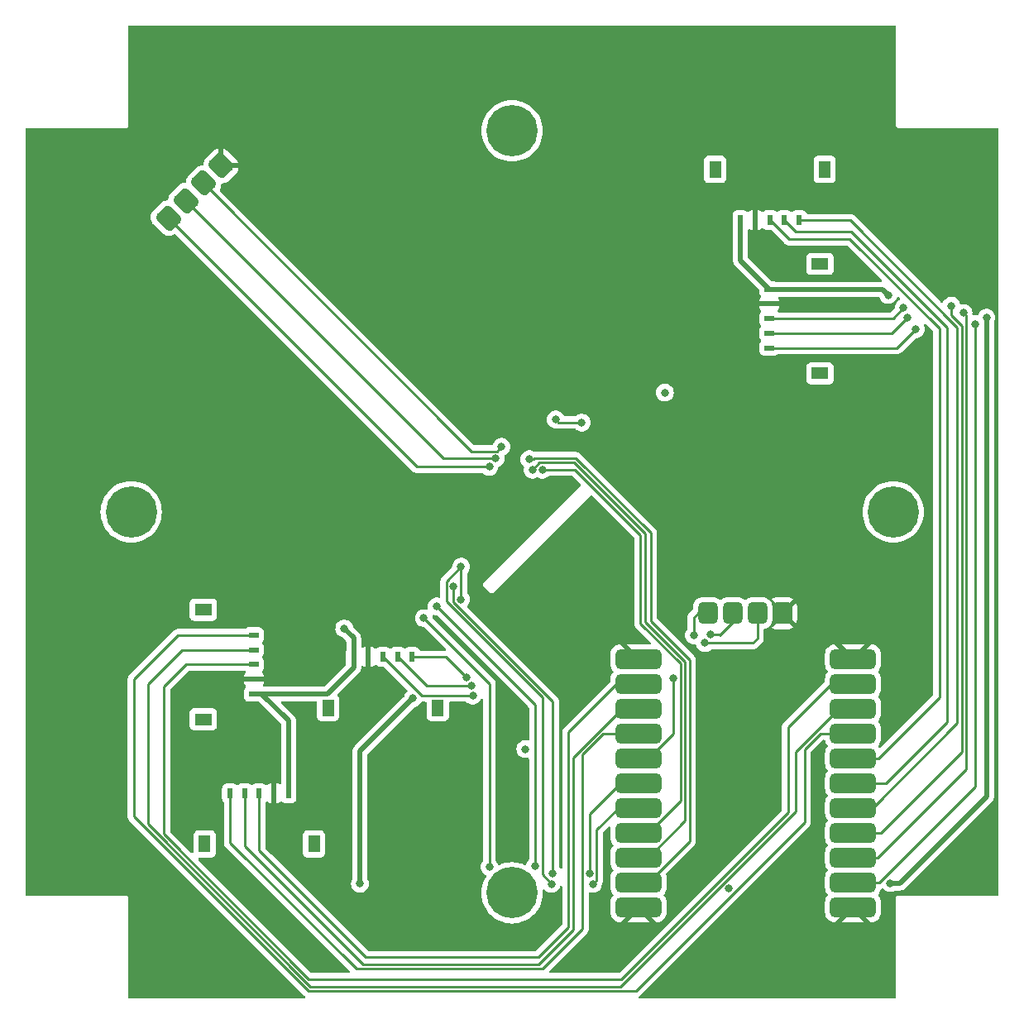
<source format=gbr>
%TF.GenerationSoftware,KiCad,Pcbnew,7.0.1*%
%TF.CreationDate,2024-01-21T14:51:42-07:00*%
%TF.ProjectId,solar-panel-side-Z,736f6c61-722d-4706-916e-656c2d736964,3.1*%
%TF.SameCoordinates,Original*%
%TF.FileFunction,Copper,L4,Bot*%
%TF.FilePolarity,Positive*%
%FSLAX46Y46*%
G04 Gerber Fmt 4.6, Leading zero omitted, Abs format (unit mm)*
G04 Created by KiCad (PCBNEW 7.0.1) date 2024-01-21 14:51:42*
%MOMM*%
%LPD*%
G01*
G04 APERTURE LIST*
G04 Aperture macros list*
%AMRoundRect*
0 Rectangle with rounded corners*
0 $1 Rounding radius*
0 $2 $3 $4 $5 $6 $7 $8 $9 X,Y pos of 4 corners*
0 Add a 4 corners polygon primitive as box body*
4,1,4,$2,$3,$4,$5,$6,$7,$8,$9,$2,$3,0*
0 Add four circle primitives for the rounded corners*
1,1,$1+$1,$2,$3*
1,1,$1+$1,$4,$5*
1,1,$1+$1,$6,$7*
1,1,$1+$1,$8,$9*
0 Add four rect primitives between the rounded corners*
20,1,$1+$1,$2,$3,$4,$5,0*
20,1,$1+$1,$4,$5,$6,$7,0*
20,1,$1+$1,$6,$7,$8,$9,0*
20,1,$1+$1,$8,$9,$2,$3,0*%
G04 Aperture macros list end*
%TA.AperFunction,SMDPad,CuDef*%
%ADD10RoundRect,0.500000X0.802566X-0.095459X-0.095459X0.802566X-0.802566X0.095459X0.095459X-0.802566X0*%
%TD*%
%TA.AperFunction,SMDPad,CuDef*%
%ADD11R,0.600000X1.000000*%
%TD*%
%TA.AperFunction,SMDPad,CuDef*%
%ADD12R,1.250000X1.800000*%
%TD*%
%TA.AperFunction,SMDPad,CuDef*%
%ADD13R,1.000000X0.600000*%
%TD*%
%TA.AperFunction,SMDPad,CuDef*%
%ADD14R,1.800000X1.250000*%
%TD*%
%TA.AperFunction,SMDPad,CuDef*%
%ADD15RoundRect,0.500000X1.860000X0.500000X-1.860000X0.500000X-1.860000X-0.500000X1.860000X-0.500000X0*%
%TD*%
%TA.AperFunction,SMDPad,CuDef*%
%ADD16RoundRect,0.500000X0.500000X-0.635000X0.500000X0.635000X-0.500000X0.635000X-0.500000X-0.635000X0*%
%TD*%
%TA.AperFunction,ComponentPad*%
%ADD17C,5.250000*%
%TD*%
%TA.AperFunction,ViaPad*%
%ADD18C,0.800000*%
%TD*%
%TA.AperFunction,Conductor*%
%ADD19C,0.250000*%
%TD*%
%TA.AperFunction,Conductor*%
%ADD20C,0.500000*%
%TD*%
G04 APERTURE END LIST*
D10*
%TO.P,U5,1,GND*%
%TO.N,GND*%
X119703140Y-49559925D03*
%TO.P,U5,2,3V3*%
%TO.N,Camera_Pwr*%
X117907089Y-51355976D03*
%TO.P,U5,3,SDA*%
%TO.N,Camera_SDA*%
X116111037Y-53152028D03*
%TO.P,U5,4,SCL*%
%TO.N,Camera_SCL*%
X114314986Y-54948079D03*
%TD*%
D11*
%TO.P,J9,1,Pin_1*%
%TO.N,VSOLAR*%
X126618501Y-113810000D03*
%TO.P,J9,2,Pin_2*%
%TO.N,GND*%
X125118501Y-113810000D03*
%TO.P,J9,3,Pin_3*%
%TO.N,F3_ENB*%
X123618502Y-113810000D03*
%TO.P,J9,4,Pin_4*%
%TO.N,F3_SCL*%
X122118500Y-113810000D03*
%TO.P,J9,5,Pin_5*%
%TO.N,F3_SDA*%
X120618500Y-113810000D03*
D12*
%TO.P,J9,6*%
%TO.N,N/C*%
X129223500Y-119000000D03*
%TO.P,J9,7*%
X118013502Y-119000000D03*
%TD*%
D13*
%TO.P,J8,1,Pin_1*%
%TO.N,VSOLAR*%
X175830000Y-62211499D03*
%TO.P,J8,2,Pin_2*%
%TO.N,GND*%
X175830000Y-63711499D03*
%TO.P,J8,3,Pin_3*%
%TO.N,F2_ENB*%
X175830000Y-65211498D03*
%TO.P,J8,4,Pin_4*%
%TO.N,F2_SCL*%
X175830000Y-66711500D03*
%TO.P,J8,5,Pin_5*%
%TO.N,F2_SDA*%
X175830000Y-68211500D03*
D14*
%TO.P,J8,6*%
%TO.N,N/C*%
X181020000Y-59606500D03*
%TO.P,J8,7*%
X181020000Y-70816498D03*
%TD*%
D11*
%TO.P,J3,1,Pin_1*%
%TO.N,VSOLAR*%
X172881499Y-55130001D03*
%TO.P,J3,2,Pin_2*%
%TO.N,GND*%
X174381499Y-55130001D03*
%TO.P,J3,3,Pin_3*%
%TO.N,F1_ENB*%
X175881498Y-55130001D03*
%TO.P,J3,4,Pin_4*%
%TO.N,F1_SCL*%
X177381500Y-55130001D03*
%TO.P,J3,5,Pin_5*%
%TO.N,F1_SDA*%
X178881500Y-55130001D03*
D12*
%TO.P,J3,6*%
%TO.N,N/C*%
X170276500Y-49940001D03*
%TO.P,J3,7*%
X181486498Y-49940001D03*
%TD*%
D13*
%TO.P,J2,1,Pin_1*%
%TO.N,VSOLAR*%
X123080001Y-103618501D03*
%TO.P,J2,2,Pin_2*%
%TO.N,GND*%
X123080001Y-102118501D03*
%TO.P,J2,3,Pin_3*%
%TO.N,F0_ENB*%
X123080001Y-100618502D03*
%TO.P,J2,4,Pin_4*%
%TO.N,F0_SCL*%
X123080001Y-99118500D03*
%TO.P,J2,5,Pin_5*%
%TO.N,F0_SDA*%
X123080001Y-97618500D03*
D14*
%TO.P,J2,6*%
%TO.N,N/C*%
X117890001Y-106223500D03*
%TO.P,J2,7*%
X117890001Y-95013502D03*
%TD*%
D15*
%TO.P,U4,1,GND*%
%TO.N,GND*%
X184400000Y-100080000D03*
%TO.P,U4,2,F0PWR*%
%TO.N,F0_ENB*%
X184400000Y-102620000D03*
%TO.P,U4,3,F0SCL*%
%TO.N,F0_SCL*%
X184400000Y-105160000D03*
%TO.P,U4,4,F0SDA*%
%TO.N,F0_SDA*%
X184400000Y-107700000D03*
%TO.P,U4,5,F1PWR*%
%TO.N,F1_ENB*%
X184400000Y-110240000D03*
%TO.P,U4,6,F1SCL*%
%TO.N,F1_SCL*%
X184400000Y-112780000D03*
%TO.P,U4,7,F1SDA*%
%TO.N,F1_SDA*%
X184400000Y-115320000D03*
%TO.P,U4,8,F2PWR*%
%TO.N,F2_ENB*%
X184400000Y-117860000D03*
%TO.P,U4,9,F2SCL*%
%TO.N,F2_SCL*%
X184400000Y-120400000D03*
%TO.P,U4,10,F2SDA*%
%TO.N,F2_SDA*%
X184400000Y-122940000D03*
%TO.P,U4,11,GND*%
%TO.N,GND*%
X184400000Y-125480000D03*
%TO.P,U4,12,GND*%
X162440000Y-100080000D03*
%TO.P,U4,13,F3PWR*%
%TO.N,F3_ENB*%
X162440000Y-102620000D03*
%TO.P,U4,14,F3SCL*%
%TO.N,F3_SCL*%
X162440000Y-105160000D03*
%TO.P,U4,15,F3SDA*%
%TO.N,F3_SDA*%
X162440000Y-107700000D03*
%TO.P,U4,16,F4PWR*%
%TO.N,+3V3*%
X162440000Y-110240000D03*
%TO.P,U4,17,F4SCL*%
%TO.N,SCL*%
X162440000Y-112780000D03*
%TO.P,U4,18,F4SDA*%
%TO.N,SDA*%
X162440000Y-115320000D03*
%TO.P,U4,19,XPWR*%
%TO.N,Camera_Pwr*%
X162440000Y-117860000D03*
%TO.P,U4,20,XSCL*%
%TO.N,Camera_SCL*%
X162440000Y-120400000D03*
%TO.P,U4,21,XSDA*%
%TO.N,Camera_SDA*%
X162440000Y-122940000D03*
%TO.P,U4,22,GND*%
%TO.N,GND*%
X162440000Y-125480000D03*
D16*
%TO.P,U4,23,GND*%
X177160000Y-95365000D03*
%TO.P,U4,24,3V3*%
%TO.N,3v3_break*%
X174620000Y-95365000D03*
%TO.P,U4,25,SDA*%
%TO.N,SDA_Break*%
X172080000Y-95365000D03*
%TO.P,U4,26,SCL*%
%TO.N,SCL_Break*%
X169540000Y-95365000D03*
%TD*%
D17*
%TO.P,J4,1,Pin_1*%
%TO.N,unconnected-(J4-Pin_1-Pad1)*%
X110500000Y-85000000D03*
%TD*%
%TO.P,J5,1,Pin_1*%
%TO.N,unconnected-(J5-Pin_1-Pad1)*%
X149500000Y-124000000D03*
%TD*%
%TO.P,J6,1,Pin_1*%
%TO.N,unconnected-(J6-Pin_1-Pad1)*%
X149500000Y-46000000D03*
%TD*%
%TO.P,J7,1,Pin_1*%
%TO.N,unconnected-(J7-Pin_1-Pad1)*%
X188500000Y-85000000D03*
%TD*%
D11*
%TO.P,J1,1,1*%
%TO.N,SDA_Break*%
X139278501Y-99850000D03*
%TO.P,J1,2,2*%
%TO.N,SCL_Break*%
X137778501Y-99850000D03*
%TO.P,J1,3,3*%
%TO.N,3v3_break*%
X136278502Y-99850000D03*
%TO.P,J1,4,4*%
%TO.N,GND*%
X134778500Y-99850000D03*
%TO.P,J1,5,5*%
%TO.N,VSOLAR*%
X133278500Y-99850000D03*
D12*
%TO.P,J1,6,6*%
%TO.N,unconnected-(J1-Pad6)*%
X141883500Y-105040000D03*
%TO.P,J1,7,7*%
%TO.N,unconnected-(J1-Pad7)*%
X130673502Y-105040000D03*
%TD*%
D18*
%TO.N,+3V3*%
X165140000Y-72790000D03*
%TO.N,Camera_SDA*%
X147806483Y-79534500D03*
X151257701Y-79612299D03*
%TO.N,Camera_SCL*%
X147160000Y-80390000D03*
X151592701Y-80697299D03*
%TO.N,Camera_Pwr*%
X148409960Y-78339960D03*
X152600000Y-80680000D03*
%TO.N,SDA*%
X156630000Y-75850000D03*
X153960000Y-75540000D03*
%TO.N,VSOLAR*%
X188210000Y-122990000D03*
X188000000Y-62790000D03*
X198050000Y-65120000D03*
%TO.N,SDA_Break*%
X169800000Y-97570000D03*
X144850000Y-101950000D03*
%TO.N,SCL_Break*%
X168080000Y-97620000D03*
X145372687Y-102815246D03*
%TO.N,3v3_break*%
X169240000Y-98420000D03*
X145470000Y-103810000D03*
%TO.N,F2_SDA*%
X196900000Y-65780000D03*
X190820000Y-66290000D03*
%TO.N,F2_SCL*%
X195700000Y-64650000D03*
X190000000Y-65100000D03*
%TO.N,F2_ENB*%
X194460000Y-63910000D03*
X189570000Y-64130000D03*
%TO.N,SDA*%
X153530000Y-123080000D03*
X157770000Y-123090000D03*
%TO.N,SCL*%
X157434500Y-121970000D03*
X153670000Y-121990000D03*
%TO.N,+3V3*%
X165980000Y-102000000D03*
%TO.N,GND*%
X171630000Y-123540000D03*
X161490000Y-69180000D03*
X164540000Y-46420000D03*
X156260000Y-77181974D03*
X145680000Y-105410000D03*
X148900000Y-105410000D03*
X137946283Y-91716283D03*
X111040000Y-62950000D03*
X165948061Y-69851939D03*
X119890000Y-126760000D03*
%TO.N,VSOLAR*%
X132315000Y-96935000D03*
%TO.N,SDA*%
X144270000Y-90620000D03*
X144245000Y-93955000D03*
%TO.N,SCL*%
X143511396Y-92641396D03*
%TO.N,Net-(SC5--)*%
X139330000Y-104100000D03*
X133930000Y-123050000D03*
%TO.N,Net-(U2-OUT+)*%
X147180000Y-121330000D03*
X141780000Y-94680000D03*
X150850000Y-109290000D03*
X140460000Y-95870000D03*
X151860000Y-121250000D03*
%TD*%
D19*
%TO.N,Camera_SDA*%
X163426726Y-122940000D02*
X162440000Y-122940000D01*
X167650000Y-118716726D02*
X163426726Y-122940000D01*
X167650000Y-100160000D02*
X167650000Y-118716726D01*
X163680000Y-96190000D02*
X167650000Y-100160000D01*
X163680000Y-87157588D02*
X163680000Y-96190000D01*
X151257701Y-79612299D02*
X151652396Y-79612299D01*
X151652396Y-79612299D02*
X151759695Y-79505000D01*
X151759695Y-79505000D02*
X156027412Y-79505000D01*
X156027412Y-79505000D02*
X163680000Y-87157588D01*
%TO.N,Camera_SCL*%
X139756907Y-80390000D02*
X114314986Y-54948079D01*
X147160000Y-80390000D02*
X139756907Y-80390000D01*
%TO.N,Camera_Pwr*%
X145361113Y-78810000D02*
X117907089Y-51355976D01*
X147939920Y-78810000D02*
X145361113Y-78810000D01*
X148409960Y-78339960D02*
X147939920Y-78810000D01*
%TO.N,Camera_SDA*%
X147806483Y-79534500D02*
X142493509Y-79534500D01*
X142493509Y-79534500D02*
X116111037Y-53152028D01*
%TO.N,Camera_SCL*%
X163426726Y-120400000D02*
X162440000Y-120400000D01*
X167200000Y-116626726D02*
X163426726Y-120400000D01*
X163080000Y-87193984D02*
X163080000Y-96233604D01*
X155841016Y-79955000D02*
X163080000Y-87193984D01*
X152299695Y-79955000D02*
X155841016Y-79955000D01*
X163080000Y-96233604D02*
X167200000Y-100353604D01*
X151592701Y-80661994D02*
X152299695Y-79955000D01*
X151592701Y-80697299D02*
X151592701Y-80661994D01*
X167200000Y-100353604D02*
X167200000Y-116626726D01*
%TO.N,Camera_Pwr*%
X155929620Y-80680000D02*
X152600000Y-80680000D01*
X162620000Y-87370380D02*
X155929620Y-80680000D01*
X162620000Y-96410000D02*
X162620000Y-87370380D01*
X166750000Y-100540000D02*
X162620000Y-96410000D01*
X163426726Y-117860000D02*
X166750000Y-114536726D01*
X166750000Y-114536726D02*
X166750000Y-100540000D01*
X162440000Y-117860000D02*
X163426726Y-117860000D01*
%TO.N,SCL_Break*%
X168535000Y-95365000D02*
X169540000Y-95365000D01*
X168080000Y-95820000D02*
X168535000Y-95365000D01*
X168080000Y-97620000D02*
X168080000Y-95820000D01*
%TO.N,3v3_break*%
X174620000Y-97940000D02*
X174620000Y-95365000D01*
X169240000Y-98420000D02*
X174140000Y-98420000D01*
X174140000Y-98420000D02*
X174620000Y-97940000D01*
%TO.N,SDA_Break*%
X172080000Y-96280000D02*
X172080000Y-95365000D01*
X170770000Y-97590000D02*
X172080000Y-96280000D01*
X170750000Y-97570000D02*
X170770000Y-97590000D01*
X169800000Y-97570000D02*
X170750000Y-97570000D01*
%TO.N,SDA*%
X154270000Y-75850000D02*
X153960000Y-75540000D01*
X156630000Y-75850000D02*
X154270000Y-75850000D01*
D20*
%TO.N,VSOLAR*%
X198050000Y-114120000D02*
X198050000Y-65120000D01*
X189180000Y-122990000D02*
X198050000Y-114120000D01*
X188210000Y-122990000D02*
X189180000Y-122990000D01*
X187421499Y-62211499D02*
X188000000Y-62790000D01*
X175830000Y-62211499D02*
X187421499Y-62211499D01*
X172881499Y-59262998D02*
X172881499Y-55130001D01*
X175830000Y-62211499D02*
X172881499Y-59262998D01*
D19*
%TO.N,SDA_Break*%
X139278501Y-99850000D02*
X142750000Y-99850000D01*
X142750000Y-99850000D02*
X144850000Y-101950000D01*
%TO.N,SCL_Break*%
X140743747Y-102815246D02*
X145372687Y-102815246D01*
X137778501Y-99850000D02*
X140743747Y-102815246D01*
%TO.N,3v3_break*%
X140238502Y-103810000D02*
X145470000Y-103810000D01*
X136278502Y-99850000D02*
X140238502Y-103810000D01*
%TO.N,F2_SDA*%
X187080000Y-122940000D02*
X184400000Y-122940000D01*
X196900000Y-113120000D02*
X187080000Y-122940000D01*
X196900000Y-65780000D02*
X196900000Y-113120000D01*
%TO.N,F2_SCL*%
X186890000Y-120400000D02*
X184400000Y-120400000D01*
X195960000Y-64910000D02*
X195960000Y-111330000D01*
X195960000Y-111330000D02*
X186890000Y-120400000D01*
X195700000Y-64650000D02*
X195960000Y-64910000D01*
%TO.N,F2_ENB*%
X195510000Y-109600000D02*
X187250000Y-117860000D01*
X187250000Y-117860000D02*
X184400000Y-117860000D01*
X195510000Y-65923604D02*
X195510000Y-109600000D01*
X194460000Y-64873604D02*
X195510000Y-65923604D01*
X194460000Y-63910000D02*
X194460000Y-64873604D01*
%TO.N,F2_SDA*%
X188898500Y-68211500D02*
X190820000Y-66290000D01*
X175830000Y-68211500D02*
X188898500Y-68211500D01*
%TO.N,F2_SCL*%
X188388500Y-66711500D02*
X175830000Y-66711500D01*
X190000000Y-65100000D02*
X188388500Y-66711500D01*
%TO.N,F2_ENB*%
X189570000Y-64130000D02*
X188488502Y-65211498D01*
X188488502Y-65211498D02*
X175830000Y-65211498D01*
%TO.N,F1_ENB*%
X184060000Y-57090000D02*
X193220000Y-66250000D01*
X193220000Y-66250000D02*
X193220000Y-103990000D01*
X177841497Y-57090000D02*
X184060000Y-57090000D01*
X193220000Y-103990000D02*
X186970000Y-110240000D01*
X186970000Y-110240000D02*
X184400000Y-110240000D01*
X175881498Y-55130001D02*
X177841497Y-57090000D01*
%TO.N,F1_SCL*%
X194040000Y-66140000D02*
X194040000Y-106490000D01*
X187750000Y-112780000D02*
X184400000Y-112780000D01*
X178531499Y-56280000D02*
X184180000Y-56280000D01*
X184180000Y-56280000D02*
X194040000Y-66140000D01*
X177381500Y-55130001D02*
X178531499Y-56280000D01*
X194040000Y-106490000D02*
X187750000Y-112780000D01*
%TO.N,F1_SDA*%
X186370000Y-115320000D02*
X184400000Y-115320000D01*
X184080001Y-55130001D02*
X195060000Y-66110000D01*
X195060000Y-66110000D02*
X195060000Y-106630000D01*
X195060000Y-106630000D02*
X186370000Y-115320000D01*
X178881500Y-55130001D02*
X184080001Y-55130001D01*
%TO.N,SDA*%
X158159500Y-117529500D02*
X160369000Y-115320000D01*
X160369000Y-115320000D02*
X162440000Y-115320000D01*
X158159500Y-122700500D02*
X157770000Y-123090000D01*
X158159500Y-117529500D02*
X158159500Y-122700500D01*
%TO.N,SCL*%
X160570000Y-112780000D02*
X162440000Y-112780000D01*
X157434500Y-115915500D02*
X160570000Y-112780000D01*
X157434500Y-121970000D02*
X157434500Y-115915500D01*
%TO.N,SDA*%
X142786396Y-92103604D02*
X144270000Y-90620000D01*
X142786396Y-94158097D02*
X142786396Y-92103604D01*
X152585000Y-122135000D02*
X152585000Y-103956701D01*
X152585000Y-103956701D02*
X142786396Y-94158097D01*
X153530000Y-123080000D02*
X152585000Y-122135000D01*
%TO.N,SCL*%
X153670000Y-104405305D02*
X153670000Y-121990000D01*
X143511396Y-92641396D02*
X143511396Y-94246701D01*
X143511396Y-94246701D02*
X153670000Y-104405305D01*
%TO.N,+3V3*%
X165980000Y-107686726D02*
X165980000Y-102000000D01*
X163426726Y-110240000D02*
X165980000Y-107686726D01*
X162440000Y-110240000D02*
X163426726Y-110240000D01*
%TO.N,F0_ENB*%
X182150000Y-102620000D02*
X184400000Y-102620000D01*
X177738299Y-107031701D02*
X182150000Y-102620000D01*
X113860000Y-117987208D02*
X128696396Y-132823604D01*
X128696396Y-132823604D02*
X160684695Y-132823604D01*
X113860000Y-102890000D02*
X113860000Y-117987208D01*
X116131498Y-100618502D02*
X113860000Y-102890000D01*
X160684695Y-132823604D02*
X177738299Y-115770000D01*
X177738299Y-115770000D02*
X177738299Y-107031701D01*
X123080001Y-100618502D02*
X116131498Y-100618502D01*
%TO.N,F0_SCL*%
X182933604Y-105160000D02*
X184400000Y-105160000D01*
X178500000Y-115644695D02*
X178500000Y-109593604D01*
X112200000Y-116963604D02*
X128816396Y-133580000D01*
X115731500Y-99118500D02*
X112200000Y-102650000D01*
X112200000Y-102650000D02*
X112200000Y-116963604D01*
X128816396Y-133580000D02*
X160564695Y-133580000D01*
X178500000Y-109593604D02*
X182933604Y-105160000D01*
X123080001Y-99118500D02*
X115731500Y-99118500D01*
X160564695Y-133580000D02*
X178500000Y-115644695D01*
%TO.N,F0_SDA*%
X181030000Y-107700000D02*
X184400000Y-107700000D01*
X179420000Y-116775305D02*
X179420000Y-109310000D01*
X162165305Y-134030000D02*
X179420000Y-116775305D01*
X110790000Y-116190000D02*
X128630000Y-134030000D01*
X179420000Y-109310000D02*
X181030000Y-107700000D01*
X110790000Y-102130000D02*
X110790000Y-116190000D01*
X115301500Y-97618500D02*
X110790000Y-102130000D01*
X123080001Y-97618500D02*
X115301500Y-97618500D01*
X128630000Y-134030000D02*
X162165305Y-134030000D01*
%TO.N,F3_ENB*%
X155270000Y-107530000D02*
X160180000Y-102620000D01*
X155270000Y-127480000D02*
X155270000Y-107530000D01*
X152160000Y-130590000D02*
X155270000Y-127480000D01*
X123618502Y-119678502D02*
X134530000Y-130590000D01*
X134530000Y-130590000D02*
X152160000Y-130590000D01*
X160180000Y-102620000D02*
X162440000Y-102620000D01*
X123618502Y-113810000D02*
X123618502Y-119678502D01*
%TO.N,F3_SCL*%
X155720000Y-127780000D02*
X155720000Y-110183604D01*
X152170000Y-131330000D02*
X155720000Y-127780000D01*
X160743604Y-105160000D02*
X162440000Y-105160000D01*
X134240000Y-131330000D02*
X152170000Y-131330000D01*
X155720000Y-110183604D02*
X160743604Y-105160000D01*
X122118500Y-119208500D02*
X134240000Y-131330000D01*
X122118500Y-113810000D02*
X122118500Y-119208500D01*
%TO.N,F3_SDA*%
X158840000Y-107700000D02*
X162440000Y-107700000D01*
X152600000Y-131780000D02*
X156710000Y-127670000D01*
X156710000Y-109830000D02*
X158840000Y-107700000D01*
X120618500Y-118838500D02*
X133560000Y-131780000D01*
X133560000Y-131780000D02*
X152600000Y-131780000D01*
X120618500Y-113810000D02*
X120618500Y-118838500D01*
X156710000Y-127670000D02*
X156710000Y-109830000D01*
D20*
%TO.N,VSOLAR*%
X126618501Y-106388501D02*
X126618501Y-113810000D01*
X123848501Y-103618501D02*
X126618501Y-106388501D01*
X123080001Y-103618501D02*
X123848501Y-103618501D01*
X133278500Y-100941500D02*
X130601499Y-103618501D01*
X130601499Y-103618501D02*
X123080001Y-103618501D01*
X133278500Y-99850000D02*
X133278500Y-100941500D01*
X133278500Y-97898500D02*
X132315000Y-96935000D01*
X133278500Y-99850000D02*
X133278500Y-97898500D01*
X132315000Y-96935000D02*
X132300000Y-96920000D01*
D19*
%TO.N,SDA*%
X144270000Y-93930000D02*
X144270000Y-90620000D01*
X144245000Y-93955000D02*
X144270000Y-93930000D01*
D20*
%TO.N,Net-(SC5--)*%
X133930000Y-109500000D02*
X139330000Y-104100000D01*
X133930000Y-123050000D02*
X133930000Y-109500000D01*
D19*
%TO.N,Net-(U2-OUT+)*%
X140460000Y-95870000D02*
X147180000Y-102590000D01*
X147180000Y-102590000D02*
X147180000Y-121330000D01*
X151860000Y-104760000D02*
X151860000Y-121250000D01*
X141780000Y-94680000D02*
X151860000Y-104760000D01*
%TD*%
%TA.AperFunction,Conductor*%
%TO.N,GND*%
G36*
X188736500Y-35217381D02*
G01*
X188782619Y-35263500D01*
X188799500Y-35326500D01*
X188799500Y-45454237D01*
X188799500Y-45545763D01*
X188803392Y-45553846D01*
X188803395Y-45553851D01*
X188812713Y-45580481D01*
X188814710Y-45589231D01*
X188820304Y-45596245D01*
X188835317Y-45620136D01*
X188839212Y-45628224D01*
X188846231Y-45633822D01*
X188866180Y-45653771D01*
X188871776Y-45660788D01*
X188879856Y-45664679D01*
X188879858Y-45664680D01*
X188903749Y-45679692D01*
X188910769Y-45685290D01*
X188919518Y-45687286D01*
X188946143Y-45696602D01*
X188954237Y-45700500D01*
X188977410Y-45700500D01*
X189045763Y-45700500D01*
X199173500Y-45700500D01*
X199236500Y-45717381D01*
X199282619Y-45763500D01*
X199299500Y-45826500D01*
X199299500Y-124173500D01*
X199282619Y-124236500D01*
X199236500Y-124282619D01*
X199173500Y-124299500D01*
X188954236Y-124299500D01*
X188946145Y-124303396D01*
X188919523Y-124312711D01*
X188910766Y-124314709D01*
X188903745Y-124320309D01*
X188879866Y-124335314D01*
X188871777Y-124339210D01*
X188866177Y-124346232D01*
X188846232Y-124366177D01*
X188839210Y-124371777D01*
X188835314Y-124379866D01*
X188820309Y-124403745D01*
X188814709Y-124410766D01*
X188812711Y-124419523D01*
X188803396Y-124446145D01*
X188799500Y-124454236D01*
X188799500Y-134673500D01*
X188782619Y-134736500D01*
X188736500Y-134782619D01*
X188673500Y-134799500D01*
X162571741Y-134799500D01*
X162511042Y-134783916D01*
X162465358Y-134741018D01*
X162445990Y-134681418D01*
X162457729Y-134619860D01*
X162497671Y-134571570D01*
X162508696Y-134563558D01*
X162518608Y-134557048D01*
X162556667Y-134534542D01*
X162570996Y-134520212D01*
X162586024Y-134507377D01*
X162602412Y-134495472D01*
X162630608Y-134461386D01*
X162638577Y-134452630D01*
X179808658Y-117282549D01*
X179824979Y-117269475D01*
X179827014Y-117267307D01*
X179827018Y-117267305D01*
X179873676Y-117217617D01*
X179876367Y-117214840D01*
X179896135Y-117195074D01*
X179898608Y-117191884D01*
X179906316Y-117182858D01*
X179936586Y-117150626D01*
X179946344Y-117132873D01*
X179957195Y-117116353D01*
X179969614Y-117100346D01*
X179987179Y-117059751D01*
X179992384Y-117049127D01*
X180013695Y-117010365D01*
X180018733Y-116990739D01*
X180025137Y-116972037D01*
X180033181Y-116953450D01*
X180040096Y-116909786D01*
X180042504Y-116898158D01*
X180053500Y-116855335D01*
X180053500Y-116835081D01*
X180055051Y-116815371D01*
X180058220Y-116795362D01*
X180054059Y-116751344D01*
X180053500Y-116739486D01*
X180053500Y-109624594D01*
X180063091Y-109576376D01*
X180090405Y-109535499D01*
X181255500Y-108370405D01*
X181296377Y-108343091D01*
X181344595Y-108333500D01*
X181433169Y-108333500D01*
X181485170Y-108344731D01*
X181527901Y-108376422D01*
X181553743Y-108422924D01*
X181603758Y-108587802D01*
X181697404Y-108763004D01*
X181801682Y-108890066D01*
X181826991Y-108941388D01*
X181826991Y-108998612D01*
X181801682Y-109049934D01*
X181697404Y-109176995D01*
X181603758Y-109352197D01*
X181546091Y-109542298D01*
X181531500Y-109690449D01*
X181531500Y-110789550D01*
X181546091Y-110937701D01*
X181603758Y-111127802D01*
X181697404Y-111303003D01*
X181801682Y-111430065D01*
X181826991Y-111481387D01*
X181826992Y-111538610D01*
X181801683Y-111589932D01*
X181697404Y-111716996D01*
X181603758Y-111892197D01*
X181546091Y-112082298D01*
X181531500Y-112230449D01*
X181531500Y-113329550D01*
X181546091Y-113477701D01*
X181603758Y-113667802D01*
X181697404Y-113843004D01*
X181801682Y-113970066D01*
X181826991Y-114021388D01*
X181826991Y-114078612D01*
X181801682Y-114129934D01*
X181697404Y-114256995D01*
X181603758Y-114432197D01*
X181546091Y-114622298D01*
X181531500Y-114770449D01*
X181531500Y-115869550D01*
X181546091Y-116017701D01*
X181603758Y-116207802D01*
X181687418Y-116364321D01*
X181697405Y-116383004D01*
X181801628Y-116510000D01*
X181801682Y-116510065D01*
X181826991Y-116561387D01*
X181826992Y-116618610D01*
X181801683Y-116669932D01*
X181697404Y-116796996D01*
X181603758Y-116972197D01*
X181546091Y-117162298D01*
X181531500Y-117310449D01*
X181531500Y-118409550D01*
X181546091Y-118557701D01*
X181603758Y-118747802D01*
X181697404Y-118923004D01*
X181801682Y-119050066D01*
X181826991Y-119101388D01*
X181826991Y-119158612D01*
X181801682Y-119209934D01*
X181697404Y-119336995D01*
X181603758Y-119512197D01*
X181546091Y-119702298D01*
X181531500Y-119850449D01*
X181531500Y-120949550D01*
X181546091Y-121097701D01*
X181603758Y-121287802D01*
X181697404Y-121463004D01*
X181801682Y-121590066D01*
X181826991Y-121641388D01*
X181826991Y-121698612D01*
X181801682Y-121749934D01*
X181697404Y-121876995D01*
X181603758Y-122052197D01*
X181546091Y-122242298D01*
X181531500Y-122390449D01*
X181531500Y-123489550D01*
X181546091Y-123637701D01*
X181603758Y-123827802D01*
X181697404Y-124003003D01*
X181802006Y-124130460D01*
X181827315Y-124181782D01*
X181827316Y-124239005D01*
X181802007Y-124290327D01*
X181697823Y-124417276D01*
X181604223Y-124592390D01*
X181546584Y-124782396D01*
X181532000Y-124930479D01*
X181532000Y-126029521D01*
X181546584Y-126177603D01*
X181604223Y-126367609D01*
X181697823Y-126542723D01*
X181823787Y-126696212D01*
X181977276Y-126822176D01*
X182152390Y-126915776D01*
X182342396Y-126973415D01*
X182490479Y-126988000D01*
X182532790Y-126988000D01*
X182532791Y-126987999D01*
X183251209Y-126987999D01*
X183251210Y-126988000D01*
X185548790Y-126988000D01*
X185548790Y-126987999D01*
X184400001Y-125839210D01*
X184399999Y-125839210D01*
X183251209Y-126987999D01*
X182532791Y-126987999D01*
X184310905Y-125209885D01*
X184367389Y-125177273D01*
X184432611Y-125177273D01*
X184489095Y-125209885D01*
X186267208Y-126987999D01*
X186267210Y-126988000D01*
X186309521Y-126988000D01*
X186457603Y-126973415D01*
X186647609Y-126915776D01*
X186822723Y-126822176D01*
X186976212Y-126696212D01*
X187102176Y-126542723D01*
X187195776Y-126367609D01*
X187253415Y-126177603D01*
X187268000Y-126029521D01*
X187268000Y-124930479D01*
X187253415Y-124782396D01*
X187195776Y-124592390D01*
X187102174Y-124417273D01*
X186997993Y-124290327D01*
X186972683Y-124239005D01*
X186972684Y-124181782D01*
X186997990Y-124130464D01*
X187102595Y-124003004D01*
X187196241Y-123827804D01*
X187253908Y-123637701D01*
X187254527Y-123631419D01*
X187269033Y-123583934D01*
X187300759Y-123545740D01*
X187320626Y-123535371D01*
X187319888Y-123534123D01*
X187333590Y-123526018D01*
X187333593Y-123526018D01*
X187333915Y-123525827D01*
X187388387Y-123508651D01*
X187444847Y-123517289D01*
X187491689Y-123549966D01*
X187598747Y-123668866D01*
X187598748Y-123668867D01*
X187616402Y-123681693D01*
X187753248Y-123781118D01*
X187927712Y-123858794D01*
X188114513Y-123898500D01*
X188305485Y-123898500D01*
X188305487Y-123898500D01*
X188492288Y-123858794D01*
X188666752Y-123781118D01*
X188678529Y-123772561D01*
X188713649Y-123754667D01*
X188752586Y-123748500D01*
X189115559Y-123748500D01*
X189133820Y-123749830D01*
X189157789Y-123753341D01*
X189204253Y-123749275D01*
X189207647Y-123748979D01*
X189218628Y-123748500D01*
X189224177Y-123748500D01*
X189224180Y-123748500D01*
X189255301Y-123744861D01*
X189258889Y-123744495D01*
X189334426Y-123737887D01*
X189334430Y-123737885D01*
X189335751Y-123737770D01*
X189354856Y-123733535D01*
X189356106Y-123733079D01*
X189356113Y-123733079D01*
X189427400Y-123707132D01*
X189430769Y-123705961D01*
X189502738Y-123682114D01*
X189502739Y-123682112D01*
X189504007Y-123681693D01*
X189521613Y-123673169D01*
X189522725Y-123672437D01*
X189522732Y-123672435D01*
X189586138Y-123630730D01*
X189589161Y-123628806D01*
X189592180Y-123626944D01*
X189653651Y-123589030D01*
X189653652Y-123589028D01*
X189654788Y-123588328D01*
X189669959Y-123575970D01*
X189670871Y-123575002D01*
X189670874Y-123575001D01*
X189722929Y-123519824D01*
X189725448Y-123517231D01*
X198540777Y-114701902D01*
X198554624Y-114689936D01*
X198574058Y-114675469D01*
X198606228Y-114637128D01*
X198613645Y-114629034D01*
X198617580Y-114625101D01*
X198637043Y-114600484D01*
X198639268Y-114597753D01*
X198688032Y-114539640D01*
X198688034Y-114539634D01*
X198688892Y-114538613D01*
X198699403Y-114522114D01*
X198699965Y-114520908D01*
X198699967Y-114520906D01*
X198732022Y-114452159D01*
X198733572Y-114448958D01*
X198767609Y-114381188D01*
X198767610Y-114381183D01*
X198768207Y-114379995D01*
X198774631Y-114361517D01*
X198774901Y-114360209D01*
X198774902Y-114360207D01*
X198790251Y-114285866D01*
X198791001Y-114282484D01*
X198808500Y-114208656D01*
X198808500Y-114208651D01*
X198808807Y-114207356D01*
X198810796Y-114187888D01*
X198810757Y-114186560D01*
X198810758Y-114186558D01*
X198808553Y-114110776D01*
X198808500Y-114107112D01*
X198808500Y-65657000D01*
X198825381Y-65594000D01*
X198880297Y-65498882D01*
X198884527Y-65491556D01*
X198943542Y-65309928D01*
X198963504Y-65120000D01*
X198943542Y-64930072D01*
X198884527Y-64748444D01*
X198884527Y-64748443D01*
X198789041Y-64583057D01*
X198661252Y-64441133D01*
X198506753Y-64328883D01*
X198506752Y-64328882D01*
X198332288Y-64251206D01*
X198145487Y-64211500D01*
X197954513Y-64211500D01*
X197829978Y-64237970D01*
X197767711Y-64251206D01*
X197593246Y-64328883D01*
X197438747Y-64441133D01*
X197310958Y-64583057D01*
X197215473Y-64748441D01*
X197198918Y-64799392D01*
X197166611Y-64851091D01*
X197113815Y-64881573D01*
X197052889Y-64883701D01*
X197022168Y-64877171D01*
X196995487Y-64871500D01*
X196804513Y-64871500D01*
X196804512Y-64871500D01*
X196754959Y-64882032D01*
X196696151Y-64880491D01*
X196644453Y-64852420D01*
X196611133Y-64803939D01*
X196603454Y-64745616D01*
X196613504Y-64650000D01*
X196593542Y-64460072D01*
X196550916Y-64328883D01*
X196534527Y-64278443D01*
X196439041Y-64113057D01*
X196311252Y-63971133D01*
X196156753Y-63858883D01*
X196156752Y-63858882D01*
X195982288Y-63781206D01*
X195795487Y-63741500D01*
X195604513Y-63741500D01*
X195569403Y-63748962D01*
X195487239Y-63766427D01*
X195426313Y-63764299D01*
X195373516Y-63733817D01*
X195341210Y-63682117D01*
X195308392Y-63581116D01*
X195294527Y-63538444D01*
X195273918Y-63502748D01*
X195199041Y-63373057D01*
X195071252Y-63231133D01*
X194916753Y-63118883D01*
X194916752Y-63118882D01*
X194742288Y-63041206D01*
X194555487Y-63001500D01*
X194364513Y-63001500D01*
X194277483Y-63019999D01*
X194177711Y-63041206D01*
X194003246Y-63118883D01*
X193848747Y-63231133D01*
X193720958Y-63373057D01*
X193619318Y-63549104D01*
X193580201Y-63590869D01*
X193526645Y-63611026D01*
X193469698Y-63605417D01*
X193421104Y-63575199D01*
X184587245Y-54741340D01*
X184574172Y-54725022D01*
X184522350Y-54676358D01*
X184519538Y-54673633D01*
X184499771Y-54653866D01*
X184496576Y-54651387D01*
X184487554Y-54643682D01*
X184455321Y-54613414D01*
X184437568Y-54603654D01*
X184421042Y-54592798D01*
X184405042Y-54580387D01*
X184364467Y-54562829D01*
X184353805Y-54557605D01*
X184315064Y-54536306D01*
X184301314Y-54532776D01*
X184295438Y-54531267D01*
X184276732Y-54524863D01*
X184258146Y-54516820D01*
X184214476Y-54509903D01*
X184202854Y-54507496D01*
X184160031Y-54496501D01*
X184160030Y-54496501D01*
X184139777Y-54496501D01*
X184120067Y-54494950D01*
X184100058Y-54491780D01*
X184056040Y-54495942D01*
X184044182Y-54496501D01*
X179761909Y-54496501D01*
X179712309Y-54486328D01*
X179670718Y-54457451D01*
X179643853Y-54414533D01*
X179632388Y-54383795D01*
X179544761Y-54266739D01*
X179427705Y-54179112D01*
X179359202Y-54153561D01*
X179290701Y-54128012D01*
X179230138Y-54121501D01*
X178532862Y-54121501D01*
X178472299Y-54128012D01*
X178335294Y-54179112D01*
X178207009Y-54275145D01*
X178158283Y-54297398D01*
X178104717Y-54297398D01*
X178055991Y-54275145D01*
X177927705Y-54179112D01*
X177859202Y-54153561D01*
X177790701Y-54128012D01*
X177730138Y-54121501D01*
X177032862Y-54121501D01*
X176972299Y-54128012D01*
X176835294Y-54179112D01*
X176707008Y-54275147D01*
X176658282Y-54297399D01*
X176604716Y-54297399D01*
X176555990Y-54275147D01*
X176427703Y-54179112D01*
X176359200Y-54153561D01*
X176290699Y-54128012D01*
X176230136Y-54121501D01*
X175532860Y-54121501D01*
X175472297Y-54128012D01*
X175335292Y-54179112D01*
X175206591Y-54275457D01*
X175157865Y-54297709D01*
X175104299Y-54297710D01*
X175055574Y-54275458D01*
X174927461Y-54179555D01*
X174790592Y-54128506D01*
X174730088Y-54122001D01*
X174635499Y-54122001D01*
X174635499Y-56138001D01*
X174730088Y-56138001D01*
X174790592Y-56131495D01*
X174927461Y-56080446D01*
X175055570Y-55984544D01*
X175104296Y-55962291D01*
X175157863Y-55962290D01*
X175206589Y-55984543D01*
X175335292Y-56080889D01*
X175335293Y-56080889D01*
X175335294Y-56080890D01*
X175472297Y-56131990D01*
X175532860Y-56138501D01*
X175941904Y-56138501D01*
X175990122Y-56148092D01*
X176030999Y-56175406D01*
X177334248Y-57478655D01*
X177347331Y-57494985D01*
X177399162Y-57543656D01*
X177401974Y-57546381D01*
X177421727Y-57566134D01*
X177423680Y-57567649D01*
X177424921Y-57568612D01*
X177433941Y-57576316D01*
X177466176Y-57606586D01*
X177483932Y-57616347D01*
X177500448Y-57627196D01*
X177516456Y-57639613D01*
X177557022Y-57657167D01*
X177567685Y-57662391D01*
X177606432Y-57683693D01*
X177606434Y-57683693D01*
X177606437Y-57683695D01*
X177626071Y-57688736D01*
X177644756Y-57695134D01*
X177663352Y-57703181D01*
X177707027Y-57710098D01*
X177718622Y-57712498D01*
X177761467Y-57723500D01*
X177781721Y-57723500D01*
X177801431Y-57725051D01*
X177821439Y-57728220D01*
X177821439Y-57728219D01*
X177821440Y-57728220D01*
X177865458Y-57724058D01*
X177877316Y-57723500D01*
X183745406Y-57723500D01*
X183793624Y-57733091D01*
X183834501Y-57760405D01*
X187312000Y-61237904D01*
X187342738Y-61288063D01*
X187347354Y-61346710D01*
X187324841Y-61401060D01*
X187280108Y-61439266D01*
X187222905Y-61452999D01*
X176578530Y-61452999D01*
X176534497Y-61445054D01*
X176439202Y-61409510D01*
X176378638Y-61402999D01*
X176146371Y-61402999D01*
X176098153Y-61393408D01*
X176057276Y-61366094D01*
X174971320Y-60280138D01*
X179611500Y-60280138D01*
X179618011Y-60340700D01*
X179669111Y-60477705D01*
X179756738Y-60594761D01*
X179873794Y-60682388D01*
X179873795Y-60682388D01*
X179873796Y-60682389D01*
X180010799Y-60733489D01*
X180071362Y-60740000D01*
X181968638Y-60740000D01*
X182029201Y-60733489D01*
X182166204Y-60682389D01*
X182283261Y-60594761D01*
X182370889Y-60477704D01*
X182421989Y-60340701D01*
X182428500Y-60280138D01*
X182428500Y-58932862D01*
X182421989Y-58872299D01*
X182370889Y-58735296D01*
X182370888Y-58735294D01*
X182283261Y-58618238D01*
X182166205Y-58530611D01*
X182097702Y-58505061D01*
X182029201Y-58479511D01*
X181968638Y-58473000D01*
X180071362Y-58473000D01*
X180010799Y-58479511D01*
X179873794Y-58530611D01*
X179756738Y-58618238D01*
X179669111Y-58735294D01*
X179618011Y-58872299D01*
X179611500Y-58932862D01*
X179611500Y-60280138D01*
X174971320Y-60280138D01*
X173676904Y-58985722D01*
X173649590Y-58944845D01*
X173639999Y-58896627D01*
X173639999Y-56185785D01*
X173658802Y-56119567D01*
X173709599Y-56073113D01*
X173777230Y-56060287D01*
X173817907Y-56075873D01*
X173818563Y-56074116D01*
X173972405Y-56131495D01*
X174032910Y-56138001D01*
X174127499Y-56138001D01*
X174127499Y-54122001D01*
X174032910Y-54122001D01*
X173972405Y-54128506D01*
X173835536Y-54179555D01*
X173707423Y-54275458D01*
X173658697Y-54297710D01*
X173605131Y-54297709D01*
X173556406Y-54275457D01*
X173427704Y-54179112D01*
X173359201Y-54153561D01*
X173290700Y-54128012D01*
X173230137Y-54121501D01*
X172532861Y-54121501D01*
X172472298Y-54128012D01*
X172335293Y-54179112D01*
X172218237Y-54266739D01*
X172130610Y-54383795D01*
X172079510Y-54520800D01*
X172072999Y-54581363D01*
X172072999Y-55678639D01*
X172079510Y-55739203D01*
X172115054Y-55834498D01*
X172122999Y-55878531D01*
X172122999Y-59198557D01*
X172121669Y-59216818D01*
X172118158Y-59240786D01*
X172122520Y-59290645D01*
X172122999Y-59301626D01*
X172122999Y-59307182D01*
X172126634Y-59338288D01*
X172127006Y-59341930D01*
X172133727Y-59418742D01*
X172137968Y-59437871D01*
X172164345Y-59510340D01*
X172165548Y-59513802D01*
X172189803Y-59586998D01*
X172198336Y-59604625D01*
X172240731Y-59669082D01*
X172242670Y-59672125D01*
X172282469Y-59736649D01*
X172283173Y-59737790D01*
X172295537Y-59752965D01*
X172351654Y-59805909D01*
X172354283Y-59808463D01*
X174784595Y-62238775D01*
X174811909Y-62279652D01*
X174821500Y-62327870D01*
X174821500Y-62560137D01*
X174828011Y-62620699D01*
X174879111Y-62757704D01*
X174975456Y-62886406D01*
X174997708Y-62935131D01*
X174997709Y-62988697D01*
X174975457Y-63037423D01*
X174879554Y-63165536D01*
X174828505Y-63302405D01*
X174822000Y-63362910D01*
X174822000Y-63457499D01*
X176838000Y-63457499D01*
X176838000Y-63362910D01*
X176831494Y-63302405D01*
X176774115Y-63148563D01*
X176775872Y-63147907D01*
X176760286Y-63107230D01*
X176773112Y-63039599D01*
X176819566Y-62988802D01*
X176885784Y-62969999D01*
X187011687Y-62969999D01*
X187062936Y-62980892D01*
X187105323Y-63011688D01*
X187131520Y-63057062D01*
X187165473Y-63161556D01*
X187260958Y-63326942D01*
X187342273Y-63417251D01*
X187388747Y-63468866D01*
X187543248Y-63581118D01*
X187717712Y-63658794D01*
X187904513Y-63698500D01*
X188095485Y-63698500D01*
X188095487Y-63698500D01*
X188282288Y-63658794D01*
X188456752Y-63581118D01*
X188611253Y-63468866D01*
X188621294Y-63457714D01*
X188671831Y-63423625D01*
X188732462Y-63417251D01*
X188738990Y-63419888D01*
X188729147Y-63373576D01*
X188745951Y-63314974D01*
X188834527Y-63161556D01*
X188869360Y-63054351D01*
X188903664Y-63000763D01*
X188959779Y-62970768D01*
X189023394Y-62972018D01*
X189078288Y-63004192D01*
X189191006Y-63116910D01*
X189222243Y-63168640D01*
X189225801Y-63228966D01*
X189200862Y-63284010D01*
X189153161Y-63321111D01*
X189113248Y-63338881D01*
X188958746Y-63451134D01*
X188948705Y-63462286D01*
X188898163Y-63496376D01*
X188837533Y-63502748D01*
X188831007Y-63500111D01*
X188840852Y-63546421D01*
X188824049Y-63605024D01*
X188735472Y-63758445D01*
X188676458Y-63940070D01*
X188659093Y-64105290D01*
X188647509Y-64146363D01*
X188622879Y-64181214D01*
X188263002Y-64541093D01*
X188222124Y-64568407D01*
X188173906Y-64577998D01*
X176792210Y-64577998D01*
X176725992Y-64559195D01*
X176679537Y-64508398D01*
X176666712Y-64440767D01*
X176691342Y-64376489D01*
X176780445Y-64257461D01*
X176831494Y-64120592D01*
X176838000Y-64060088D01*
X176838000Y-63965499D01*
X174822000Y-63965499D01*
X174822000Y-64060088D01*
X174828505Y-64120592D01*
X174879554Y-64257461D01*
X174975457Y-64385574D01*
X174997709Y-64434299D01*
X174997708Y-64487865D01*
X174975456Y-64536591D01*
X174879111Y-64665292D01*
X174828011Y-64802297D01*
X174821500Y-64862860D01*
X174821500Y-65560136D01*
X174828011Y-65620698D01*
X174879111Y-65757703D01*
X174975146Y-65885990D01*
X174997398Y-65934716D01*
X174997398Y-65988282D01*
X174975146Y-66037008D01*
X174879111Y-66165294D01*
X174828011Y-66302299D01*
X174821500Y-66362862D01*
X174821500Y-67060138D01*
X174828011Y-67120700D01*
X174879110Y-67257703D01*
X174879111Y-67257704D01*
X174966739Y-67374761D01*
X174966740Y-67374762D01*
X174975145Y-67385989D01*
X174997397Y-67434715D01*
X174997398Y-67488282D01*
X174975145Y-67537008D01*
X174879111Y-67665294D01*
X174828010Y-67802299D01*
X174828011Y-67802299D01*
X174821500Y-67862862D01*
X174821500Y-68560138D01*
X174828011Y-68620701D01*
X174848999Y-68676972D01*
X174879111Y-68757705D01*
X174966738Y-68874761D01*
X175083794Y-68962388D01*
X175083795Y-68962388D01*
X175083796Y-68962389D01*
X175220799Y-69013489D01*
X175281362Y-69020000D01*
X176378638Y-69020000D01*
X176439201Y-69013489D01*
X176576204Y-68962389D01*
X176693261Y-68874761D01*
X176693260Y-68874761D01*
X176699445Y-68870132D01*
X176735163Y-68851448D01*
X176774954Y-68845000D01*
X188814647Y-68845000D01*
X188835435Y-68847295D01*
X188838407Y-68847201D01*
X188838409Y-68847202D01*
X188906485Y-68845062D01*
X188910445Y-68845000D01*
X188938352Y-68845000D01*
X188938356Y-68845000D01*
X188942365Y-68844493D01*
X188954199Y-68843561D01*
X188998389Y-68842173D01*
X189017838Y-68836521D01*
X189037198Y-68832512D01*
X189057297Y-68829974D01*
X189098415Y-68813693D01*
X189109617Y-68809857D01*
X189152093Y-68797518D01*
X189169539Y-68787199D01*
X189187280Y-68778509D01*
X189206117Y-68771052D01*
X189241892Y-68745058D01*
X189251803Y-68738548D01*
X189289862Y-68716042D01*
X189304191Y-68701712D01*
X189319219Y-68688877D01*
X189335607Y-68676972D01*
X189363803Y-68642886D01*
X189371762Y-68634140D01*
X190770501Y-67235402D01*
X190811376Y-67208091D01*
X190859594Y-67198500D01*
X190915485Y-67198500D01*
X190915487Y-67198500D01*
X191102288Y-67158794D01*
X191276752Y-67081118D01*
X191431253Y-66968866D01*
X191559040Y-66826944D01*
X191654527Y-66661556D01*
X191713542Y-66479928D01*
X191733504Y-66290000D01*
X191713542Y-66100072D01*
X191654527Y-65918444D01*
X191654020Y-65916883D01*
X191650887Y-65850461D01*
X191682003Y-65791694D01*
X191738700Y-65756950D01*
X191805188Y-65755906D01*
X191862948Y-65788852D01*
X192549595Y-66475499D01*
X192576909Y-66516376D01*
X192586500Y-66564594D01*
X192586500Y-103675406D01*
X192576909Y-103723624D01*
X192549595Y-103764501D01*
X187216449Y-109097644D01*
X187155965Y-109131258D01*
X187086852Y-109127862D01*
X187029954Y-109088482D01*
X186998317Y-109049932D01*
X186973008Y-108998610D01*
X186973009Y-108941387D01*
X186998318Y-108890065D01*
X187050977Y-108825900D01*
X187102595Y-108763004D01*
X187196241Y-108587804D01*
X187253908Y-108397701D01*
X187268500Y-108249547D01*
X187268499Y-107150454D01*
X187265314Y-107118119D01*
X187253908Y-107002298D01*
X187203147Y-106834962D01*
X187196241Y-106812196D01*
X187102595Y-106636996D01*
X187088499Y-106619820D01*
X186998317Y-106509932D01*
X186973008Y-106458610D01*
X186973009Y-106401387D01*
X186998318Y-106350065D01*
X187017500Y-106326692D01*
X187102595Y-106223004D01*
X187196241Y-106047804D01*
X187253908Y-105857701D01*
X187268500Y-105709547D01*
X187268499Y-104610454D01*
X187267579Y-104601116D01*
X187253908Y-104462298D01*
X187219724Y-104349610D01*
X187196241Y-104272196D01*
X187102595Y-104096996D01*
X187073809Y-104061920D01*
X186998317Y-103969932D01*
X186973008Y-103918610D01*
X186973009Y-103861387D01*
X186998318Y-103810065D01*
X187102595Y-103683004D01*
X187196241Y-103507804D01*
X187253908Y-103317701D01*
X187268500Y-103169547D01*
X187268499Y-102070454D01*
X187268476Y-102070224D01*
X187253908Y-101922298D01*
X187196241Y-101732197D01*
X187196241Y-101732196D01*
X187123809Y-101596684D01*
X187102595Y-101556995D01*
X186997993Y-101429538D01*
X186972683Y-101378215D01*
X186972684Y-101320992D01*
X186997993Y-101269670D01*
X187102176Y-101142723D01*
X187195776Y-100967609D01*
X187253415Y-100777603D01*
X187268000Y-100629521D01*
X187268000Y-99530479D01*
X187253415Y-99382396D01*
X187195776Y-99192390D01*
X187102176Y-99017276D01*
X186976212Y-98863787D01*
X186822723Y-98737823D01*
X186647609Y-98644223D01*
X186457603Y-98586584D01*
X186309521Y-98572000D01*
X186267208Y-98572000D01*
X184489095Y-100350114D01*
X184432611Y-100382726D01*
X184367389Y-100382726D01*
X184310905Y-100350114D01*
X182532791Y-98572000D01*
X183251209Y-98572000D01*
X184399999Y-99720790D01*
X184400001Y-99720790D01*
X185548790Y-98572000D01*
X183251209Y-98572000D01*
X182532791Y-98572000D01*
X182490479Y-98572000D01*
X182342396Y-98586584D01*
X182152390Y-98644223D01*
X181977276Y-98737823D01*
X181823787Y-98863787D01*
X181697823Y-99017276D01*
X181604223Y-99192390D01*
X181546584Y-99382396D01*
X181532000Y-99530479D01*
X181532000Y-100629521D01*
X181546584Y-100777603D01*
X181604223Y-100967609D01*
X181697825Y-101142726D01*
X181802006Y-101269672D01*
X181827316Y-101320994D01*
X181827315Y-101378217D01*
X181802006Y-101429539D01*
X181697404Y-101556995D01*
X181603758Y-101732197D01*
X181546091Y-101922298D01*
X181531500Y-102070450D01*
X181531500Y-102290404D01*
X181521909Y-102338622D01*
X181494595Y-102379499D01*
X177349635Y-106524458D01*
X177333315Y-106537534D01*
X177284669Y-106589336D01*
X177281919Y-106592174D01*
X177262167Y-106611927D01*
X177262163Y-106611931D01*
X177262164Y-106611931D01*
X177259678Y-106615134D01*
X177251986Y-106624140D01*
X177221712Y-106656379D01*
X177211951Y-106674135D01*
X177201100Y-106690653D01*
X177188684Y-106706660D01*
X177171123Y-106747240D01*
X177165903Y-106757896D01*
X177144603Y-106796641D01*
X177139566Y-106816260D01*
X177133163Y-106834962D01*
X177125117Y-106853556D01*
X177118200Y-106897225D01*
X177115794Y-106908845D01*
X177104799Y-106951671D01*
X177104799Y-106971925D01*
X177103248Y-106991635D01*
X177100078Y-107011643D01*
X177104240Y-107055662D01*
X177104799Y-107067520D01*
X177104799Y-115455406D01*
X177095208Y-115503624D01*
X177067894Y-115544501D01*
X160459195Y-132153199D01*
X160418318Y-132180513D01*
X160370100Y-132190104D01*
X153389990Y-132190104D01*
X153332787Y-132176371D01*
X153288054Y-132138165D01*
X153265541Y-132083815D01*
X153270157Y-132025168D01*
X153300895Y-131975009D01*
X153300894Y-131975009D01*
X157098659Y-128177244D01*
X157114980Y-128164169D01*
X157117014Y-128162001D01*
X157117018Y-128162000D01*
X157163660Y-128112329D01*
X157166351Y-128109552D01*
X157186135Y-128089770D01*
X157188621Y-128086564D01*
X157196310Y-128077561D01*
X157226586Y-128045321D01*
X157236342Y-128027571D01*
X157247195Y-128011050D01*
X157259614Y-127995041D01*
X157277175Y-127954454D01*
X157282388Y-127943813D01*
X157303695Y-127905060D01*
X157308733Y-127885434D01*
X157315137Y-127866732D01*
X157323181Y-127848144D01*
X157330096Y-127804482D01*
X157332504Y-127792853D01*
X157343500Y-127750029D01*
X157343500Y-127729776D01*
X157345051Y-127710066D01*
X157348220Y-127690057D01*
X157344059Y-127646039D01*
X157343500Y-127634181D01*
X157343500Y-124083738D01*
X157355774Y-124029494D01*
X157390206Y-123985818D01*
X157440086Y-123961219D01*
X157495695Y-123960491D01*
X157674513Y-123998500D01*
X157865485Y-123998500D01*
X157865487Y-123998500D01*
X158052288Y-123958794D01*
X158226752Y-123881118D01*
X158381253Y-123768866D01*
X158509040Y-123626944D01*
X158604527Y-123461556D01*
X158663542Y-123279928D01*
X158683504Y-123090000D01*
X158683503Y-123089994D01*
X158683574Y-123089323D01*
X158703261Y-123040355D01*
X158702790Y-123040152D01*
X158709111Y-123025542D01*
X158709113Y-123025541D01*
X158726672Y-122984961D01*
X158731892Y-122974309D01*
X158753194Y-122935561D01*
X158753195Y-122935560D01*
X158758232Y-122915939D01*
X158764638Y-122897230D01*
X158772681Y-122878644D01*
X158779596Y-122834981D01*
X158782004Y-122823353D01*
X158793000Y-122780529D01*
X158793000Y-122760276D01*
X158794551Y-122740566D01*
X158797720Y-122720557D01*
X158793559Y-122676539D01*
X158793000Y-122664681D01*
X158793000Y-117844094D01*
X158802591Y-117795876D01*
X158829901Y-117755002D01*
X159356409Y-117228494D01*
X159406564Y-117197760D01*
X159465211Y-117193144D01*
X159519561Y-117215657D01*
X159557767Y-117260390D01*
X159571500Y-117317593D01*
X159571500Y-118409550D01*
X159586091Y-118557701D01*
X159643758Y-118747802D01*
X159737404Y-118923004D01*
X159841682Y-119050066D01*
X159866991Y-119101388D01*
X159866991Y-119158612D01*
X159841682Y-119209934D01*
X159737404Y-119336995D01*
X159643758Y-119512197D01*
X159586091Y-119702298D01*
X159571500Y-119850449D01*
X159571500Y-120949550D01*
X159586091Y-121097701D01*
X159643758Y-121287802D01*
X159737404Y-121463004D01*
X159841682Y-121590066D01*
X159866991Y-121641388D01*
X159866991Y-121698612D01*
X159841682Y-121749934D01*
X159737404Y-121876995D01*
X159643758Y-122052197D01*
X159586091Y-122242298D01*
X159571500Y-122390449D01*
X159571500Y-123489550D01*
X159586091Y-123637701D01*
X159643758Y-123827802D01*
X159737404Y-124003003D01*
X159842006Y-124130460D01*
X159867315Y-124181782D01*
X159867316Y-124239005D01*
X159842007Y-124290327D01*
X159737823Y-124417276D01*
X159644223Y-124592390D01*
X159586584Y-124782396D01*
X159572000Y-124930479D01*
X159572000Y-126029521D01*
X159586584Y-126177603D01*
X159644223Y-126367609D01*
X159737823Y-126542723D01*
X159863787Y-126696212D01*
X160017276Y-126822176D01*
X160192390Y-126915776D01*
X160382396Y-126973415D01*
X160530479Y-126988000D01*
X160572790Y-126988000D01*
X160572791Y-126987999D01*
X161291209Y-126987999D01*
X161291210Y-126988000D01*
X163588790Y-126988000D01*
X163588790Y-126987999D01*
X162440001Y-125839210D01*
X162439999Y-125839210D01*
X161291209Y-126987999D01*
X160572791Y-126987999D01*
X162350905Y-125209885D01*
X162407389Y-125177273D01*
X162472611Y-125177273D01*
X162529095Y-125209885D01*
X164307208Y-126987999D01*
X164307210Y-126988000D01*
X164349521Y-126988000D01*
X164497603Y-126973415D01*
X164687609Y-126915776D01*
X164862723Y-126822176D01*
X165016212Y-126696212D01*
X165142176Y-126542723D01*
X165235776Y-126367609D01*
X165293415Y-126177603D01*
X165308000Y-126029521D01*
X165308000Y-124930479D01*
X165293415Y-124782396D01*
X165235776Y-124592390D01*
X165142174Y-124417273D01*
X165037993Y-124290327D01*
X165012683Y-124239005D01*
X165012684Y-124181782D01*
X165037990Y-124130464D01*
X165142595Y-124003004D01*
X165236241Y-123827804D01*
X165293908Y-123637701D01*
X165308500Y-123489547D01*
X165308499Y-122390454D01*
X165302078Y-122325261D01*
X165293908Y-122242298D01*
X165252157Y-122104663D01*
X165250507Y-122037472D01*
X165283634Y-121978994D01*
X168038658Y-119223970D01*
X168054979Y-119210896D01*
X168057014Y-119208728D01*
X168057018Y-119208726D01*
X168103677Y-119159037D01*
X168106368Y-119156260D01*
X168126134Y-119136496D01*
X168128605Y-119133309D01*
X168136312Y-119124285D01*
X168166586Y-119092047D01*
X168176343Y-119074296D01*
X168187199Y-119057769D01*
X168199613Y-119041767D01*
X168217172Y-119001187D01*
X168222392Y-118990535D01*
X168243694Y-118951787D01*
X168243695Y-118951786D01*
X168248732Y-118932165D01*
X168255138Y-118913456D01*
X168263181Y-118894871D01*
X168270096Y-118851202D01*
X168272496Y-118839607D01*
X168283500Y-118796756D01*
X168283500Y-118776495D01*
X168285051Y-118756784D01*
X168288219Y-118736783D01*
X168284058Y-118692771D01*
X168283500Y-118680915D01*
X168283500Y-100243853D01*
X168285795Y-100223063D01*
X168284808Y-100191669D01*
X168283561Y-100152000D01*
X168283500Y-100148043D01*
X168283500Y-100120149D01*
X168283500Y-100120144D01*
X168282993Y-100116138D01*
X168282062Y-100104305D01*
X168280674Y-100060111D01*
X168275020Y-100040652D01*
X168271013Y-100021306D01*
X168268474Y-100001203D01*
X168252194Y-99960086D01*
X168248353Y-99948866D01*
X168236017Y-99906405D01*
X168225706Y-99888970D01*
X168217008Y-99871215D01*
X168209552Y-99852383D01*
X168183565Y-99816616D01*
X168177047Y-99806693D01*
X168168943Y-99792990D01*
X168154542Y-99768638D01*
X168140212Y-99754308D01*
X168127378Y-99739281D01*
X168115472Y-99722893D01*
X168112930Y-99720790D01*
X168081394Y-99694700D01*
X168072616Y-99686712D01*
X166005905Y-97620000D01*
X167166496Y-97620000D01*
X167186458Y-97809929D01*
X167245472Y-97991556D01*
X167340958Y-98156942D01*
X167340960Y-98156944D01*
X167468747Y-98298866D01*
X167623248Y-98411118D01*
X167797712Y-98488794D01*
X167984513Y-98528500D01*
X168175487Y-98528500D01*
X168199691Y-98523355D01*
X168260618Y-98525482D01*
X168313415Y-98555964D01*
X168345722Y-98607664D01*
X168405473Y-98791557D01*
X168500958Y-98956942D01*
X168528028Y-98987006D01*
X168628747Y-99098866D01*
X168783248Y-99211118D01*
X168957712Y-99288794D01*
X169144513Y-99328500D01*
X169335485Y-99328500D01*
X169335487Y-99328500D01*
X169522288Y-99288794D01*
X169696752Y-99211118D01*
X169851253Y-99098866D01*
X169854564Y-99095188D01*
X169896952Y-99064393D01*
X169948200Y-99053500D01*
X174056147Y-99053500D01*
X174076935Y-99055795D01*
X174079907Y-99055701D01*
X174079909Y-99055702D01*
X174147985Y-99053562D01*
X174151945Y-99053500D01*
X174179852Y-99053500D01*
X174179856Y-99053500D01*
X174183865Y-99052993D01*
X174195699Y-99052061D01*
X174239889Y-99050673D01*
X174259338Y-99045021D01*
X174278698Y-99041012D01*
X174298797Y-99038474D01*
X174339915Y-99022193D01*
X174351117Y-99018357D01*
X174393593Y-99006018D01*
X174411039Y-98995699D01*
X174428780Y-98987009D01*
X174447617Y-98979552D01*
X174483392Y-98953558D01*
X174493303Y-98947048D01*
X174531362Y-98924542D01*
X174545691Y-98910212D01*
X174560719Y-98897377D01*
X174577107Y-98885472D01*
X174605303Y-98851386D01*
X174613272Y-98842630D01*
X175008658Y-98447244D01*
X175024979Y-98434170D01*
X175027014Y-98432002D01*
X175027018Y-98432000D01*
X175073676Y-98382312D01*
X175076367Y-98379535D01*
X175096135Y-98359769D01*
X175098611Y-98356576D01*
X175106316Y-98347553D01*
X175136586Y-98315321D01*
X175146345Y-98297567D01*
X175157198Y-98281045D01*
X175169614Y-98265040D01*
X175187174Y-98224459D01*
X175192388Y-98213815D01*
X175213695Y-98175060D01*
X175218732Y-98155439D01*
X175225138Y-98136730D01*
X175233181Y-98118144D01*
X175240096Y-98074481D01*
X175242504Y-98062853D01*
X175251530Y-98027701D01*
X175253500Y-98020030D01*
X175253500Y-97999776D01*
X175255051Y-97980066D01*
X175258220Y-97960057D01*
X175254059Y-97916039D01*
X175253500Y-97904181D01*
X175253500Y-97106831D01*
X175264731Y-97054830D01*
X175296422Y-97012099D01*
X175342924Y-96986257D01*
X175420814Y-96962629D01*
X175507804Y-96936241D01*
X175683004Y-96842595D01*
X175683005Y-96842593D01*
X175683007Y-96842593D01*
X175757213Y-96781694D01*
X176064698Y-96781694D01*
X176065283Y-96783657D01*
X176066934Y-96817274D01*
X176097276Y-96842176D01*
X176272390Y-96935776D01*
X176462396Y-96993415D01*
X176610479Y-97008000D01*
X177709521Y-97008000D01*
X177857603Y-96993415D01*
X178047609Y-96935776D01*
X178222724Y-96842175D01*
X178253064Y-96817274D01*
X177160001Y-95724210D01*
X177159999Y-95724210D01*
X176134962Y-96749246D01*
X176080465Y-96781308D01*
X176064698Y-96781694D01*
X175757213Y-96781694D01*
X175836565Y-96716571D01*
X175836566Y-96716569D01*
X175836568Y-96716568D01*
X175842032Y-96709909D01*
X175890073Y-96673911D01*
X175924170Y-96668337D01*
X175921903Y-96637593D01*
X175948469Y-96580216D01*
X175962595Y-96563004D01*
X176056241Y-96387804D01*
X176113908Y-96197701D01*
X176125420Y-96080814D01*
X176136910Y-96039294D01*
X176161718Y-96004070D01*
X176800789Y-95365001D01*
X177519210Y-95365001D01*
X178576981Y-96422772D01*
X178576982Y-96422771D01*
X178595776Y-96387609D01*
X178653415Y-96197603D01*
X178668000Y-96049521D01*
X178668000Y-94680479D01*
X178653415Y-94532396D01*
X178595776Y-94342389D01*
X178576981Y-94307226D01*
X177519210Y-95364999D01*
X177519210Y-95365001D01*
X176800789Y-95365001D01*
X176800790Y-95365000D01*
X176161717Y-94725928D01*
X176136909Y-94690703D01*
X176125419Y-94649181D01*
X176113908Y-94532298D01*
X176085074Y-94437247D01*
X176056241Y-94342196D01*
X175962595Y-94166996D01*
X175962593Y-94166992D01*
X175948464Y-94149776D01*
X175921898Y-94092399D01*
X175924165Y-94061660D01*
X175890074Y-94056088D01*
X175842034Y-94020091D01*
X175836567Y-94013430D01*
X175757204Y-93948298D01*
X176064699Y-93948298D01*
X176080461Y-93948686D01*
X176134958Y-93980748D01*
X177159999Y-95005789D01*
X177160000Y-95005789D01*
X178253064Y-93912723D01*
X178222723Y-93887823D01*
X178047609Y-93794223D01*
X177857603Y-93736584D01*
X177709521Y-93722000D01*
X176610479Y-93722000D01*
X176462396Y-93736584D01*
X176272390Y-93794223D01*
X176097274Y-93887825D01*
X176066933Y-93912724D01*
X176065282Y-93946343D01*
X176064699Y-93948298D01*
X175757204Y-93948298D01*
X175683007Y-93887406D01*
X175525781Y-93803368D01*
X175507804Y-93793759D01*
X175507803Y-93793758D01*
X175507802Y-93793758D01*
X175317701Y-93736091D01*
X175169550Y-93721500D01*
X174070449Y-93721500D01*
X173922298Y-93736091D01*
X173732197Y-93793758D01*
X173556995Y-93887404D01*
X173429934Y-93991682D01*
X173378612Y-94016991D01*
X173321388Y-94016991D01*
X173270066Y-93991682D01*
X173143004Y-93887404D01*
X172979113Y-93799804D01*
X172967804Y-93793759D01*
X172967803Y-93793758D01*
X172967802Y-93793758D01*
X172777701Y-93736091D01*
X172629550Y-93721500D01*
X171530449Y-93721500D01*
X171382298Y-93736091D01*
X171192197Y-93793758D01*
X171016995Y-93887404D01*
X170889934Y-93991682D01*
X170838612Y-94016991D01*
X170781388Y-94016991D01*
X170730066Y-93991682D01*
X170603004Y-93887404D01*
X170439113Y-93799804D01*
X170427804Y-93793759D01*
X170427803Y-93793758D01*
X170427802Y-93793758D01*
X170237701Y-93736091D01*
X170089550Y-93721500D01*
X168990449Y-93721500D01*
X168842298Y-93736091D01*
X168652197Y-93793758D01*
X168476992Y-93887406D01*
X168323431Y-94013431D01*
X168197406Y-94166992D01*
X168103758Y-94342197D01*
X168046091Y-94532298D01*
X168031500Y-94680450D01*
X168031500Y-94920404D01*
X168021909Y-94968622D01*
X167994597Y-95009496D01*
X167812961Y-95191133D01*
X167691336Y-95312758D01*
X167675015Y-95325834D01*
X167626370Y-95377635D01*
X167623620Y-95380473D01*
X167603868Y-95400226D01*
X167603864Y-95400230D01*
X167603865Y-95400230D01*
X167601379Y-95403433D01*
X167593687Y-95412439D01*
X167563413Y-95444678D01*
X167553652Y-95462434D01*
X167542801Y-95478952D01*
X167530385Y-95494959D01*
X167512824Y-95535539D01*
X167507604Y-95546195D01*
X167486304Y-95584940D01*
X167481267Y-95604559D01*
X167474864Y-95623261D01*
X167466818Y-95641855D01*
X167459901Y-95685524D01*
X167457495Y-95697144D01*
X167446500Y-95739970D01*
X167446500Y-95760224D01*
X167444949Y-95779934D01*
X167441779Y-95799942D01*
X167445941Y-95843961D01*
X167446500Y-95855819D01*
X167446500Y-96917475D01*
X167438131Y-96962629D01*
X167414136Y-97001786D01*
X167340958Y-97083057D01*
X167245472Y-97248443D01*
X167186458Y-97430070D01*
X167166496Y-97620000D01*
X166005905Y-97620000D01*
X164350405Y-95964500D01*
X164323091Y-95923623D01*
X164313500Y-95875405D01*
X164313500Y-87241442D01*
X164315795Y-87220652D01*
X164313562Y-87149590D01*
X164313500Y-87145632D01*
X164313500Y-87117737D01*
X164313500Y-87117732D01*
X164312993Y-87113726D01*
X164312062Y-87101893D01*
X164310674Y-87057699D01*
X164305020Y-87038240D01*
X164301013Y-87018894D01*
X164298474Y-86998791D01*
X164282194Y-86957674D01*
X164278353Y-86946454D01*
X164266017Y-86903993D01*
X164255706Y-86886558D01*
X164247008Y-86868803D01*
X164239552Y-86849971D01*
X164213565Y-86814204D01*
X164207047Y-86804281D01*
X164184542Y-86766226D01*
X164170212Y-86751896D01*
X164157378Y-86736869D01*
X164145472Y-86720481D01*
X164145471Y-86720480D01*
X164111394Y-86692288D01*
X164102616Y-86684300D01*
X162418315Y-84999999D01*
X185361562Y-84999999D01*
X185381297Y-85351392D01*
X185440250Y-85698367D01*
X185537682Y-86036561D01*
X185672367Y-86361720D01*
X185842605Y-86669742D01*
X185842609Y-86669749D01*
X186046271Y-86956783D01*
X186280790Y-87219210D01*
X186543217Y-87453729D01*
X186830251Y-87657391D01*
X187138283Y-87827634D01*
X187463440Y-87962318D01*
X187801632Y-88059750D01*
X188148607Y-88118703D01*
X188500000Y-88138437D01*
X188851393Y-88118703D01*
X189198368Y-88059750D01*
X189536560Y-87962318D01*
X189861717Y-87827634D01*
X190169749Y-87657391D01*
X190456783Y-87453729D01*
X190719210Y-87219210D01*
X190953729Y-86956783D01*
X191157391Y-86669749D01*
X191327634Y-86361717D01*
X191462318Y-86036560D01*
X191559750Y-85698368D01*
X191618703Y-85351393D01*
X191638437Y-85000000D01*
X191618703Y-84648607D01*
X191559750Y-84301632D01*
X191462318Y-83963440D01*
X191327634Y-83638283D01*
X191157391Y-83330251D01*
X190953729Y-83043217D01*
X190719210Y-82780790D01*
X190456783Y-82546271D01*
X190169749Y-82342609D01*
X190147771Y-82330462D01*
X189861720Y-82172367D01*
X189536561Y-82037682D01*
X189367463Y-81988965D01*
X189198368Y-81940250D01*
X188851393Y-81881297D01*
X188832707Y-81880247D01*
X188500000Y-81861562D01*
X188148607Y-81881297D01*
X187801632Y-81940250D01*
X187463438Y-82037682D01*
X187138279Y-82172367D01*
X186830257Y-82342605D01*
X186543215Y-82546272D01*
X186280790Y-82780790D01*
X186046272Y-83043215D01*
X185842605Y-83330257D01*
X185672367Y-83638279D01*
X185537682Y-83963438D01*
X185440250Y-84301632D01*
X185381297Y-84648607D01*
X185361562Y-84999999D01*
X162418315Y-84999999D01*
X156534656Y-79116339D01*
X156521583Y-79100021D01*
X156495317Y-79075356D01*
X156469760Y-79051356D01*
X156466949Y-79048632D01*
X156447182Y-79028865D01*
X156443987Y-79026386D01*
X156434965Y-79018681D01*
X156402732Y-78988413D01*
X156384979Y-78978653D01*
X156368453Y-78967797D01*
X156352453Y-78955386D01*
X156311878Y-78937828D01*
X156301216Y-78932604D01*
X156262475Y-78911305D01*
X156248725Y-78907775D01*
X156242849Y-78906266D01*
X156224143Y-78899862D01*
X156205557Y-78891819D01*
X156205556Y-78891818D01*
X156161886Y-78884901D01*
X156150265Y-78882495D01*
X156107442Y-78871500D01*
X156107441Y-78871500D01*
X156087188Y-78871500D01*
X156067478Y-78869949D01*
X156047469Y-78866779D01*
X156003451Y-78870941D01*
X155991593Y-78871500D01*
X151843549Y-78871500D01*
X151816061Y-78868465D01*
X151809319Y-78866957D01*
X151784407Y-78863610D01*
X151747401Y-78845119D01*
X151714454Y-78821182D01*
X151714453Y-78821181D01*
X151539989Y-78743505D01*
X151353188Y-78703799D01*
X151162214Y-78703799D01*
X151037680Y-78730269D01*
X150975412Y-78743505D01*
X150800947Y-78821182D01*
X150646448Y-78933432D01*
X150518659Y-79075356D01*
X150423173Y-79240742D01*
X150364159Y-79422369D01*
X150344197Y-79612298D01*
X150364159Y-79802228D01*
X150423173Y-79983855D01*
X150518659Y-80149241D01*
X150646449Y-80291166D01*
X150671862Y-80309629D01*
X150706921Y-80348565D01*
X150723113Y-80398394D01*
X150717636Y-80450502D01*
X150699158Y-80507369D01*
X150679197Y-80697298D01*
X150699159Y-80887228D01*
X150758173Y-81068855D01*
X150853659Y-81234241D01*
X150853661Y-81234243D01*
X150981448Y-81376165D01*
X151135949Y-81488417D01*
X151310413Y-81566093D01*
X151497214Y-81605799D01*
X151688186Y-81605799D01*
X151688188Y-81605799D01*
X151874989Y-81566093D01*
X152049453Y-81488417D01*
X152049455Y-81488415D01*
X152061551Y-81483030D01*
X152062936Y-81486142D01*
X152101863Y-81471185D01*
X152166306Y-81481384D01*
X152317712Y-81548794D01*
X152504513Y-81588500D01*
X152695485Y-81588500D01*
X152695487Y-81588500D01*
X152882288Y-81548794D01*
X153056752Y-81471118D01*
X153211253Y-81358866D01*
X153214564Y-81355188D01*
X153256952Y-81324393D01*
X153308200Y-81313500D01*
X155615026Y-81313500D01*
X155663244Y-81323091D01*
X155704121Y-81350405D01*
X156505988Y-82152272D01*
X156538600Y-82208756D01*
X156538600Y-82273978D01*
X156505988Y-82330462D01*
X146615603Y-92220846D01*
X146615420Y-92220962D01*
X146530831Y-92305551D01*
X146527782Y-92314265D01*
X146515545Y-92339676D01*
X146510916Y-92347042D01*
X146509942Y-92355691D01*
X146503667Y-92383190D01*
X146500605Y-92391941D01*
X146501643Y-92401153D01*
X146501643Y-92429363D01*
X146500670Y-92437992D01*
X146503537Y-92446184D01*
X146509814Y-92473688D01*
X146510850Y-92482890D01*
X146515775Y-92490727D01*
X146528019Y-92516151D01*
X146530900Y-92524385D01*
X146537075Y-92530560D01*
X146537331Y-92530880D01*
X146547219Y-92540768D01*
X147240865Y-93234415D01*
X147240866Y-93234416D01*
X147305584Y-93299134D01*
X147309807Y-93300611D01*
X147314054Y-93302098D01*
X147339475Y-93314339D01*
X147347076Y-93319115D01*
X147355993Y-93320119D01*
X147383504Y-93326398D01*
X147391974Y-93329362D01*
X147400892Y-93328357D01*
X147429109Y-93328357D01*
X147438026Y-93329362D01*
X147446491Y-93326399D01*
X147473999Y-93320121D01*
X147482924Y-93319116D01*
X147490526Y-93314338D01*
X147515944Y-93302097D01*
X147524415Y-93299134D01*
X147589134Y-93234415D01*
X157499537Y-83324010D01*
X157556021Y-83291399D01*
X157621243Y-83291399D01*
X157677727Y-83324011D01*
X161949595Y-87595879D01*
X161976909Y-87636756D01*
X161986500Y-87684974D01*
X161986500Y-96326147D01*
X161984204Y-96346935D01*
X161986438Y-96417986D01*
X161986500Y-96421945D01*
X161986500Y-96449857D01*
X161987007Y-96453873D01*
X161987937Y-96465696D01*
X161989326Y-96509892D01*
X161994977Y-96529341D01*
X161998986Y-96548696D01*
X162001525Y-96568794D01*
X162017801Y-96609903D01*
X162021644Y-96621130D01*
X162033980Y-96663590D01*
X162044294Y-96681030D01*
X162052987Y-96698774D01*
X162060033Y-96716568D01*
X162060449Y-96717619D01*
X162086431Y-96753380D01*
X162092948Y-96763301D01*
X162115458Y-96801363D01*
X162129778Y-96815683D01*
X162142618Y-96830716D01*
X162154526Y-96847105D01*
X162188598Y-96875292D01*
X162197378Y-96883282D01*
X163671001Y-98356905D01*
X163701739Y-98407064D01*
X163706355Y-98465711D01*
X163683842Y-98520061D01*
X163639109Y-98558267D01*
X163581906Y-98572000D01*
X161291209Y-98572000D01*
X162710114Y-99990905D01*
X162742726Y-100047389D01*
X162742726Y-100112611D01*
X162710114Y-100169095D01*
X162529095Y-100350114D01*
X162472611Y-100382726D01*
X162407389Y-100382726D01*
X162350905Y-100350114D01*
X160572791Y-98572000D01*
X160530479Y-98572000D01*
X160382396Y-98586584D01*
X160192390Y-98644223D01*
X160017276Y-98737823D01*
X159863787Y-98863787D01*
X159737823Y-99017276D01*
X159644223Y-99192390D01*
X159586584Y-99382396D01*
X159572000Y-99530479D01*
X159572000Y-100629521D01*
X159586584Y-100777603D01*
X159644223Y-100967609D01*
X159737825Y-101142726D01*
X159842006Y-101269672D01*
X159867316Y-101320994D01*
X159867315Y-101378217D01*
X159842006Y-101429539D01*
X159737404Y-101556995D01*
X159643758Y-101732197D01*
X159586091Y-101922298D01*
X159571500Y-102070450D01*
X159571500Y-102280405D01*
X159561909Y-102328623D01*
X159534595Y-102369500D01*
X154881336Y-107022757D01*
X154865016Y-107035833D01*
X154816370Y-107087635D01*
X154813620Y-107090473D01*
X154793868Y-107110226D01*
X154793864Y-107110230D01*
X154793865Y-107110230D01*
X154791379Y-107113433D01*
X154783687Y-107122439D01*
X154753413Y-107154678D01*
X154743652Y-107172434D01*
X154732801Y-107188952D01*
X154720385Y-107204959D01*
X154702824Y-107245539D01*
X154697604Y-107256195D01*
X154676304Y-107294940D01*
X154671267Y-107314559D01*
X154664864Y-107333261D01*
X154656818Y-107351855D01*
X154649901Y-107395524D01*
X154647495Y-107407144D01*
X154636500Y-107449970D01*
X154636500Y-107470224D01*
X154634949Y-107489934D01*
X154631779Y-107509942D01*
X154635941Y-107553961D01*
X154636500Y-107565819D01*
X154636500Y-121377434D01*
X154622162Y-121435809D01*
X154582410Y-121480899D01*
X154526292Y-121502440D01*
X154466580Y-121495532D01*
X154416864Y-121461745D01*
X154335864Y-121371786D01*
X154311869Y-121332630D01*
X154303500Y-121287475D01*
X154303500Y-104489159D01*
X154305795Y-104468369D01*
X154305604Y-104462301D01*
X154303561Y-104397306D01*
X154303500Y-104393349D01*
X154303500Y-104365454D01*
X154303500Y-104365449D01*
X154302993Y-104361443D01*
X154302062Y-104349610D01*
X154300674Y-104305416D01*
X154295019Y-104285952D01*
X154291013Y-104266612D01*
X154288474Y-104246508D01*
X154272195Y-104205392D01*
X154268356Y-104194177D01*
X154264689Y-104181556D01*
X154256019Y-104151712D01*
X154245703Y-104134269D01*
X154237007Y-104116519D01*
X154229552Y-104097688D01*
X154203554Y-104061905D01*
X154197058Y-104052015D01*
X154174542Y-104013943D01*
X154160212Y-103999613D01*
X154147378Y-103984586D01*
X154135472Y-103968198D01*
X154134192Y-103967139D01*
X154101394Y-103940005D01*
X154092616Y-103932017D01*
X144911527Y-94750927D01*
X144879503Y-94696562D01*
X144877851Y-94633488D01*
X144906986Y-94577521D01*
X144984040Y-94491944D01*
X145079527Y-94326556D01*
X145138542Y-94144928D01*
X145158504Y-93955000D01*
X145138542Y-93765072D01*
X145079527Y-93583444D01*
X145079527Y-93583443D01*
X144984041Y-93418057D01*
X144979364Y-93412862D01*
X144935862Y-93364548D01*
X144911869Y-93325396D01*
X144903500Y-93280241D01*
X144903500Y-91322525D01*
X144911869Y-91277371D01*
X144935864Y-91238214D01*
X145009040Y-91156944D01*
X145104527Y-90991556D01*
X145163542Y-90809928D01*
X145183504Y-90620000D01*
X145163542Y-90430072D01*
X145104527Y-90248444D01*
X145104527Y-90248443D01*
X145009041Y-90083057D01*
X144881252Y-89941133D01*
X144726753Y-89828883D01*
X144726752Y-89828882D01*
X144552288Y-89751206D01*
X144365487Y-89711500D01*
X144174513Y-89711500D01*
X144049978Y-89737970D01*
X143987711Y-89751206D01*
X143813246Y-89828883D01*
X143658747Y-89941133D01*
X143530958Y-90083057D01*
X143435472Y-90248443D01*
X143376458Y-90430070D01*
X143359093Y-90595291D01*
X143347509Y-90636365D01*
X143322878Y-90671215D01*
X142397732Y-91596361D01*
X142381412Y-91609437D01*
X142332766Y-91661239D01*
X142330016Y-91664077D01*
X142310264Y-91683830D01*
X142310260Y-91683834D01*
X142310261Y-91683834D01*
X142307775Y-91687037D01*
X142300083Y-91696043D01*
X142269809Y-91728282D01*
X142260048Y-91746038D01*
X142249197Y-91762556D01*
X142236781Y-91778563D01*
X142219220Y-91819143D01*
X142214000Y-91829799D01*
X142192700Y-91868544D01*
X142187663Y-91888163D01*
X142181260Y-91906865D01*
X142173214Y-91925459D01*
X142166297Y-91969128D01*
X142163891Y-91980748D01*
X142152896Y-92023574D01*
X142152896Y-92043828D01*
X142151345Y-92063538D01*
X142148175Y-92083546D01*
X142152337Y-92127565D01*
X142152896Y-92139423D01*
X142152896Y-93674868D01*
X142140622Y-93729112D01*
X142106190Y-93772788D01*
X142056310Y-93797387D01*
X142000699Y-93798114D01*
X141875487Y-93771500D01*
X141684513Y-93771500D01*
X141562725Y-93797387D01*
X141497711Y-93811206D01*
X141407104Y-93851547D01*
X141326566Y-93887405D01*
X141323246Y-93888883D01*
X141168747Y-94001133D01*
X141040958Y-94143057D01*
X140945472Y-94308443D01*
X140886458Y-94490070D01*
X140866496Y-94680000D01*
X140885738Y-94863077D01*
X140878059Y-94921402D01*
X140844738Y-94969883D01*
X140793039Y-94997954D01*
X140734233Y-94999493D01*
X140555487Y-94961500D01*
X140364513Y-94961500D01*
X140239979Y-94987970D01*
X140177711Y-95001206D01*
X140003246Y-95078883D01*
X139848747Y-95191133D01*
X139720958Y-95333057D01*
X139625472Y-95498443D01*
X139566458Y-95680070D01*
X139546496Y-95869999D01*
X139566458Y-96059929D01*
X139625472Y-96241556D01*
X139720958Y-96406942D01*
X139759598Y-96449856D01*
X139848747Y-96548866D01*
X140003248Y-96661118D01*
X140177712Y-96738794D01*
X140364513Y-96778500D01*
X140420406Y-96778500D01*
X140468624Y-96788091D01*
X140509501Y-96815405D01*
X142695501Y-99001405D01*
X142726239Y-99051564D01*
X142730855Y-99110211D01*
X142708342Y-99164561D01*
X142663609Y-99202767D01*
X142606406Y-99216500D01*
X140158910Y-99216500D01*
X140109310Y-99206327D01*
X140067719Y-99177450D01*
X140040854Y-99134532D01*
X140037001Y-99124202D01*
X140029390Y-99103796D01*
X140027649Y-99101470D01*
X139941762Y-98986738D01*
X139824706Y-98899111D01*
X139756203Y-98873561D01*
X139687702Y-98848011D01*
X139627139Y-98841500D01*
X138929863Y-98841500D01*
X138869300Y-98848011D01*
X138732295Y-98899111D01*
X138604010Y-98995144D01*
X138555284Y-99017397D01*
X138501718Y-99017397D01*
X138452992Y-98995144D01*
X138324706Y-98899111D01*
X138256203Y-98873561D01*
X138187702Y-98848011D01*
X138127139Y-98841500D01*
X137429863Y-98841500D01*
X137369300Y-98848011D01*
X137232295Y-98899111D01*
X137104010Y-98995144D01*
X137055284Y-99017397D01*
X137001718Y-99017396D01*
X136952992Y-98995144D01*
X136824707Y-98899111D01*
X136756204Y-98873561D01*
X136687703Y-98848011D01*
X136627140Y-98841500D01*
X135929864Y-98841500D01*
X135869301Y-98848011D01*
X135732296Y-98899111D01*
X135603593Y-98995458D01*
X135554867Y-99017710D01*
X135501301Y-99017711D01*
X135452575Y-98995458D01*
X135324462Y-98899554D01*
X135187593Y-98848505D01*
X135127089Y-98842000D01*
X135032500Y-98842000D01*
X135032500Y-100858000D01*
X135127089Y-100858000D01*
X135187593Y-100851494D01*
X135324460Y-100800446D01*
X135452573Y-100704541D01*
X135501299Y-100682289D01*
X135554866Y-100682288D01*
X135603592Y-100704541D01*
X135732296Y-100800888D01*
X135732297Y-100800888D01*
X135732298Y-100800889D01*
X135869301Y-100851989D01*
X135929864Y-100858500D01*
X136338908Y-100858500D01*
X136387126Y-100868091D01*
X136428003Y-100895405D01*
X138750531Y-103217933D01*
X138779648Y-103263417D01*
X138787048Y-103316913D01*
X138771371Y-103368594D01*
X138735499Y-103408962D01*
X138718747Y-103421134D01*
X138718746Y-103421135D01*
X138590958Y-103563057D01*
X138495473Y-103728443D01*
X138440612Y-103897285D01*
X138409874Y-103947443D01*
X133439225Y-108918092D01*
X133425377Y-108930061D01*
X133405941Y-108944531D01*
X133373771Y-108982869D01*
X133366357Y-108990961D01*
X133362422Y-108994895D01*
X133342997Y-109019461D01*
X133340688Y-109022294D01*
X133291119Y-109081369D01*
X133280589Y-109097899D01*
X133247995Y-109167794D01*
X133246401Y-109171087D01*
X133211795Y-109239997D01*
X133205363Y-109258500D01*
X133189759Y-109334064D01*
X133188967Y-109337637D01*
X133171192Y-109412640D01*
X133169202Y-109432114D01*
X133171447Y-109509259D01*
X133171500Y-109512923D01*
X133171500Y-122513000D01*
X133154619Y-122576000D01*
X133095472Y-122678444D01*
X133036458Y-122860070D01*
X133016496Y-123050000D01*
X133036458Y-123239929D01*
X133095472Y-123421556D01*
X133190958Y-123586942D01*
X133318747Y-123728866D01*
X133473248Y-123841118D01*
X133647712Y-123918794D01*
X133834513Y-123958500D01*
X134025485Y-123958500D01*
X134025487Y-123958500D01*
X134212288Y-123918794D01*
X134386752Y-123841118D01*
X134541253Y-123728866D01*
X134669040Y-123586944D01*
X134764527Y-123421556D01*
X134823542Y-123239928D01*
X134843504Y-123050000D01*
X134823542Y-122860072D01*
X134764527Y-122678444D01*
X134705381Y-122576000D01*
X134688500Y-122513000D01*
X134688500Y-109866371D01*
X134698091Y-109818153D01*
X134725405Y-109777276D01*
X135914879Y-108587802D01*
X139486333Y-105016346D01*
X139515303Y-104994713D01*
X139549223Y-104982198D01*
X139612288Y-104968794D01*
X139786752Y-104891118D01*
X139941253Y-104778866D01*
X140069040Y-104636944D01*
X140143150Y-104508581D01*
X140184198Y-104465553D01*
X140240411Y-104446143D01*
X140252348Y-104445015D01*
X140262467Y-104444059D01*
X140274321Y-104443500D01*
X140624000Y-104443500D01*
X140687000Y-104460381D01*
X140733119Y-104506500D01*
X140750000Y-104569500D01*
X140750000Y-105988638D01*
X140756511Y-106049201D01*
X140782061Y-106117702D01*
X140807611Y-106186205D01*
X140895238Y-106303261D01*
X141012294Y-106390888D01*
X141012295Y-106390888D01*
X141012296Y-106390889D01*
X141149299Y-106441989D01*
X141209862Y-106448500D01*
X142557138Y-106448500D01*
X142617701Y-106441989D01*
X142754704Y-106390889D01*
X142871761Y-106303261D01*
X142959389Y-106186204D01*
X143010489Y-106049201D01*
X143017000Y-105988638D01*
X143017000Y-104569500D01*
X143033881Y-104506500D01*
X143080000Y-104460381D01*
X143143000Y-104443500D01*
X144761800Y-104443500D01*
X144813048Y-104454393D01*
X144855435Y-104485188D01*
X144858746Y-104488866D01*
X144946893Y-104552908D01*
X145013248Y-104601118D01*
X145187712Y-104678794D01*
X145374513Y-104718500D01*
X145565485Y-104718500D01*
X145565487Y-104718500D01*
X145752288Y-104678794D01*
X145926752Y-104601118D01*
X146081253Y-104488866D01*
X146209040Y-104346944D01*
X146267027Y-104246508D01*
X146311149Y-104170087D01*
X146315017Y-104172320D01*
X146340185Y-104135288D01*
X146404709Y-104107366D01*
X146474149Y-104118365D01*
X146526885Y-104164859D01*
X146546500Y-104232373D01*
X146546500Y-120627475D01*
X146538131Y-120672629D01*
X146514136Y-120711785D01*
X146506116Y-120720692D01*
X146440958Y-120793057D01*
X146345472Y-120958443D01*
X146286458Y-121140070D01*
X146266496Y-121330000D01*
X146286458Y-121519929D01*
X146345472Y-121701556D01*
X146440958Y-121866942D01*
X146440960Y-121866944D01*
X146568747Y-122008866D01*
X146723248Y-122121118D01*
X146786337Y-122149206D01*
X146839105Y-122193205D01*
X146860947Y-122258346D01*
X146845366Y-122325261D01*
X146672367Y-122638279D01*
X146537682Y-122963438D01*
X146440250Y-123301632D01*
X146381297Y-123648607D01*
X146361562Y-124000000D01*
X146378947Y-124309553D01*
X146381297Y-124351393D01*
X146440250Y-124698368D01*
X146464458Y-124782396D01*
X146537682Y-125036561D01*
X146672367Y-125361720D01*
X146842605Y-125669742D01*
X146842609Y-125669749D01*
X147046271Y-125956783D01*
X147280790Y-126219210D01*
X147543217Y-126453729D01*
X147830251Y-126657391D01*
X148138283Y-126827634D01*
X148463440Y-126962318D01*
X148801632Y-127059750D01*
X149148607Y-127118703D01*
X149500000Y-127138437D01*
X149851393Y-127118703D01*
X150198368Y-127059750D01*
X150536560Y-126962318D01*
X150861717Y-126827634D01*
X151169749Y-126657391D01*
X151456783Y-126453729D01*
X151719210Y-126219210D01*
X151953729Y-125956783D01*
X152157391Y-125669749D01*
X152327634Y-125361717D01*
X152462318Y-125036560D01*
X152559750Y-124698368D01*
X152618703Y-124351393D01*
X152638437Y-124000000D01*
X152625417Y-123768173D01*
X152637051Y-123707806D01*
X152675867Y-123660126D01*
X152732626Y-123636491D01*
X152793811Y-123642529D01*
X152844856Y-123676801D01*
X152918747Y-123758866D01*
X153073248Y-123871118D01*
X153247712Y-123948794D01*
X153434513Y-123988500D01*
X153625485Y-123988500D01*
X153625487Y-123988500D01*
X153812288Y-123948794D01*
X153986752Y-123871118D01*
X154141253Y-123758866D01*
X154269040Y-123616944D01*
X154364527Y-123451556D01*
X154390667Y-123371105D01*
X154430184Y-123312957D01*
X154494708Y-123285036D01*
X154564148Y-123296034D01*
X154616885Y-123342528D01*
X154636500Y-123410042D01*
X154636500Y-127165405D01*
X154626909Y-127213623D01*
X154599595Y-127254500D01*
X151934500Y-129919595D01*
X151893623Y-129946909D01*
X151845405Y-129956500D01*
X134844595Y-129956500D01*
X134796377Y-129946909D01*
X134755500Y-129919595D01*
X124784543Y-119948638D01*
X128090000Y-119948638D01*
X128096511Y-120009200D01*
X128147611Y-120146205D01*
X128235238Y-120263261D01*
X128352294Y-120350888D01*
X128352295Y-120350888D01*
X128352296Y-120350889D01*
X128489299Y-120401989D01*
X128549862Y-120408500D01*
X129897138Y-120408500D01*
X129957701Y-120401989D01*
X130094704Y-120350889D01*
X130211761Y-120263261D01*
X130299389Y-120146204D01*
X130350489Y-120009201D01*
X130357000Y-119948638D01*
X130357000Y-118051362D01*
X130350489Y-117990799D01*
X130299389Y-117853796D01*
X130299388Y-117853794D01*
X130211761Y-117736738D01*
X130094705Y-117649111D01*
X130022878Y-117622321D01*
X129957701Y-117598011D01*
X129897138Y-117591500D01*
X128549862Y-117591500D01*
X128489299Y-117598011D01*
X128352294Y-117649111D01*
X128235238Y-117736738D01*
X128147611Y-117853794D01*
X128096511Y-117990799D01*
X128090000Y-118051362D01*
X128090000Y-119948638D01*
X124784543Y-119948638D01*
X124288907Y-119453002D01*
X124261593Y-119412125D01*
X124252002Y-119363907D01*
X124252002Y-114772211D01*
X124270805Y-114705993D01*
X124321602Y-114659539D01*
X124389233Y-114646712D01*
X124453511Y-114671343D01*
X124572538Y-114760445D01*
X124709407Y-114811494D01*
X124769912Y-114818000D01*
X124864501Y-114818000D01*
X124864501Y-112802000D01*
X124769912Y-112802000D01*
X124709407Y-112808505D01*
X124572538Y-112859554D01*
X124444426Y-112955457D01*
X124395701Y-112977709D01*
X124342135Y-112977708D01*
X124293409Y-112955456D01*
X124164707Y-112859111D01*
X124087743Y-112830405D01*
X124027703Y-112808011D01*
X123967140Y-112801500D01*
X123269864Y-112801500D01*
X123209301Y-112808011D01*
X123072296Y-112859111D01*
X122944009Y-112955146D01*
X122895283Y-112977399D01*
X122841716Y-112977398D01*
X122792990Y-112955146D01*
X122781762Y-112946741D01*
X122781761Y-112946739D01*
X122664704Y-112859111D01*
X122664703Y-112859110D01*
X122561008Y-112820434D01*
X122527701Y-112808011D01*
X122467138Y-112801500D01*
X121769862Y-112801500D01*
X121709299Y-112808011D01*
X121572294Y-112859111D01*
X121444009Y-112955144D01*
X121395283Y-112977397D01*
X121341717Y-112977397D01*
X121292991Y-112955144D01*
X121164705Y-112859111D01*
X121087741Y-112830405D01*
X121027701Y-112808011D01*
X120967138Y-112801500D01*
X120269862Y-112801500D01*
X120209299Y-112808011D01*
X120072294Y-112859111D01*
X119955238Y-112946738D01*
X119867611Y-113063794D01*
X119816512Y-113200797D01*
X119816511Y-113200799D01*
X119810000Y-113261362D01*
X119810000Y-114358638D01*
X119816511Y-114419201D01*
X119842061Y-114487702D01*
X119867611Y-114556205D01*
X119959868Y-114679445D01*
X119978552Y-114715163D01*
X119985000Y-114754954D01*
X119985000Y-118754647D01*
X119982704Y-118775435D01*
X119984938Y-118846486D01*
X119985000Y-118850445D01*
X119985000Y-118878357D01*
X119985507Y-118882373D01*
X119986437Y-118894196D01*
X119987826Y-118938392D01*
X119993477Y-118957841D01*
X119997486Y-118977196D01*
X120000025Y-118997294D01*
X120016301Y-119038403D01*
X120020144Y-119049630D01*
X120032480Y-119092090D01*
X120042794Y-119109530D01*
X120051487Y-119127274D01*
X120055139Y-119136496D01*
X120058949Y-119146119D01*
X120084931Y-119181880D01*
X120091448Y-119191801D01*
X120113958Y-119229863D01*
X120128278Y-119244183D01*
X120141118Y-119259216D01*
X120153026Y-119275605D01*
X120187098Y-119303792D01*
X120195878Y-119311782D01*
X132859104Y-131975009D01*
X132889842Y-132025168D01*
X132894458Y-132083815D01*
X132871945Y-132138165D01*
X132827212Y-132176371D01*
X132770009Y-132190104D01*
X129010991Y-132190104D01*
X128962773Y-132180513D01*
X128921896Y-132153199D01*
X117392292Y-120623595D01*
X117361554Y-120573436D01*
X117356938Y-120514789D01*
X117379451Y-120460439D01*
X117424184Y-120422233D01*
X117481387Y-120408500D01*
X118687140Y-120408500D01*
X118747703Y-120401989D01*
X118884706Y-120350889D01*
X119001763Y-120263261D01*
X119089391Y-120146204D01*
X119140491Y-120009201D01*
X119147002Y-119948638D01*
X119147002Y-118051362D01*
X119140491Y-117990799D01*
X119089391Y-117853796D01*
X119089390Y-117853794D01*
X119001763Y-117736738D01*
X118884707Y-117649111D01*
X118812880Y-117622321D01*
X118747703Y-117598011D01*
X118687140Y-117591500D01*
X117339864Y-117591500D01*
X117279301Y-117598011D01*
X117142296Y-117649111D01*
X117025240Y-117736738D01*
X116937613Y-117853794D01*
X116886513Y-117990799D01*
X116880002Y-118051362D01*
X116880002Y-119807115D01*
X116866269Y-119864318D01*
X116828063Y-119909051D01*
X116773713Y-119931564D01*
X116715066Y-119926948D01*
X116664907Y-119896210D01*
X114530405Y-117761708D01*
X114503091Y-117720831D01*
X114493500Y-117672613D01*
X114493500Y-106897138D01*
X116481501Y-106897138D01*
X116488012Y-106957701D01*
X116497017Y-106981843D01*
X116539112Y-107094705D01*
X116626739Y-107211761D01*
X116743795Y-107299388D01*
X116743796Y-107299388D01*
X116743797Y-107299389D01*
X116880800Y-107350489D01*
X116941363Y-107357000D01*
X118838639Y-107357000D01*
X118899202Y-107350489D01*
X119036205Y-107299389D01*
X119153262Y-107211761D01*
X119240890Y-107094704D01*
X119291990Y-106957701D01*
X119298501Y-106897138D01*
X119298501Y-105549862D01*
X119291990Y-105489299D01*
X119240890Y-105352296D01*
X119240889Y-105352294D01*
X119153262Y-105235238D01*
X119036206Y-105147611D01*
X118967703Y-105122061D01*
X118899202Y-105096511D01*
X118838639Y-105090000D01*
X116941363Y-105090000D01*
X116880800Y-105096511D01*
X116743795Y-105147611D01*
X116626739Y-105235238D01*
X116539112Y-105352294D01*
X116509299Y-105432227D01*
X116488012Y-105489299D01*
X116481501Y-105549862D01*
X116481501Y-106897138D01*
X114493500Y-106897138D01*
X114493500Y-103967139D01*
X122071501Y-103967139D01*
X122078012Y-104027702D01*
X122088983Y-104057115D01*
X122129112Y-104164706D01*
X122216739Y-104281762D01*
X122333795Y-104369389D01*
X122333796Y-104369389D01*
X122333797Y-104369390D01*
X122470800Y-104420490D01*
X122531363Y-104427001D01*
X123532130Y-104427001D01*
X123580348Y-104436592D01*
X123621225Y-104463906D01*
X125823096Y-106665777D01*
X125850410Y-106706654D01*
X125860001Y-106754872D01*
X125860001Y-112754216D01*
X125841198Y-112820434D01*
X125790401Y-112866888D01*
X125722770Y-112879714D01*
X125682092Y-112864127D01*
X125681437Y-112865885D01*
X125527594Y-112808505D01*
X125467090Y-112802000D01*
X125372501Y-112802000D01*
X125372501Y-114818000D01*
X125467090Y-114818000D01*
X125527594Y-114811494D01*
X125664461Y-114760446D01*
X125792573Y-114664542D01*
X125841299Y-114642290D01*
X125894866Y-114642289D01*
X125943592Y-114664542D01*
X126072295Y-114760888D01*
X126072296Y-114760888D01*
X126072297Y-114760889D01*
X126209300Y-114811989D01*
X126269863Y-114818500D01*
X126967139Y-114818500D01*
X127027702Y-114811989D01*
X127164705Y-114760889D01*
X127281762Y-114673261D01*
X127369390Y-114556204D01*
X127420490Y-114419201D01*
X127427001Y-114358638D01*
X127427001Y-113261362D01*
X127420490Y-113200799D01*
X127384946Y-113105503D01*
X127377001Y-113061470D01*
X127377001Y-106452943D01*
X127378331Y-106434683D01*
X127379149Y-106429096D01*
X127381842Y-106410712D01*
X127377480Y-106360854D01*
X127377001Y-106349873D01*
X127377001Y-106344325D01*
X127374940Y-106326692D01*
X127373361Y-106313185D01*
X127372997Y-106309624D01*
X127366388Y-106234075D01*
X127366386Y-106234070D01*
X127366271Y-106232751D01*
X127362035Y-106213639D01*
X127361580Y-106212388D01*
X127335648Y-106141142D01*
X127334453Y-106137704D01*
X127310615Y-106065763D01*
X127310613Y-106065761D01*
X127310193Y-106064491D01*
X127301671Y-106046887D01*
X127300936Y-106045769D01*
X127259257Y-105982401D01*
X127257313Y-105979347D01*
X127216831Y-105913714D01*
X127204465Y-105898535D01*
X127148326Y-105845570D01*
X127145698Y-105843017D01*
X125894777Y-104592096D01*
X125864039Y-104541937D01*
X125859423Y-104483290D01*
X125881936Y-104428940D01*
X125926669Y-104390734D01*
X125983872Y-104377001D01*
X129414002Y-104377001D01*
X129477002Y-104393882D01*
X129523121Y-104440001D01*
X129540002Y-104503001D01*
X129540002Y-105988638D01*
X129546513Y-106049201D01*
X129572063Y-106117702D01*
X129597613Y-106186205D01*
X129685240Y-106303261D01*
X129802296Y-106390888D01*
X129802297Y-106390888D01*
X129802298Y-106390889D01*
X129939301Y-106441989D01*
X129999864Y-106448500D01*
X131347140Y-106448500D01*
X131407703Y-106441989D01*
X131544706Y-106390889D01*
X131661763Y-106303261D01*
X131749391Y-106186204D01*
X131800491Y-106049201D01*
X131807002Y-105988638D01*
X131807002Y-104091362D01*
X131800491Y-104030799D01*
X131749391Y-103893796D01*
X131749390Y-103893794D01*
X131664764Y-103780746D01*
X131641377Y-103726131D01*
X131645615Y-103666872D01*
X131676535Y-103616144D01*
X133769277Y-101523402D01*
X133783124Y-101511436D01*
X133802558Y-101496969D01*
X133834728Y-101458628D01*
X133842145Y-101450534D01*
X133846080Y-101446601D01*
X133865543Y-101421984D01*
X133867768Y-101419253D01*
X133916532Y-101361140D01*
X133916533Y-101361136D01*
X133917390Y-101360116D01*
X133927902Y-101343617D01*
X133938387Y-101321133D01*
X133960492Y-101273726D01*
X133962087Y-101270432D01*
X133975388Y-101243946D01*
X133996109Y-101202688D01*
X133996109Y-101202685D01*
X133996707Y-101201496D01*
X134003132Y-101183013D01*
X134013829Y-101131206D01*
X134018732Y-101107457D01*
X134019521Y-101103899D01*
X134037000Y-101030156D01*
X134037000Y-101030154D01*
X134037307Y-101028859D01*
X134039296Y-101009388D01*
X134039257Y-101008060D01*
X134039258Y-101008058D01*
X134037053Y-100932276D01*
X134037000Y-100928612D01*
X134037000Y-100905784D01*
X134055803Y-100839566D01*
X134106600Y-100793112D01*
X134174231Y-100780286D01*
X134214908Y-100795872D01*
X134215564Y-100794115D01*
X134369406Y-100851494D01*
X134429911Y-100858000D01*
X134524500Y-100858000D01*
X134524500Y-98842000D01*
X134429911Y-98842000D01*
X134369406Y-98848505D01*
X134215564Y-98905885D01*
X134214908Y-98904127D01*
X134174231Y-98919714D01*
X134106600Y-98906888D01*
X134055803Y-98860434D01*
X134037000Y-98794216D01*
X134037000Y-97962942D01*
X134038330Y-97944682D01*
X134039148Y-97939095D01*
X134041841Y-97920711D01*
X134037479Y-97870853D01*
X134037000Y-97859872D01*
X134037000Y-97854324D01*
X134037000Y-97854320D01*
X134033360Y-97823184D01*
X134032996Y-97819623D01*
X134026387Y-97744074D01*
X134026385Y-97744069D01*
X134026270Y-97742750D01*
X134022034Y-97723638D01*
X134005276Y-97677596D01*
X133995647Y-97651141D01*
X133994452Y-97647703D01*
X133970614Y-97575762D01*
X133970612Y-97575760D01*
X133970192Y-97574490D01*
X133961670Y-97556886D01*
X133960935Y-97555768D01*
X133919256Y-97492400D01*
X133917312Y-97489346D01*
X133876830Y-97423713D01*
X133864464Y-97408534D01*
X133808325Y-97355569D01*
X133805697Y-97353016D01*
X133235126Y-96782445D01*
X133204388Y-96732286D01*
X133149527Y-96563444D01*
X133054041Y-96398057D01*
X132926252Y-96256133D01*
X132771753Y-96143883D01*
X132771752Y-96143882D01*
X132597288Y-96066206D01*
X132410487Y-96026500D01*
X132219513Y-96026500D01*
X132111086Y-96049547D01*
X132032711Y-96066206D01*
X131980637Y-96089391D01*
X131865865Y-96140491D01*
X131858246Y-96143883D01*
X131703747Y-96256133D01*
X131575958Y-96398057D01*
X131480472Y-96563443D01*
X131421458Y-96745070D01*
X131411252Y-96842175D01*
X131401496Y-96935000D01*
X131408330Y-97000026D01*
X131421458Y-97124929D01*
X131480472Y-97306556D01*
X131575958Y-97471942D01*
X131651435Y-97555768D01*
X131703747Y-97613866D01*
X131858248Y-97726118D01*
X132032712Y-97803794D01*
X132095772Y-97817197D01*
X132129695Y-97829713D01*
X132158668Y-97851349D01*
X132483095Y-98175776D01*
X132510409Y-98216653D01*
X132520000Y-98264871D01*
X132520000Y-99101470D01*
X132512055Y-99145503D01*
X132476511Y-99240797D01*
X132476510Y-99240799D01*
X132476511Y-99240799D01*
X132470000Y-99301362D01*
X132470000Y-100398638D01*
X132476511Y-100459201D01*
X132489369Y-100493673D01*
X132505698Y-100537454D01*
X132510762Y-100608269D01*
X132476737Y-100670581D01*
X130324223Y-102823096D01*
X130283346Y-102850410D01*
X130235128Y-102860001D01*
X124135785Y-102860001D01*
X124069567Y-102841198D01*
X124023113Y-102790401D01*
X124010287Y-102722770D01*
X124025873Y-102682092D01*
X124024116Y-102681437D01*
X124081495Y-102527594D01*
X124088001Y-102467090D01*
X124088001Y-102372501D01*
X122072001Y-102372501D01*
X122072001Y-102467090D01*
X122078506Y-102527594D01*
X122129555Y-102664463D01*
X122225458Y-102792574D01*
X122247710Y-102841300D01*
X122247711Y-102894866D01*
X122225458Y-102943592D01*
X122129112Y-103072295D01*
X122112998Y-103115499D01*
X122078012Y-103209300D01*
X122071501Y-103269863D01*
X122071501Y-103967139D01*
X114493500Y-103967139D01*
X114493500Y-103204594D01*
X114503091Y-103156376D01*
X114530405Y-103115499D01*
X116356997Y-101288907D01*
X116397874Y-101261593D01*
X116446092Y-101252002D01*
X122117790Y-101252002D01*
X122184008Y-101270805D01*
X122230462Y-101321602D01*
X122243289Y-101389233D01*
X122218658Y-101453511D01*
X122129555Y-101572538D01*
X122078506Y-101709407D01*
X122072001Y-101769912D01*
X122072001Y-101864501D01*
X124088001Y-101864501D01*
X124088001Y-101769912D01*
X124081495Y-101709407D01*
X124030446Y-101572538D01*
X123934543Y-101444426D01*
X123912290Y-101395700D01*
X123912291Y-101342133D01*
X123934544Y-101293407D01*
X123943259Y-101281765D01*
X123943262Y-101281763D01*
X124030890Y-101164706D01*
X124081990Y-101027703D01*
X124088501Y-100967140D01*
X124088501Y-100269864D01*
X124081990Y-100209301D01*
X124030890Y-100072298D01*
X124021767Y-100060111D01*
X123934855Y-99944009D01*
X123912602Y-99895283D01*
X123912603Y-99841716D01*
X123934855Y-99792990D01*
X123943259Y-99781762D01*
X123943262Y-99781761D01*
X124030890Y-99664704D01*
X124081990Y-99527701D01*
X124088501Y-99467138D01*
X124088501Y-98769862D01*
X124081990Y-98709299D01*
X124030890Y-98572296D01*
X124030889Y-98572294D01*
X123934856Y-98444009D01*
X123912604Y-98395283D01*
X123912604Y-98341717D01*
X123934856Y-98292991D01*
X124005365Y-98198800D01*
X124030890Y-98164704D01*
X124081990Y-98027701D01*
X124088501Y-97967138D01*
X124088501Y-97269862D01*
X124081990Y-97209299D01*
X124030890Y-97072296D01*
X124020898Y-97058948D01*
X123943262Y-96955238D01*
X123826206Y-96867611D01*
X123757703Y-96842060D01*
X123689202Y-96816511D01*
X123628639Y-96810000D01*
X122531363Y-96810000D01*
X122470800Y-96816511D01*
X122333795Y-96867611D01*
X122210556Y-96959868D01*
X122174838Y-96978552D01*
X122135047Y-96985000D01*
X115385349Y-96985000D01*
X115364564Y-96982705D01*
X115293533Y-96984938D01*
X115289575Y-96985000D01*
X115261640Y-96985000D01*
X115257614Y-96985508D01*
X115245802Y-96986437D01*
X115201610Y-96987826D01*
X115182157Y-96993478D01*
X115162803Y-96997486D01*
X115142701Y-97000026D01*
X115101584Y-97016304D01*
X115090359Y-97020147D01*
X115047908Y-97032480D01*
X115030467Y-97042795D01*
X115012719Y-97051489D01*
X114993883Y-97058947D01*
X114958114Y-97084934D01*
X114948197Y-97091448D01*
X114910137Y-97113957D01*
X114895805Y-97128288D01*
X114880781Y-97141119D01*
X114864396Y-97153024D01*
X114836211Y-97187093D01*
X114828223Y-97195870D01*
X110401336Y-101622757D01*
X110385016Y-101635833D01*
X110336370Y-101687635D01*
X110333620Y-101690473D01*
X110313868Y-101710226D01*
X110313864Y-101710230D01*
X110313865Y-101710230D01*
X110311379Y-101713433D01*
X110303687Y-101722439D01*
X110273413Y-101754678D01*
X110263652Y-101772434D01*
X110252801Y-101788952D01*
X110240385Y-101804959D01*
X110222824Y-101845539D01*
X110217604Y-101856195D01*
X110196304Y-101894940D01*
X110191267Y-101914559D01*
X110184864Y-101933261D01*
X110176818Y-101951855D01*
X110169901Y-101995524D01*
X110167495Y-102007144D01*
X110156500Y-102049970D01*
X110156500Y-102070224D01*
X110154949Y-102089934D01*
X110151779Y-102109942D01*
X110155941Y-102153961D01*
X110156500Y-102165819D01*
X110156500Y-116106147D01*
X110154204Y-116126935D01*
X110156438Y-116197986D01*
X110156500Y-116201945D01*
X110156500Y-116229857D01*
X110157007Y-116233873D01*
X110157937Y-116245696D01*
X110159326Y-116289892D01*
X110164977Y-116309341D01*
X110168986Y-116328696D01*
X110171525Y-116348794D01*
X110171525Y-116348796D01*
X110171526Y-116348797D01*
X110185069Y-116383004D01*
X110187801Y-116389903D01*
X110191644Y-116401130D01*
X110203980Y-116443590D01*
X110214294Y-116461030D01*
X110222987Y-116478774D01*
X110230448Y-116497617D01*
X110230449Y-116497619D01*
X110256431Y-116533380D01*
X110262948Y-116543301D01*
X110285458Y-116581363D01*
X110299778Y-116595683D01*
X110312618Y-116610716D01*
X110324526Y-116627105D01*
X110358598Y-116655292D01*
X110367378Y-116663282D01*
X128122754Y-134418659D01*
X128135833Y-134434983D01*
X128137999Y-134437017D01*
X128138000Y-134437018D01*
X128163965Y-134461401D01*
X128187649Y-134483641D01*
X128190460Y-134486365D01*
X128210230Y-134506135D01*
X128213443Y-134508627D01*
X128222433Y-134516306D01*
X128254679Y-134546586D01*
X128272426Y-134556342D01*
X128288947Y-134567193D01*
X128297641Y-134573937D01*
X128335737Y-134622729D01*
X128345999Y-134683776D01*
X128325949Y-134742343D01*
X128280426Y-134784293D01*
X128220419Y-134799500D01*
X110326500Y-134799500D01*
X110263500Y-134782619D01*
X110217381Y-134736500D01*
X110200500Y-134673500D01*
X110200500Y-124454239D01*
X110200500Y-124454237D01*
X110196602Y-124446143D01*
X110187286Y-124419518D01*
X110185290Y-124410769D01*
X110179692Y-124403749D01*
X110164680Y-124379858D01*
X110160788Y-124371777D01*
X110160788Y-124371776D01*
X110153771Y-124366180D01*
X110133822Y-124346231D01*
X110128224Y-124339212D01*
X110120136Y-124335317D01*
X110096247Y-124320305D01*
X110089231Y-124314710D01*
X110080478Y-124312712D01*
X110053851Y-124303395D01*
X110045763Y-124299500D01*
X110022590Y-124299500D01*
X99826500Y-124299500D01*
X99763500Y-124282619D01*
X99717381Y-124236500D01*
X99700500Y-124173500D01*
X99700500Y-95687140D01*
X116481501Y-95687140D01*
X116488012Y-95747703D01*
X116500034Y-95779934D01*
X116539112Y-95884707D01*
X116626739Y-96001763D01*
X116743795Y-96089390D01*
X116743796Y-96089390D01*
X116743797Y-96089391D01*
X116880800Y-96140491D01*
X116941363Y-96147002D01*
X118838639Y-96147002D01*
X118899202Y-96140491D01*
X119036205Y-96089391D01*
X119153262Y-96001763D01*
X119240890Y-95884706D01*
X119291990Y-95747703D01*
X119298501Y-95687140D01*
X119298501Y-94339864D01*
X119291990Y-94279301D01*
X119240890Y-94142298D01*
X119240889Y-94142296D01*
X119153262Y-94025240D01*
X119036206Y-93937613D01*
X118967703Y-93912062D01*
X118899202Y-93886513D01*
X118838639Y-93880002D01*
X116941363Y-93880002D01*
X116880800Y-93886513D01*
X116743795Y-93937613D01*
X116626739Y-94025240D01*
X116539112Y-94142296D01*
X116488012Y-94279300D01*
X116488012Y-94279301D01*
X116481501Y-94339864D01*
X116481501Y-95687140D01*
X99700500Y-95687140D01*
X99700500Y-85000000D01*
X107361562Y-85000000D01*
X107381297Y-85351392D01*
X107440250Y-85698367D01*
X107537682Y-86036561D01*
X107672367Y-86361720D01*
X107842605Y-86669742D01*
X107842609Y-86669749D01*
X108046271Y-86956783D01*
X108280790Y-87219210D01*
X108543217Y-87453729D01*
X108830251Y-87657391D01*
X109138283Y-87827634D01*
X109463440Y-87962318D01*
X109801632Y-88059750D01*
X110148607Y-88118703D01*
X110500000Y-88138437D01*
X110851393Y-88118703D01*
X111198368Y-88059750D01*
X111536560Y-87962318D01*
X111861717Y-87827634D01*
X112169749Y-87657391D01*
X112456783Y-87453729D01*
X112719210Y-87219210D01*
X112953729Y-86956783D01*
X113157391Y-86669749D01*
X113327634Y-86361717D01*
X113462318Y-86036560D01*
X113559750Y-85698368D01*
X113618703Y-85351393D01*
X113638437Y-85000000D01*
X113618703Y-84648607D01*
X113559750Y-84301632D01*
X113462318Y-83963440D01*
X113327634Y-83638283D01*
X113157391Y-83330251D01*
X112953729Y-83043217D01*
X112719210Y-82780790D01*
X112456783Y-82546271D01*
X112169749Y-82342609D01*
X112147771Y-82330462D01*
X111861720Y-82172367D01*
X111536561Y-82037682D01*
X111367463Y-81988965D01*
X111198368Y-81940250D01*
X110851393Y-81881297D01*
X110832707Y-81880247D01*
X110500000Y-81861562D01*
X110148607Y-81881297D01*
X109801632Y-81940250D01*
X109463438Y-82037682D01*
X109138279Y-82172367D01*
X108830257Y-82342605D01*
X108543215Y-82546272D01*
X108280790Y-82780790D01*
X108046272Y-83043215D01*
X107842605Y-83330257D01*
X107672367Y-83638279D01*
X107537682Y-83963438D01*
X107440250Y-84301632D01*
X107381297Y-84648607D01*
X107361562Y-85000000D01*
X99700500Y-85000000D01*
X99700500Y-54852619D01*
X112499039Y-54852619D01*
X112518510Y-55050320D01*
X112576178Y-55240421D01*
X112669824Y-55415622D01*
X112682725Y-55431342D01*
X112764268Y-55530702D01*
X113732363Y-56498796D01*
X113847442Y-56593240D01*
X114022642Y-56686886D01*
X114117693Y-56715719D01*
X114212744Y-56744554D01*
X114410445Y-56764025D01*
X114608146Y-56744554D01*
X114798249Y-56686886D01*
X114950208Y-56605662D01*
X115001358Y-56591056D01*
X115053982Y-56598862D01*
X115098693Y-56627690D01*
X127187044Y-68716042D01*
X139249661Y-80778659D01*
X139262740Y-80794983D01*
X139314556Y-80843641D01*
X139317367Y-80846365D01*
X139337137Y-80866135D01*
X139340350Y-80868627D01*
X139349340Y-80876306D01*
X139381586Y-80906586D01*
X139399333Y-80916342D01*
X139415857Y-80927196D01*
X139431866Y-80939614D01*
X139472449Y-80957175D01*
X139483100Y-80962393D01*
X139521847Y-80983695D01*
X139541467Y-80988732D01*
X139560174Y-80995137D01*
X139566787Y-80997998D01*
X139578761Y-81003181D01*
X139589412Y-81004867D01*
X139622437Y-81010098D01*
X139634032Y-81012498D01*
X139676877Y-81023500D01*
X139697131Y-81023500D01*
X139716841Y-81025051D01*
X139736849Y-81028220D01*
X139736849Y-81028219D01*
X139736850Y-81028220D01*
X139780868Y-81024058D01*
X139792726Y-81023500D01*
X146451800Y-81023500D01*
X146503048Y-81034393D01*
X146545435Y-81065188D01*
X146548746Y-81068866D01*
X146636893Y-81132908D01*
X146703248Y-81181118D01*
X146877712Y-81258794D01*
X147064513Y-81298500D01*
X147255485Y-81298500D01*
X147255487Y-81298500D01*
X147442288Y-81258794D01*
X147616752Y-81181118D01*
X147771253Y-81068866D01*
X147899040Y-80926944D01*
X147994527Y-80761556D01*
X148053542Y-80579928D01*
X148063684Y-80483426D01*
X148087058Y-80422536D01*
X148137743Y-80381490D01*
X148263235Y-80325618D01*
X148417736Y-80213366D01*
X148545523Y-80071444D01*
X148641010Y-79906056D01*
X148700025Y-79724428D01*
X148719987Y-79534500D01*
X148700025Y-79344572D01*
X148695546Y-79330789D01*
X148691294Y-79269977D01*
X148716091Y-79214283D01*
X148764130Y-79176749D01*
X148866712Y-79131078D01*
X149021213Y-79018826D01*
X149149000Y-78876904D01*
X149244487Y-78711516D01*
X149303502Y-78529888D01*
X149323464Y-78339960D01*
X149303502Y-78150032D01*
X149244487Y-77968404D01*
X149244487Y-77968403D01*
X149149001Y-77803017D01*
X149021212Y-77661093D01*
X148866713Y-77548843D01*
X148866712Y-77548842D01*
X148692248Y-77471166D01*
X148505447Y-77431460D01*
X148314473Y-77431460D01*
X148189938Y-77457930D01*
X148127671Y-77471166D01*
X147953206Y-77548843D01*
X147798707Y-77661093D01*
X147670918Y-77803017D01*
X147575432Y-77968403D01*
X147536107Y-78089436D01*
X147509910Y-78134810D01*
X147467523Y-78165607D01*
X147416274Y-78176500D01*
X145675707Y-78176500D01*
X145627489Y-78166909D01*
X145586612Y-78139595D01*
X142987017Y-75540000D01*
X153046496Y-75540000D01*
X153066458Y-75729929D01*
X153125472Y-75911556D01*
X153220958Y-76076942D01*
X153220960Y-76076944D01*
X153348747Y-76218866D01*
X153503248Y-76331118D01*
X153677712Y-76408794D01*
X153864513Y-76448500D01*
X154031836Y-76448500D01*
X154081875Y-76458862D01*
X154091855Y-76463181D01*
X154135530Y-76470098D01*
X154147125Y-76472498D01*
X154189970Y-76483500D01*
X154210224Y-76483500D01*
X154229934Y-76485051D01*
X154249942Y-76488220D01*
X154249942Y-76488219D01*
X154249943Y-76488220D01*
X154293961Y-76484058D01*
X154305819Y-76483500D01*
X155921800Y-76483500D01*
X155973048Y-76494393D01*
X156015435Y-76525188D01*
X156018746Y-76528866D01*
X156106893Y-76592908D01*
X156173248Y-76641118D01*
X156347712Y-76718794D01*
X156534513Y-76758500D01*
X156725485Y-76758500D01*
X156725487Y-76758500D01*
X156912288Y-76718794D01*
X157086752Y-76641118D01*
X157241253Y-76528866D01*
X157369040Y-76386944D01*
X157464527Y-76221556D01*
X157523542Y-76039928D01*
X157543504Y-75850000D01*
X157523542Y-75660072D01*
X157464527Y-75478444D01*
X157464527Y-75478443D01*
X157369041Y-75313057D01*
X157241252Y-75171133D01*
X157086753Y-75058883D01*
X157086752Y-75058882D01*
X156912288Y-74981206D01*
X156725487Y-74941500D01*
X156534513Y-74941500D01*
X156409979Y-74967970D01*
X156347711Y-74981206D01*
X156173246Y-75058883D01*
X156018746Y-75171133D01*
X156015435Y-75174812D01*
X155973048Y-75205607D01*
X155921800Y-75216500D01*
X154895018Y-75216500D01*
X154832018Y-75199619D01*
X154785899Y-75153500D01*
X154699041Y-75003057D01*
X154571252Y-74861133D01*
X154416753Y-74748883D01*
X154416752Y-74748882D01*
X154242288Y-74671206D01*
X154055487Y-74631500D01*
X153864513Y-74631500D01*
X153739979Y-74657970D01*
X153677711Y-74671206D01*
X153503246Y-74748883D01*
X153348747Y-74861133D01*
X153220958Y-75003057D01*
X153125472Y-75168443D01*
X153066458Y-75350070D01*
X153046496Y-75540000D01*
X142987017Y-75540000D01*
X140237017Y-72790000D01*
X164226496Y-72790000D01*
X164246458Y-72979929D01*
X164305472Y-73161556D01*
X164400958Y-73326942D01*
X164400960Y-73326944D01*
X164528747Y-73468866D01*
X164683248Y-73581118D01*
X164857712Y-73658794D01*
X165044513Y-73698500D01*
X165235485Y-73698500D01*
X165235487Y-73698500D01*
X165422288Y-73658794D01*
X165596752Y-73581118D01*
X165751253Y-73468866D01*
X165879040Y-73326944D01*
X165974527Y-73161556D01*
X166033542Y-72979928D01*
X166053504Y-72790000D01*
X166033542Y-72600072D01*
X165974527Y-72418444D01*
X165974527Y-72418443D01*
X165879041Y-72253057D01*
X165751252Y-72111133D01*
X165596753Y-71998883D01*
X165596752Y-71998882D01*
X165422288Y-71921206D01*
X165235487Y-71881500D01*
X165044513Y-71881500D01*
X164919979Y-71907970D01*
X164857711Y-71921206D01*
X164683246Y-71998883D01*
X164528747Y-72111133D01*
X164400958Y-72253057D01*
X164305472Y-72418443D01*
X164246458Y-72600070D01*
X164226496Y-72790000D01*
X140237017Y-72790000D01*
X138937153Y-71490136D01*
X179611500Y-71490136D01*
X179618011Y-71550698D01*
X179669111Y-71687703D01*
X179756738Y-71804759D01*
X179873794Y-71892386D01*
X179873795Y-71892386D01*
X179873796Y-71892387D01*
X180010799Y-71943487D01*
X180071362Y-71949998D01*
X181968638Y-71949998D01*
X182029201Y-71943487D01*
X182166204Y-71892387D01*
X182283261Y-71804759D01*
X182370889Y-71687702D01*
X182421989Y-71550699D01*
X182428500Y-71490136D01*
X182428500Y-70142860D01*
X182421989Y-70082297D01*
X182370889Y-69945294D01*
X182370888Y-69945292D01*
X182283261Y-69828236D01*
X182166205Y-69740609D01*
X182097702Y-69715058D01*
X182029201Y-69689509D01*
X181968638Y-69682998D01*
X180071362Y-69682998D01*
X180010799Y-69689509D01*
X179873794Y-69740609D01*
X179756738Y-69828236D01*
X179669111Y-69945292D01*
X179618011Y-70082297D01*
X179611500Y-70142860D01*
X179611500Y-71490136D01*
X138937153Y-71490136D01*
X119586702Y-52139684D01*
X119557873Y-52094972D01*
X119550067Y-52042348D01*
X119564675Y-51991193D01*
X119645896Y-51839239D01*
X119703564Y-51649136D01*
X119719725Y-51485046D01*
X119738118Y-51430860D01*
X119778581Y-51390397D01*
X119832768Y-51372003D01*
X119996202Y-51355906D01*
X120186208Y-51298267D01*
X120361321Y-51204668D01*
X120476355Y-51110263D01*
X120697979Y-50888639D01*
X169143000Y-50888639D01*
X169149511Y-50949201D01*
X169200611Y-51086206D01*
X169288238Y-51203262D01*
X169405294Y-51290889D01*
X169405295Y-51290889D01*
X169405296Y-51290890D01*
X169542299Y-51341990D01*
X169602862Y-51348501D01*
X170950138Y-51348501D01*
X171010701Y-51341990D01*
X171147704Y-51290890D01*
X171264761Y-51203262D01*
X171352389Y-51086205D01*
X171403489Y-50949202D01*
X171410000Y-50888639D01*
X180352998Y-50888639D01*
X180359509Y-50949201D01*
X180410609Y-51086206D01*
X180498236Y-51203262D01*
X180615292Y-51290889D01*
X180615293Y-51290889D01*
X180615294Y-51290890D01*
X180752297Y-51341990D01*
X180812860Y-51348501D01*
X182160136Y-51348501D01*
X182220699Y-51341990D01*
X182357702Y-51290890D01*
X182474759Y-51203262D01*
X182562387Y-51086205D01*
X182613487Y-50949202D01*
X182619998Y-50888639D01*
X182619998Y-48991363D01*
X182613487Y-48930800D01*
X182562387Y-48793797D01*
X182557081Y-48786709D01*
X182474759Y-48676739D01*
X182357703Y-48589112D01*
X182289200Y-48563562D01*
X182220699Y-48538012D01*
X182160136Y-48531501D01*
X180812860Y-48531501D01*
X180752297Y-48538012D01*
X180615292Y-48589112D01*
X180498236Y-48676739D01*
X180410609Y-48793795D01*
X180359509Y-48930800D01*
X180352998Y-48991363D01*
X180352998Y-50888639D01*
X171410000Y-50888639D01*
X171410000Y-48991363D01*
X171403489Y-48930800D01*
X171352389Y-48793797D01*
X171347083Y-48786709D01*
X171264761Y-48676739D01*
X171147705Y-48589112D01*
X171079202Y-48563562D01*
X171010701Y-48538012D01*
X170950138Y-48531501D01*
X169602862Y-48531501D01*
X169542299Y-48538012D01*
X169405294Y-48589112D01*
X169288238Y-48676739D01*
X169200611Y-48793795D01*
X169149511Y-48930800D01*
X169143000Y-48991363D01*
X169143000Y-50888639D01*
X120697979Y-50888639D01*
X121253478Y-50333140D01*
X121347883Y-50218106D01*
X121441482Y-50042993D01*
X121499121Y-49852987D01*
X121502968Y-49813925D01*
X119575140Y-49813925D01*
X119512140Y-49797044D01*
X119466021Y-49750925D01*
X119449140Y-49687925D01*
X119449140Y-47810010D01*
X119957140Y-47810010D01*
X119957140Y-49305925D01*
X121453054Y-49305925D01*
X121441481Y-49267771D01*
X121347883Y-49092660D01*
X121253479Y-48977629D01*
X120285435Y-48009585D01*
X120170404Y-47915181D01*
X119995293Y-47821583D01*
X119957140Y-47810010D01*
X119449140Y-47810010D01*
X119449140Y-47760097D01*
X119449139Y-47760096D01*
X119410077Y-47763943D01*
X119220071Y-47821582D01*
X119044958Y-47915181D01*
X118929924Y-48009586D01*
X118152801Y-48786709D01*
X118058396Y-48901743D01*
X117964797Y-49076856D01*
X117907158Y-49266862D01*
X117891061Y-49430297D01*
X117872667Y-49484483D01*
X117832204Y-49524946D01*
X117778018Y-49543339D01*
X117613928Y-49559500D01*
X117423827Y-49617168D01*
X117248626Y-49710814D01*
X117133546Y-49805258D01*
X116356372Y-50582433D01*
X116261927Y-50697513D01*
X116168281Y-50872714D01*
X116110613Y-51062815D01*
X116094502Y-51226398D01*
X116076108Y-51280585D01*
X116035646Y-51321047D01*
X115981459Y-51339441D01*
X115817876Y-51355552D01*
X115627775Y-51413220D01*
X115452574Y-51506866D01*
X115337494Y-51601310D01*
X114560320Y-52378485D01*
X114465875Y-52493565D01*
X114372229Y-52668766D01*
X114314561Y-52858867D01*
X114298450Y-53022449D01*
X114280056Y-53076636D01*
X114239594Y-53117098D01*
X114185407Y-53135492D01*
X114021825Y-53151603D01*
X113831724Y-53209271D01*
X113656523Y-53302917D01*
X113541443Y-53397361D01*
X112764269Y-54174536D01*
X112669824Y-54289616D01*
X112576178Y-54464817D01*
X112518510Y-54654918D01*
X112499039Y-54852619D01*
X99700500Y-54852619D01*
X99700500Y-46000000D01*
X146361562Y-46000000D01*
X146381297Y-46351392D01*
X146440250Y-46698367D01*
X146537682Y-47036561D01*
X146672367Y-47361720D01*
X146842605Y-47669742D01*
X146842609Y-47669749D01*
X147046271Y-47956783D01*
X147280790Y-48219210D01*
X147543217Y-48453729D01*
X147830251Y-48657391D01*
X148138283Y-48827634D01*
X148463440Y-48962318D01*
X148801632Y-49059750D01*
X149148607Y-49118703D01*
X149500000Y-49138437D01*
X149851393Y-49118703D01*
X150198368Y-49059750D01*
X150536560Y-48962318D01*
X150861717Y-48827634D01*
X151169749Y-48657391D01*
X151456783Y-48453729D01*
X151719210Y-48219210D01*
X151953729Y-47956783D01*
X152157391Y-47669749D01*
X152327634Y-47361717D01*
X152462318Y-47036560D01*
X152559750Y-46698368D01*
X152618703Y-46351393D01*
X152638437Y-46000000D01*
X152618703Y-45648607D01*
X152559750Y-45301632D01*
X152462318Y-44963440D01*
X152327634Y-44638283D01*
X152157391Y-44330251D01*
X151953729Y-44043217D01*
X151719210Y-43780790D01*
X151456783Y-43546271D01*
X151169749Y-43342609D01*
X151169742Y-43342605D01*
X150861720Y-43172367D01*
X150536561Y-43037682D01*
X150367464Y-42988966D01*
X150198368Y-42940250D01*
X149851393Y-42881297D01*
X149832707Y-42880247D01*
X149500000Y-42861562D01*
X149148607Y-42881297D01*
X148801632Y-42940250D01*
X148463438Y-43037682D01*
X148138279Y-43172367D01*
X147830257Y-43342605D01*
X147543215Y-43546272D01*
X147280790Y-43780790D01*
X147046272Y-44043215D01*
X146842605Y-44330257D01*
X146672367Y-44638279D01*
X146537682Y-44963438D01*
X146440250Y-45301632D01*
X146381297Y-45648607D01*
X146361562Y-46000000D01*
X99700500Y-46000000D01*
X99700500Y-45826500D01*
X99717381Y-45763500D01*
X99763500Y-45717381D01*
X99826500Y-45700500D01*
X110045763Y-45700500D01*
X110053847Y-45696606D01*
X110080482Y-45687286D01*
X110089231Y-45685290D01*
X110091175Y-45683738D01*
X110096247Y-45679695D01*
X110120139Y-45664681D01*
X110128224Y-45660788D01*
X110133821Y-45653768D01*
X110153768Y-45633821D01*
X110160788Y-45628224D01*
X110164683Y-45620136D01*
X110179695Y-45596247D01*
X110185289Y-45589232D01*
X110185288Y-45589232D01*
X110185290Y-45589231D01*
X110187287Y-45580481D01*
X110196607Y-45553846D01*
X110200500Y-45545763D01*
X110200500Y-35326500D01*
X110217381Y-35263500D01*
X110263500Y-35217381D01*
X110326500Y-35200500D01*
X188673500Y-35200500D01*
X188736500Y-35217381D01*
G37*
%TD.AperFunction*%
%TA.AperFunction,Conductor*%
G36*
X141636439Y-95578281D02*
G01*
X141684512Y-95588500D01*
X141684513Y-95588500D01*
X141740406Y-95588500D01*
X141788624Y-95598091D01*
X141829501Y-95625405D01*
X151189595Y-104985499D01*
X151216909Y-105026376D01*
X151226500Y-105074594D01*
X151226500Y-108285634D01*
X151214226Y-108339878D01*
X151179794Y-108383554D01*
X151129914Y-108408153D01*
X151074303Y-108408880D01*
X150945487Y-108381500D01*
X150754513Y-108381500D01*
X150678294Y-108397701D01*
X150567711Y-108421206D01*
X150393246Y-108498883D01*
X150238747Y-108611133D01*
X150110958Y-108753057D01*
X150015472Y-108918443D01*
X149956458Y-109100070D01*
X149936496Y-109290000D01*
X149956458Y-109479929D01*
X150015472Y-109661556D01*
X150110958Y-109826942D01*
X150110960Y-109826944D01*
X150238747Y-109968866D01*
X150393248Y-110081118D01*
X150567712Y-110158794D01*
X150754513Y-110198500D01*
X150945485Y-110198500D01*
X150945487Y-110198500D01*
X151074303Y-110171119D01*
X151129914Y-110171847D01*
X151179794Y-110196446D01*
X151214226Y-110240122D01*
X151226500Y-110294366D01*
X151226500Y-120547475D01*
X151218131Y-120592629D01*
X151194136Y-120631786D01*
X151120958Y-120713057D01*
X151025472Y-120878444D01*
X150963996Y-121067649D01*
X150925993Y-121124524D01*
X150863874Y-121153162D01*
X150795945Y-121145122D01*
X150536562Y-121037682D01*
X150261520Y-120958444D01*
X150198368Y-120940250D01*
X149851393Y-120881297D01*
X149832707Y-120880247D01*
X149500000Y-120861562D01*
X149148607Y-120881297D01*
X148801632Y-120940250D01*
X148463437Y-121037682D01*
X148216399Y-121140009D01*
X148148470Y-121148049D01*
X148086350Y-121119411D01*
X148048348Y-121062535D01*
X148014527Y-120958444D01*
X147919041Y-120793057D01*
X147888019Y-120758604D01*
X147845863Y-120711785D01*
X147821869Y-120672629D01*
X147813500Y-120627475D01*
X147813500Y-102673853D01*
X147815795Y-102653064D01*
X147815068Y-102629943D01*
X147813562Y-102582014D01*
X147813500Y-102578055D01*
X147813500Y-102550149D01*
X147813500Y-102550144D01*
X147812992Y-102546131D01*
X147812061Y-102534297D01*
X147810673Y-102490110D01*
X147805020Y-102470656D01*
X147801012Y-102451298D01*
X147800111Y-102444165D01*
X147798474Y-102431203D01*
X147782195Y-102390090D01*
X147778353Y-102378869D01*
X147766018Y-102336407D01*
X147766017Y-102336406D01*
X147766017Y-102336404D01*
X147755707Y-102318971D01*
X147747008Y-102301215D01*
X147746969Y-102301117D01*
X147739552Y-102282383D01*
X147713565Y-102246616D01*
X147707047Y-102236693D01*
X147690716Y-102209078D01*
X147684542Y-102198638D01*
X147670212Y-102184308D01*
X147657378Y-102169281D01*
X147645472Y-102152893D01*
X147645471Y-102152892D01*
X147611394Y-102124700D01*
X147602616Y-102116712D01*
X141407121Y-95921216D01*
X141382490Y-95886365D01*
X141370907Y-95845296D01*
X141354261Y-95686917D01*
X141361940Y-95628597D01*
X141395261Y-95580115D01*
X141446960Y-95552045D01*
X141505766Y-95550506D01*
X141636439Y-95578281D01*
G37*
%TD.AperFunction*%
%TD*%
%TA.AperFunction,Conductor*%
%TO.N,GND*%
G36*
X188736500Y-35217381D02*
G01*
X188782619Y-35263500D01*
X188799500Y-35326500D01*
X188799500Y-45454237D01*
X188799500Y-45545763D01*
X188803392Y-45553846D01*
X188803395Y-45553851D01*
X188812713Y-45580481D01*
X188814710Y-45589231D01*
X188820304Y-45596245D01*
X188835317Y-45620136D01*
X188839212Y-45628224D01*
X188846231Y-45633822D01*
X188866180Y-45653771D01*
X188871776Y-45660788D01*
X188879856Y-45664679D01*
X188879858Y-45664680D01*
X188903749Y-45679692D01*
X188910769Y-45685290D01*
X188919518Y-45687286D01*
X188946143Y-45696602D01*
X188954237Y-45700500D01*
X188977410Y-45700500D01*
X189045763Y-45700500D01*
X199173500Y-45700500D01*
X199236500Y-45717381D01*
X199282619Y-45763500D01*
X199299500Y-45826500D01*
X199299500Y-124173500D01*
X199282619Y-124236500D01*
X199236500Y-124282619D01*
X199173500Y-124299500D01*
X188954236Y-124299500D01*
X188946145Y-124303396D01*
X188919523Y-124312711D01*
X188910766Y-124314709D01*
X188903745Y-124320309D01*
X188879866Y-124335314D01*
X188871777Y-124339210D01*
X188866177Y-124346232D01*
X188846232Y-124366177D01*
X188839210Y-124371777D01*
X188835314Y-124379866D01*
X188820309Y-124403745D01*
X188814709Y-124410766D01*
X188812711Y-124419523D01*
X188803396Y-124446145D01*
X188799500Y-124454236D01*
X188799500Y-134673500D01*
X188782619Y-134736500D01*
X188736500Y-134782619D01*
X188673500Y-134799500D01*
X162571741Y-134799500D01*
X162511042Y-134783916D01*
X162465358Y-134741018D01*
X162445990Y-134681418D01*
X162457729Y-134619860D01*
X162497671Y-134571570D01*
X162508696Y-134563558D01*
X162518608Y-134557048D01*
X162556667Y-134534542D01*
X162570996Y-134520212D01*
X162586024Y-134507377D01*
X162602412Y-134495472D01*
X162630608Y-134461386D01*
X162638577Y-134452630D01*
X179808658Y-117282549D01*
X179824979Y-117269475D01*
X179827014Y-117267307D01*
X179827018Y-117267305D01*
X179873676Y-117217617D01*
X179876367Y-117214840D01*
X179896135Y-117195074D01*
X179898608Y-117191884D01*
X179906316Y-117182858D01*
X179936586Y-117150626D01*
X179946344Y-117132873D01*
X179957195Y-117116353D01*
X179969614Y-117100346D01*
X179987179Y-117059751D01*
X179992384Y-117049127D01*
X180013695Y-117010365D01*
X180018733Y-116990739D01*
X180025137Y-116972037D01*
X180033181Y-116953450D01*
X180040096Y-116909786D01*
X180042504Y-116898158D01*
X180053500Y-116855335D01*
X180053500Y-116835081D01*
X180055051Y-116815371D01*
X180058220Y-116795362D01*
X180054059Y-116751344D01*
X180053500Y-116739486D01*
X180053500Y-109624594D01*
X180063091Y-109576376D01*
X180090405Y-109535499D01*
X181255500Y-108370405D01*
X181296377Y-108343091D01*
X181344595Y-108333500D01*
X181433169Y-108333500D01*
X181485170Y-108344731D01*
X181527901Y-108376422D01*
X181553743Y-108422924D01*
X181603758Y-108587802D01*
X181697404Y-108763004D01*
X181801682Y-108890066D01*
X181826991Y-108941388D01*
X181826991Y-108998612D01*
X181801682Y-109049934D01*
X181697404Y-109176995D01*
X181603758Y-109352197D01*
X181546091Y-109542298D01*
X181531500Y-109690449D01*
X181531500Y-110789550D01*
X181546091Y-110937701D01*
X181603758Y-111127802D01*
X181697404Y-111303003D01*
X181801682Y-111430065D01*
X181826991Y-111481387D01*
X181826992Y-111538610D01*
X181801683Y-111589932D01*
X181697404Y-111716996D01*
X181603758Y-111892197D01*
X181546091Y-112082298D01*
X181531500Y-112230449D01*
X181531500Y-113329550D01*
X181546091Y-113477701D01*
X181603758Y-113667802D01*
X181697404Y-113843004D01*
X181801682Y-113970066D01*
X181826991Y-114021388D01*
X181826991Y-114078612D01*
X181801682Y-114129934D01*
X181697404Y-114256995D01*
X181603758Y-114432197D01*
X181546091Y-114622298D01*
X181531500Y-114770449D01*
X181531500Y-115869550D01*
X181546091Y-116017701D01*
X181603758Y-116207802D01*
X181687418Y-116364321D01*
X181697405Y-116383004D01*
X181801628Y-116510000D01*
X181801682Y-116510065D01*
X181826991Y-116561387D01*
X181826992Y-116618610D01*
X181801683Y-116669932D01*
X181697404Y-116796996D01*
X181603758Y-116972197D01*
X181546091Y-117162298D01*
X181531500Y-117310449D01*
X181531500Y-118409550D01*
X181546091Y-118557701D01*
X181603758Y-118747802D01*
X181697404Y-118923004D01*
X181801682Y-119050066D01*
X181826991Y-119101388D01*
X181826991Y-119158612D01*
X181801682Y-119209934D01*
X181697404Y-119336995D01*
X181603758Y-119512197D01*
X181546091Y-119702298D01*
X181531500Y-119850449D01*
X181531500Y-120949550D01*
X181546091Y-121097701D01*
X181603758Y-121287802D01*
X181697404Y-121463004D01*
X181801682Y-121590066D01*
X181826991Y-121641388D01*
X181826991Y-121698612D01*
X181801682Y-121749934D01*
X181697404Y-121876995D01*
X181603758Y-122052197D01*
X181546091Y-122242298D01*
X181531500Y-122390449D01*
X181531500Y-123489550D01*
X181546091Y-123637701D01*
X181603758Y-123827802D01*
X181697404Y-124003003D01*
X181802006Y-124130460D01*
X181827315Y-124181782D01*
X181827316Y-124239005D01*
X181802007Y-124290327D01*
X181697823Y-124417276D01*
X181604223Y-124592390D01*
X181546584Y-124782396D01*
X181532000Y-124930479D01*
X181532000Y-126029521D01*
X181546584Y-126177603D01*
X181604223Y-126367609D01*
X181697823Y-126542723D01*
X181823787Y-126696212D01*
X181977276Y-126822176D01*
X182152390Y-126915776D01*
X182342396Y-126973415D01*
X182490479Y-126988000D01*
X182532790Y-126988000D01*
X182532791Y-126987999D01*
X183251209Y-126987999D01*
X183251210Y-126988000D01*
X185548790Y-126988000D01*
X185548790Y-126987999D01*
X184400001Y-125839210D01*
X184399999Y-125839210D01*
X183251209Y-126987999D01*
X182532791Y-126987999D01*
X184310905Y-125209885D01*
X184367389Y-125177273D01*
X184432611Y-125177273D01*
X184489095Y-125209885D01*
X186267208Y-126987999D01*
X186267210Y-126988000D01*
X186309521Y-126988000D01*
X186457603Y-126973415D01*
X186647609Y-126915776D01*
X186822723Y-126822176D01*
X186976212Y-126696212D01*
X187102176Y-126542723D01*
X187195776Y-126367609D01*
X187253415Y-126177603D01*
X187268000Y-126029521D01*
X187268000Y-124930479D01*
X187253415Y-124782396D01*
X187195776Y-124592390D01*
X187102174Y-124417273D01*
X186997993Y-124290327D01*
X186972683Y-124239005D01*
X186972684Y-124181782D01*
X186997990Y-124130464D01*
X187102595Y-124003004D01*
X187196241Y-123827804D01*
X187253908Y-123637701D01*
X187254527Y-123631419D01*
X187269033Y-123583934D01*
X187300759Y-123545740D01*
X187320626Y-123535371D01*
X187319888Y-123534123D01*
X187333590Y-123526018D01*
X187333593Y-123526018D01*
X187333915Y-123525827D01*
X187388387Y-123508651D01*
X187444847Y-123517289D01*
X187491689Y-123549966D01*
X187598747Y-123668866D01*
X187598748Y-123668867D01*
X187616402Y-123681693D01*
X187753248Y-123781118D01*
X187927712Y-123858794D01*
X188114513Y-123898500D01*
X188305485Y-123898500D01*
X188305487Y-123898500D01*
X188492288Y-123858794D01*
X188666752Y-123781118D01*
X188678529Y-123772561D01*
X188713649Y-123754667D01*
X188752586Y-123748500D01*
X189115559Y-123748500D01*
X189133820Y-123749830D01*
X189157789Y-123753341D01*
X189204253Y-123749275D01*
X189207647Y-123748979D01*
X189218628Y-123748500D01*
X189224177Y-123748500D01*
X189224180Y-123748500D01*
X189255301Y-123744861D01*
X189258889Y-123744495D01*
X189334426Y-123737887D01*
X189334430Y-123737885D01*
X189335751Y-123737770D01*
X189354856Y-123733535D01*
X189356106Y-123733079D01*
X189356113Y-123733079D01*
X189427400Y-123707132D01*
X189430769Y-123705961D01*
X189502738Y-123682114D01*
X189502739Y-123682112D01*
X189504007Y-123681693D01*
X189521613Y-123673169D01*
X189522725Y-123672437D01*
X189522732Y-123672435D01*
X189586138Y-123630730D01*
X189589161Y-123628806D01*
X189592180Y-123626944D01*
X189653651Y-123589030D01*
X189653652Y-123589028D01*
X189654788Y-123588328D01*
X189669959Y-123575970D01*
X189670871Y-123575002D01*
X189670874Y-123575001D01*
X189722929Y-123519824D01*
X189725448Y-123517231D01*
X198540777Y-114701902D01*
X198554624Y-114689936D01*
X198574058Y-114675469D01*
X198606228Y-114637128D01*
X198613645Y-114629034D01*
X198617580Y-114625101D01*
X198637043Y-114600484D01*
X198639268Y-114597753D01*
X198688032Y-114539640D01*
X198688034Y-114539634D01*
X198688892Y-114538613D01*
X198699403Y-114522114D01*
X198699965Y-114520908D01*
X198699967Y-114520906D01*
X198732022Y-114452159D01*
X198733572Y-114448958D01*
X198767609Y-114381188D01*
X198767610Y-114381183D01*
X198768207Y-114379995D01*
X198774631Y-114361517D01*
X198774901Y-114360209D01*
X198774902Y-114360207D01*
X198790251Y-114285866D01*
X198791001Y-114282484D01*
X198808500Y-114208656D01*
X198808500Y-114208651D01*
X198808807Y-114207356D01*
X198810796Y-114187888D01*
X198810757Y-114186560D01*
X198810758Y-114186558D01*
X198808553Y-114110776D01*
X198808500Y-114107112D01*
X198808500Y-65657000D01*
X198825381Y-65594000D01*
X198880297Y-65498882D01*
X198884527Y-65491556D01*
X198943542Y-65309928D01*
X198963504Y-65120000D01*
X198943542Y-64930072D01*
X198884527Y-64748444D01*
X198884527Y-64748443D01*
X198789041Y-64583057D01*
X198661252Y-64441133D01*
X198506753Y-64328883D01*
X198506752Y-64328882D01*
X198332288Y-64251206D01*
X198145487Y-64211500D01*
X197954513Y-64211500D01*
X197829978Y-64237970D01*
X197767711Y-64251206D01*
X197593246Y-64328883D01*
X197438747Y-64441133D01*
X197310958Y-64583057D01*
X197215473Y-64748441D01*
X197198918Y-64799392D01*
X197166611Y-64851091D01*
X197113815Y-64881573D01*
X197052889Y-64883701D01*
X197022168Y-64877171D01*
X196995487Y-64871500D01*
X196804513Y-64871500D01*
X196804512Y-64871500D01*
X196754959Y-64882032D01*
X196696151Y-64880491D01*
X196644453Y-64852420D01*
X196611133Y-64803939D01*
X196603454Y-64745616D01*
X196613504Y-64650000D01*
X196593542Y-64460072D01*
X196550916Y-64328883D01*
X196534527Y-64278443D01*
X196439041Y-64113057D01*
X196311252Y-63971133D01*
X196156753Y-63858883D01*
X196156752Y-63858882D01*
X195982288Y-63781206D01*
X195795487Y-63741500D01*
X195604513Y-63741500D01*
X195569403Y-63748962D01*
X195487239Y-63766427D01*
X195426313Y-63764299D01*
X195373516Y-63733817D01*
X195341210Y-63682117D01*
X195308392Y-63581116D01*
X195294527Y-63538444D01*
X195273918Y-63502748D01*
X195199041Y-63373057D01*
X195071252Y-63231133D01*
X194916753Y-63118883D01*
X194916752Y-63118882D01*
X194742288Y-63041206D01*
X194555487Y-63001500D01*
X194364513Y-63001500D01*
X194277483Y-63019999D01*
X194177711Y-63041206D01*
X194003246Y-63118883D01*
X193848747Y-63231133D01*
X193720958Y-63373057D01*
X193619318Y-63549104D01*
X193580201Y-63590869D01*
X193526645Y-63611026D01*
X193469698Y-63605417D01*
X193421104Y-63575199D01*
X184587245Y-54741340D01*
X184574172Y-54725022D01*
X184522350Y-54676358D01*
X184519538Y-54673633D01*
X184499771Y-54653866D01*
X184496576Y-54651387D01*
X184487554Y-54643682D01*
X184455321Y-54613414D01*
X184437568Y-54603654D01*
X184421042Y-54592798D01*
X184405042Y-54580387D01*
X184364467Y-54562829D01*
X184353805Y-54557605D01*
X184315064Y-54536306D01*
X184301314Y-54532776D01*
X184295438Y-54531267D01*
X184276732Y-54524863D01*
X184258146Y-54516820D01*
X184214476Y-54509903D01*
X184202854Y-54507496D01*
X184160031Y-54496501D01*
X184160030Y-54496501D01*
X184139777Y-54496501D01*
X184120067Y-54494950D01*
X184100058Y-54491780D01*
X184056040Y-54495942D01*
X184044182Y-54496501D01*
X179761909Y-54496501D01*
X179712309Y-54486328D01*
X179670718Y-54457451D01*
X179643853Y-54414533D01*
X179632388Y-54383795D01*
X179544761Y-54266739D01*
X179427705Y-54179112D01*
X179359202Y-54153561D01*
X179290701Y-54128012D01*
X179230138Y-54121501D01*
X178532862Y-54121501D01*
X178472299Y-54128012D01*
X178335294Y-54179112D01*
X178207009Y-54275145D01*
X178158283Y-54297398D01*
X178104717Y-54297398D01*
X178055991Y-54275145D01*
X177927705Y-54179112D01*
X177859202Y-54153561D01*
X177790701Y-54128012D01*
X177730138Y-54121501D01*
X177032862Y-54121501D01*
X176972299Y-54128012D01*
X176835294Y-54179112D01*
X176707008Y-54275147D01*
X176658282Y-54297399D01*
X176604716Y-54297399D01*
X176555990Y-54275147D01*
X176427703Y-54179112D01*
X176359200Y-54153561D01*
X176290699Y-54128012D01*
X176230136Y-54121501D01*
X175532860Y-54121501D01*
X175472297Y-54128012D01*
X175335292Y-54179112D01*
X175206591Y-54275457D01*
X175157865Y-54297709D01*
X175104299Y-54297710D01*
X175055574Y-54275458D01*
X174927461Y-54179555D01*
X174790592Y-54128506D01*
X174730088Y-54122001D01*
X174635499Y-54122001D01*
X174635499Y-56138001D01*
X174730088Y-56138001D01*
X174790592Y-56131495D01*
X174927461Y-56080446D01*
X175055570Y-55984544D01*
X175104296Y-55962291D01*
X175157863Y-55962290D01*
X175206589Y-55984543D01*
X175335292Y-56080889D01*
X175335293Y-56080889D01*
X175335294Y-56080890D01*
X175472297Y-56131990D01*
X175532860Y-56138501D01*
X175941904Y-56138501D01*
X175990122Y-56148092D01*
X176030999Y-56175406D01*
X177334248Y-57478655D01*
X177347331Y-57494985D01*
X177399162Y-57543656D01*
X177401974Y-57546381D01*
X177421727Y-57566134D01*
X177423680Y-57567649D01*
X177424921Y-57568612D01*
X177433941Y-57576316D01*
X177466176Y-57606586D01*
X177483932Y-57616347D01*
X177500448Y-57627196D01*
X177516456Y-57639613D01*
X177557022Y-57657167D01*
X177567685Y-57662391D01*
X177606432Y-57683693D01*
X177606434Y-57683693D01*
X177606437Y-57683695D01*
X177626071Y-57688736D01*
X177644756Y-57695134D01*
X177663352Y-57703181D01*
X177707027Y-57710098D01*
X177718622Y-57712498D01*
X177761467Y-57723500D01*
X177781721Y-57723500D01*
X177801431Y-57725051D01*
X177821439Y-57728220D01*
X177821439Y-57728219D01*
X177821440Y-57728220D01*
X177865458Y-57724058D01*
X177877316Y-57723500D01*
X183745406Y-57723500D01*
X183793624Y-57733091D01*
X183834501Y-57760405D01*
X187312000Y-61237904D01*
X187342738Y-61288063D01*
X187347354Y-61346710D01*
X187324841Y-61401060D01*
X187280108Y-61439266D01*
X187222905Y-61452999D01*
X176578530Y-61452999D01*
X176534497Y-61445054D01*
X176439202Y-61409510D01*
X176378638Y-61402999D01*
X176146371Y-61402999D01*
X176098153Y-61393408D01*
X176057276Y-61366094D01*
X174971320Y-60280138D01*
X179611500Y-60280138D01*
X179618011Y-60340700D01*
X179669111Y-60477705D01*
X179756738Y-60594761D01*
X179873794Y-60682388D01*
X179873795Y-60682388D01*
X179873796Y-60682389D01*
X180010799Y-60733489D01*
X180071362Y-60740000D01*
X181968638Y-60740000D01*
X182029201Y-60733489D01*
X182166204Y-60682389D01*
X182283261Y-60594761D01*
X182370889Y-60477704D01*
X182421989Y-60340701D01*
X182428500Y-60280138D01*
X182428500Y-58932862D01*
X182421989Y-58872299D01*
X182370889Y-58735296D01*
X182370888Y-58735294D01*
X182283261Y-58618238D01*
X182166205Y-58530611D01*
X182097702Y-58505061D01*
X182029201Y-58479511D01*
X181968638Y-58473000D01*
X180071362Y-58473000D01*
X180010799Y-58479511D01*
X179873794Y-58530611D01*
X179756738Y-58618238D01*
X179669111Y-58735294D01*
X179618011Y-58872299D01*
X179611500Y-58932862D01*
X179611500Y-60280138D01*
X174971320Y-60280138D01*
X173676904Y-58985722D01*
X173649590Y-58944845D01*
X173639999Y-58896627D01*
X173639999Y-56185785D01*
X173658802Y-56119567D01*
X173709599Y-56073113D01*
X173777230Y-56060287D01*
X173817907Y-56075873D01*
X173818563Y-56074116D01*
X173972405Y-56131495D01*
X174032910Y-56138001D01*
X174127499Y-56138001D01*
X174127499Y-54122001D01*
X174032910Y-54122001D01*
X173972405Y-54128506D01*
X173835536Y-54179555D01*
X173707423Y-54275458D01*
X173658697Y-54297710D01*
X173605131Y-54297709D01*
X173556406Y-54275457D01*
X173427704Y-54179112D01*
X173359201Y-54153561D01*
X173290700Y-54128012D01*
X173230137Y-54121501D01*
X172532861Y-54121501D01*
X172472298Y-54128012D01*
X172335293Y-54179112D01*
X172218237Y-54266739D01*
X172130610Y-54383795D01*
X172079510Y-54520800D01*
X172072999Y-54581363D01*
X172072999Y-55678639D01*
X172079510Y-55739203D01*
X172115054Y-55834498D01*
X172122999Y-55878531D01*
X172122999Y-59198557D01*
X172121669Y-59216818D01*
X172118158Y-59240786D01*
X172122520Y-59290645D01*
X172122999Y-59301626D01*
X172122999Y-59307182D01*
X172126634Y-59338288D01*
X172127006Y-59341930D01*
X172133727Y-59418742D01*
X172137968Y-59437871D01*
X172164345Y-59510340D01*
X172165548Y-59513802D01*
X172189803Y-59586998D01*
X172198336Y-59604625D01*
X172240731Y-59669082D01*
X172242670Y-59672125D01*
X172282469Y-59736649D01*
X172283173Y-59737790D01*
X172295537Y-59752965D01*
X172351654Y-59805909D01*
X172354283Y-59808463D01*
X174784595Y-62238775D01*
X174811909Y-62279652D01*
X174821500Y-62327870D01*
X174821500Y-62560137D01*
X174828011Y-62620699D01*
X174879111Y-62757704D01*
X174975456Y-62886406D01*
X174997708Y-62935131D01*
X174997709Y-62988697D01*
X174975457Y-63037423D01*
X174879554Y-63165536D01*
X174828505Y-63302405D01*
X174822000Y-63362910D01*
X174822000Y-63457499D01*
X176838000Y-63457499D01*
X176838000Y-63362910D01*
X176831494Y-63302405D01*
X176774115Y-63148563D01*
X176775872Y-63147907D01*
X176760286Y-63107230D01*
X176773112Y-63039599D01*
X176819566Y-62988802D01*
X176885784Y-62969999D01*
X187011687Y-62969999D01*
X187062936Y-62980892D01*
X187105323Y-63011688D01*
X187131520Y-63057062D01*
X187165473Y-63161556D01*
X187260958Y-63326942D01*
X187342273Y-63417251D01*
X187388747Y-63468866D01*
X187543248Y-63581118D01*
X187717712Y-63658794D01*
X187904513Y-63698500D01*
X188095485Y-63698500D01*
X188095487Y-63698500D01*
X188282288Y-63658794D01*
X188456752Y-63581118D01*
X188611253Y-63468866D01*
X188621294Y-63457714D01*
X188671831Y-63423625D01*
X188732462Y-63417251D01*
X188738990Y-63419888D01*
X188729147Y-63373576D01*
X188745951Y-63314974D01*
X188834527Y-63161556D01*
X188869360Y-63054351D01*
X188903664Y-63000763D01*
X188959779Y-62970768D01*
X189023394Y-62972018D01*
X189078288Y-63004192D01*
X189191006Y-63116910D01*
X189222243Y-63168640D01*
X189225801Y-63228966D01*
X189200862Y-63284010D01*
X189153161Y-63321111D01*
X189113248Y-63338881D01*
X188958746Y-63451134D01*
X188948705Y-63462286D01*
X188898163Y-63496376D01*
X188837533Y-63502748D01*
X188831007Y-63500111D01*
X188840852Y-63546421D01*
X188824049Y-63605024D01*
X188735472Y-63758445D01*
X188676458Y-63940070D01*
X188659093Y-64105290D01*
X188647509Y-64146363D01*
X188622879Y-64181214D01*
X188263002Y-64541093D01*
X188222124Y-64568407D01*
X188173906Y-64577998D01*
X176792210Y-64577998D01*
X176725992Y-64559195D01*
X176679537Y-64508398D01*
X176666712Y-64440767D01*
X176691342Y-64376489D01*
X176780445Y-64257461D01*
X176831494Y-64120592D01*
X176838000Y-64060088D01*
X176838000Y-63965499D01*
X174822000Y-63965499D01*
X174822000Y-64060088D01*
X174828505Y-64120592D01*
X174879554Y-64257461D01*
X174975457Y-64385574D01*
X174997709Y-64434299D01*
X174997708Y-64487865D01*
X174975456Y-64536591D01*
X174879111Y-64665292D01*
X174828011Y-64802297D01*
X174821500Y-64862860D01*
X174821500Y-65560136D01*
X174828011Y-65620698D01*
X174879111Y-65757703D01*
X174975146Y-65885990D01*
X174997398Y-65934716D01*
X174997398Y-65988282D01*
X174975146Y-66037008D01*
X174879111Y-66165294D01*
X174828011Y-66302299D01*
X174821500Y-66362862D01*
X174821500Y-67060138D01*
X174828011Y-67120700D01*
X174879110Y-67257703D01*
X174879111Y-67257704D01*
X174966739Y-67374761D01*
X174966740Y-67374762D01*
X174975145Y-67385989D01*
X174997397Y-67434715D01*
X174997398Y-67488282D01*
X174975145Y-67537008D01*
X174879111Y-67665294D01*
X174828010Y-67802299D01*
X174828011Y-67802299D01*
X174821500Y-67862862D01*
X174821500Y-68560138D01*
X174828011Y-68620701D01*
X174848999Y-68676972D01*
X174879111Y-68757705D01*
X174966738Y-68874761D01*
X175083794Y-68962388D01*
X175083795Y-68962388D01*
X175083796Y-68962389D01*
X175220799Y-69013489D01*
X175281362Y-69020000D01*
X176378638Y-69020000D01*
X176439201Y-69013489D01*
X176576204Y-68962389D01*
X176693261Y-68874761D01*
X176693260Y-68874761D01*
X176699445Y-68870132D01*
X176735163Y-68851448D01*
X176774954Y-68845000D01*
X188814647Y-68845000D01*
X188835435Y-68847295D01*
X188838407Y-68847201D01*
X188838409Y-68847202D01*
X188906485Y-68845062D01*
X188910445Y-68845000D01*
X188938352Y-68845000D01*
X188938356Y-68845000D01*
X188942365Y-68844493D01*
X188954199Y-68843561D01*
X188998389Y-68842173D01*
X189017838Y-68836521D01*
X189037198Y-68832512D01*
X189057297Y-68829974D01*
X189098415Y-68813693D01*
X189109617Y-68809857D01*
X189152093Y-68797518D01*
X189169539Y-68787199D01*
X189187280Y-68778509D01*
X189206117Y-68771052D01*
X189241892Y-68745058D01*
X189251803Y-68738548D01*
X189289862Y-68716042D01*
X189304191Y-68701712D01*
X189319219Y-68688877D01*
X189335607Y-68676972D01*
X189363803Y-68642886D01*
X189371762Y-68634140D01*
X190770501Y-67235402D01*
X190811376Y-67208091D01*
X190859594Y-67198500D01*
X190915485Y-67198500D01*
X190915487Y-67198500D01*
X191102288Y-67158794D01*
X191276752Y-67081118D01*
X191431253Y-66968866D01*
X191559040Y-66826944D01*
X191654527Y-66661556D01*
X191713542Y-66479928D01*
X191733504Y-66290000D01*
X191713542Y-66100072D01*
X191654527Y-65918444D01*
X191654020Y-65916883D01*
X191650887Y-65850461D01*
X191682003Y-65791694D01*
X191738700Y-65756950D01*
X191805188Y-65755906D01*
X191862948Y-65788852D01*
X192549595Y-66475499D01*
X192576909Y-66516376D01*
X192586500Y-66564594D01*
X192586500Y-103675406D01*
X192576909Y-103723624D01*
X192549595Y-103764501D01*
X187216449Y-109097644D01*
X187155965Y-109131258D01*
X187086852Y-109127862D01*
X187029954Y-109088482D01*
X186998317Y-109049932D01*
X186973008Y-108998610D01*
X186973009Y-108941387D01*
X186998318Y-108890065D01*
X187050977Y-108825900D01*
X187102595Y-108763004D01*
X187196241Y-108587804D01*
X187253908Y-108397701D01*
X187268500Y-108249547D01*
X187268499Y-107150454D01*
X187265314Y-107118119D01*
X187253908Y-107002298D01*
X187203147Y-106834962D01*
X187196241Y-106812196D01*
X187102595Y-106636996D01*
X187088499Y-106619820D01*
X186998317Y-106509932D01*
X186973008Y-106458610D01*
X186973009Y-106401387D01*
X186998318Y-106350065D01*
X187017500Y-106326692D01*
X187102595Y-106223004D01*
X187196241Y-106047804D01*
X187253908Y-105857701D01*
X187268500Y-105709547D01*
X187268499Y-104610454D01*
X187267579Y-104601116D01*
X187253908Y-104462298D01*
X187219724Y-104349610D01*
X187196241Y-104272196D01*
X187102595Y-104096996D01*
X187073809Y-104061920D01*
X186998317Y-103969932D01*
X186973008Y-103918610D01*
X186973009Y-103861387D01*
X186998318Y-103810065D01*
X187102595Y-103683004D01*
X187196241Y-103507804D01*
X187253908Y-103317701D01*
X187268500Y-103169547D01*
X187268499Y-102070454D01*
X187268476Y-102070224D01*
X187253908Y-101922298D01*
X187196241Y-101732197D01*
X187196241Y-101732196D01*
X187123809Y-101596684D01*
X187102595Y-101556995D01*
X186997993Y-101429538D01*
X186972683Y-101378215D01*
X186972684Y-101320992D01*
X186997993Y-101269670D01*
X187102176Y-101142723D01*
X187195776Y-100967609D01*
X187253415Y-100777603D01*
X187268000Y-100629521D01*
X187268000Y-99530479D01*
X187253415Y-99382396D01*
X187195776Y-99192390D01*
X187102176Y-99017276D01*
X186976212Y-98863787D01*
X186822723Y-98737823D01*
X186647609Y-98644223D01*
X186457603Y-98586584D01*
X186309521Y-98572000D01*
X186267208Y-98572000D01*
X184489095Y-100350114D01*
X184432611Y-100382726D01*
X184367389Y-100382726D01*
X184310905Y-100350114D01*
X182532791Y-98572000D01*
X183251209Y-98572000D01*
X184399999Y-99720790D01*
X184400001Y-99720790D01*
X185548790Y-98572000D01*
X183251209Y-98572000D01*
X182532791Y-98572000D01*
X182490479Y-98572000D01*
X182342396Y-98586584D01*
X182152390Y-98644223D01*
X181977276Y-98737823D01*
X181823787Y-98863787D01*
X181697823Y-99017276D01*
X181604223Y-99192390D01*
X181546584Y-99382396D01*
X181532000Y-99530479D01*
X181532000Y-100629521D01*
X181546584Y-100777603D01*
X181604223Y-100967609D01*
X181697825Y-101142726D01*
X181802006Y-101269672D01*
X181827316Y-101320994D01*
X181827315Y-101378217D01*
X181802006Y-101429539D01*
X181697404Y-101556995D01*
X181603758Y-101732197D01*
X181546091Y-101922298D01*
X181531500Y-102070450D01*
X181531500Y-102290404D01*
X181521909Y-102338622D01*
X181494595Y-102379499D01*
X177349635Y-106524458D01*
X177333315Y-106537534D01*
X177284669Y-106589336D01*
X177281919Y-106592174D01*
X177262167Y-106611927D01*
X177262163Y-106611931D01*
X177262164Y-106611931D01*
X177259678Y-106615134D01*
X177251986Y-106624140D01*
X177221712Y-106656379D01*
X177211951Y-106674135D01*
X177201100Y-106690653D01*
X177188684Y-106706660D01*
X177171123Y-106747240D01*
X177165903Y-106757896D01*
X177144603Y-106796641D01*
X177139566Y-106816260D01*
X177133163Y-106834962D01*
X177125117Y-106853556D01*
X177118200Y-106897225D01*
X177115794Y-106908845D01*
X177104799Y-106951671D01*
X177104799Y-106971925D01*
X177103248Y-106991635D01*
X177100078Y-107011643D01*
X177104240Y-107055662D01*
X177104799Y-107067520D01*
X177104799Y-115455406D01*
X177095208Y-115503624D01*
X177067894Y-115544501D01*
X160459195Y-132153199D01*
X160418318Y-132180513D01*
X160370100Y-132190104D01*
X153389990Y-132190104D01*
X153332787Y-132176371D01*
X153288054Y-132138165D01*
X153265541Y-132083815D01*
X153270157Y-132025168D01*
X153300895Y-131975009D01*
X153300894Y-131975009D01*
X157098659Y-128177244D01*
X157114980Y-128164169D01*
X157117014Y-128162001D01*
X157117018Y-128162000D01*
X157163660Y-128112329D01*
X157166351Y-128109552D01*
X157186135Y-128089770D01*
X157188621Y-128086564D01*
X157196310Y-128077561D01*
X157226586Y-128045321D01*
X157236342Y-128027571D01*
X157247195Y-128011050D01*
X157259614Y-127995041D01*
X157277175Y-127954454D01*
X157282388Y-127943813D01*
X157303695Y-127905060D01*
X157308733Y-127885434D01*
X157315137Y-127866732D01*
X157323181Y-127848144D01*
X157330096Y-127804482D01*
X157332504Y-127792853D01*
X157343500Y-127750029D01*
X157343500Y-127729776D01*
X157345051Y-127710066D01*
X157348220Y-127690057D01*
X157344059Y-127646039D01*
X157343500Y-127634181D01*
X157343500Y-124083738D01*
X157355774Y-124029494D01*
X157390206Y-123985818D01*
X157440086Y-123961219D01*
X157495695Y-123960491D01*
X157674513Y-123998500D01*
X157865485Y-123998500D01*
X157865487Y-123998500D01*
X158052288Y-123958794D01*
X158226752Y-123881118D01*
X158381253Y-123768866D01*
X158509040Y-123626944D01*
X158604527Y-123461556D01*
X158663542Y-123279928D01*
X158683504Y-123090000D01*
X158683503Y-123089994D01*
X158683574Y-123089323D01*
X158703261Y-123040355D01*
X158702790Y-123040152D01*
X158709111Y-123025542D01*
X158709113Y-123025541D01*
X158726672Y-122984961D01*
X158731892Y-122974309D01*
X158753194Y-122935561D01*
X158753195Y-122935560D01*
X158758232Y-122915939D01*
X158764638Y-122897230D01*
X158772681Y-122878644D01*
X158779596Y-122834981D01*
X158782004Y-122823353D01*
X158793000Y-122780529D01*
X158793000Y-122760276D01*
X158794551Y-122740566D01*
X158797720Y-122720557D01*
X158793559Y-122676539D01*
X158793000Y-122664681D01*
X158793000Y-117844094D01*
X158802591Y-117795876D01*
X158829901Y-117755002D01*
X159356409Y-117228494D01*
X159406564Y-117197760D01*
X159465211Y-117193144D01*
X159519561Y-117215657D01*
X159557767Y-117260390D01*
X159571500Y-117317593D01*
X159571500Y-118409550D01*
X159586091Y-118557701D01*
X159643758Y-118747802D01*
X159737404Y-118923004D01*
X159841682Y-119050066D01*
X159866991Y-119101388D01*
X159866991Y-119158612D01*
X159841682Y-119209934D01*
X159737404Y-119336995D01*
X159643758Y-119512197D01*
X159586091Y-119702298D01*
X159571500Y-119850449D01*
X159571500Y-120949550D01*
X159586091Y-121097701D01*
X159643758Y-121287802D01*
X159737404Y-121463004D01*
X159841682Y-121590066D01*
X159866991Y-121641388D01*
X159866991Y-121698612D01*
X159841682Y-121749934D01*
X159737404Y-121876995D01*
X159643758Y-122052197D01*
X159586091Y-122242298D01*
X159571500Y-122390449D01*
X159571500Y-123489550D01*
X159586091Y-123637701D01*
X159643758Y-123827802D01*
X159737404Y-124003003D01*
X159842006Y-124130460D01*
X159867315Y-124181782D01*
X159867316Y-124239005D01*
X159842007Y-124290327D01*
X159737823Y-124417276D01*
X159644223Y-124592390D01*
X159586584Y-124782396D01*
X159572000Y-124930479D01*
X159572000Y-126029521D01*
X159586584Y-126177603D01*
X159644223Y-126367609D01*
X159737823Y-126542723D01*
X159863787Y-126696212D01*
X160017276Y-126822176D01*
X160192390Y-126915776D01*
X160382396Y-126973415D01*
X160530479Y-126988000D01*
X160572790Y-126988000D01*
X160572791Y-126987999D01*
X161291209Y-126987999D01*
X161291210Y-126988000D01*
X163588790Y-126988000D01*
X163588790Y-126987999D01*
X162440001Y-125839210D01*
X162439999Y-125839210D01*
X161291209Y-126987999D01*
X160572791Y-126987999D01*
X162350905Y-125209885D01*
X162407389Y-125177273D01*
X162472611Y-125177273D01*
X162529095Y-125209885D01*
X164307208Y-126987999D01*
X164307210Y-126988000D01*
X164349521Y-126988000D01*
X164497603Y-126973415D01*
X164687609Y-126915776D01*
X164862723Y-126822176D01*
X165016212Y-126696212D01*
X165142176Y-126542723D01*
X165235776Y-126367609D01*
X165293415Y-126177603D01*
X165308000Y-126029521D01*
X165308000Y-124930479D01*
X165293415Y-124782396D01*
X165235776Y-124592390D01*
X165142174Y-124417273D01*
X165037993Y-124290327D01*
X165012683Y-124239005D01*
X165012684Y-124181782D01*
X165037990Y-124130464D01*
X165142595Y-124003004D01*
X165236241Y-123827804D01*
X165293908Y-123637701D01*
X165308500Y-123489547D01*
X165308499Y-122390454D01*
X165302078Y-122325261D01*
X165293908Y-122242298D01*
X165252157Y-122104663D01*
X165250507Y-122037472D01*
X165283634Y-121978994D01*
X168038658Y-119223970D01*
X168054979Y-119210896D01*
X168057014Y-119208728D01*
X168057018Y-119208726D01*
X168103677Y-119159037D01*
X168106368Y-119156260D01*
X168126134Y-119136496D01*
X168128605Y-119133309D01*
X168136312Y-119124285D01*
X168166586Y-119092047D01*
X168176343Y-119074296D01*
X168187199Y-119057769D01*
X168199613Y-119041767D01*
X168217172Y-119001187D01*
X168222392Y-118990535D01*
X168243694Y-118951787D01*
X168243695Y-118951786D01*
X168248732Y-118932165D01*
X168255138Y-118913456D01*
X168263181Y-118894871D01*
X168270096Y-118851202D01*
X168272496Y-118839607D01*
X168283500Y-118796756D01*
X168283500Y-118776495D01*
X168285051Y-118756784D01*
X168288219Y-118736783D01*
X168284058Y-118692771D01*
X168283500Y-118680915D01*
X168283500Y-100243853D01*
X168285795Y-100223063D01*
X168284808Y-100191669D01*
X168283561Y-100152000D01*
X168283500Y-100148043D01*
X168283500Y-100120149D01*
X168283500Y-100120144D01*
X168282993Y-100116138D01*
X168282062Y-100104305D01*
X168280674Y-100060111D01*
X168275020Y-100040652D01*
X168271013Y-100021306D01*
X168268474Y-100001203D01*
X168252194Y-99960086D01*
X168248353Y-99948866D01*
X168236017Y-99906405D01*
X168225706Y-99888970D01*
X168217008Y-99871215D01*
X168209552Y-99852383D01*
X168183565Y-99816616D01*
X168177047Y-99806693D01*
X168168943Y-99792990D01*
X168154542Y-99768638D01*
X168140212Y-99754308D01*
X168127378Y-99739281D01*
X168115472Y-99722893D01*
X168112930Y-99720790D01*
X168081394Y-99694700D01*
X168072616Y-99686712D01*
X166005905Y-97620000D01*
X167166496Y-97620000D01*
X167186458Y-97809929D01*
X167245472Y-97991556D01*
X167340958Y-98156942D01*
X167340960Y-98156944D01*
X167468747Y-98298866D01*
X167623248Y-98411118D01*
X167797712Y-98488794D01*
X167984513Y-98528500D01*
X168175487Y-98528500D01*
X168199691Y-98523355D01*
X168260618Y-98525482D01*
X168313415Y-98555964D01*
X168345722Y-98607664D01*
X168405473Y-98791557D01*
X168500958Y-98956942D01*
X168528028Y-98987006D01*
X168628747Y-99098866D01*
X168783248Y-99211118D01*
X168957712Y-99288794D01*
X169144513Y-99328500D01*
X169335485Y-99328500D01*
X169335487Y-99328500D01*
X169522288Y-99288794D01*
X169696752Y-99211118D01*
X169851253Y-99098866D01*
X169854564Y-99095188D01*
X169896952Y-99064393D01*
X169948200Y-99053500D01*
X174056147Y-99053500D01*
X174076935Y-99055795D01*
X174079907Y-99055701D01*
X174079909Y-99055702D01*
X174147985Y-99053562D01*
X174151945Y-99053500D01*
X174179852Y-99053500D01*
X174179856Y-99053500D01*
X174183865Y-99052993D01*
X174195699Y-99052061D01*
X174239889Y-99050673D01*
X174259338Y-99045021D01*
X174278698Y-99041012D01*
X174298797Y-99038474D01*
X174339915Y-99022193D01*
X174351117Y-99018357D01*
X174393593Y-99006018D01*
X174411039Y-98995699D01*
X174428780Y-98987009D01*
X174447617Y-98979552D01*
X174483392Y-98953558D01*
X174493303Y-98947048D01*
X174531362Y-98924542D01*
X174545691Y-98910212D01*
X174560719Y-98897377D01*
X174577107Y-98885472D01*
X174605303Y-98851386D01*
X174613272Y-98842630D01*
X175008658Y-98447244D01*
X175024979Y-98434170D01*
X175027014Y-98432002D01*
X175027018Y-98432000D01*
X175073676Y-98382312D01*
X175076367Y-98379535D01*
X175096135Y-98359769D01*
X175098611Y-98356576D01*
X175106316Y-98347553D01*
X175136586Y-98315321D01*
X175146345Y-98297567D01*
X175157198Y-98281045D01*
X175169614Y-98265040D01*
X175187174Y-98224459D01*
X175192388Y-98213815D01*
X175213695Y-98175060D01*
X175218732Y-98155439D01*
X175225138Y-98136730D01*
X175233181Y-98118144D01*
X175240096Y-98074481D01*
X175242504Y-98062853D01*
X175251530Y-98027701D01*
X175253500Y-98020030D01*
X175253500Y-97999776D01*
X175255051Y-97980066D01*
X175258220Y-97960057D01*
X175254059Y-97916039D01*
X175253500Y-97904181D01*
X175253500Y-97106831D01*
X175264731Y-97054830D01*
X175296422Y-97012099D01*
X175342924Y-96986257D01*
X175420814Y-96962629D01*
X175507804Y-96936241D01*
X175683004Y-96842595D01*
X175683005Y-96842593D01*
X175683007Y-96842593D01*
X175757213Y-96781694D01*
X176064698Y-96781694D01*
X176065283Y-96783657D01*
X176066934Y-96817274D01*
X176097276Y-96842176D01*
X176272390Y-96935776D01*
X176462396Y-96993415D01*
X176610479Y-97008000D01*
X177709521Y-97008000D01*
X177857603Y-96993415D01*
X178047609Y-96935776D01*
X178222724Y-96842175D01*
X178253064Y-96817274D01*
X177160001Y-95724210D01*
X177159999Y-95724210D01*
X176134962Y-96749246D01*
X176080465Y-96781308D01*
X176064698Y-96781694D01*
X175757213Y-96781694D01*
X175836565Y-96716571D01*
X175836566Y-96716569D01*
X175836568Y-96716568D01*
X175842032Y-96709909D01*
X175890073Y-96673911D01*
X175924170Y-96668337D01*
X175921903Y-96637593D01*
X175948469Y-96580216D01*
X175962595Y-96563004D01*
X176056241Y-96387804D01*
X176113908Y-96197701D01*
X176125420Y-96080814D01*
X176136910Y-96039294D01*
X176161718Y-96004070D01*
X176800789Y-95365001D01*
X177519210Y-95365001D01*
X178576981Y-96422772D01*
X178576982Y-96422771D01*
X178595776Y-96387609D01*
X178653415Y-96197603D01*
X178668000Y-96049521D01*
X178668000Y-94680479D01*
X178653415Y-94532396D01*
X178595776Y-94342389D01*
X178576981Y-94307226D01*
X177519210Y-95364999D01*
X177519210Y-95365001D01*
X176800789Y-95365001D01*
X176800790Y-95365000D01*
X176161717Y-94725928D01*
X176136909Y-94690703D01*
X176125419Y-94649181D01*
X176113908Y-94532298D01*
X176085074Y-94437247D01*
X176056241Y-94342196D01*
X175962595Y-94166996D01*
X175962593Y-94166992D01*
X175948464Y-94149776D01*
X175921898Y-94092399D01*
X175924165Y-94061660D01*
X175890074Y-94056088D01*
X175842034Y-94020091D01*
X175836567Y-94013430D01*
X175757204Y-93948298D01*
X176064699Y-93948298D01*
X176080461Y-93948686D01*
X176134958Y-93980748D01*
X177159999Y-95005789D01*
X177160000Y-95005789D01*
X178253064Y-93912723D01*
X178222723Y-93887823D01*
X178047609Y-93794223D01*
X177857603Y-93736584D01*
X177709521Y-93722000D01*
X176610479Y-93722000D01*
X176462396Y-93736584D01*
X176272390Y-93794223D01*
X176097274Y-93887825D01*
X176066933Y-93912724D01*
X176065282Y-93946343D01*
X176064699Y-93948298D01*
X175757204Y-93948298D01*
X175683007Y-93887406D01*
X175525781Y-93803368D01*
X175507804Y-93793759D01*
X175507803Y-93793758D01*
X175507802Y-93793758D01*
X175317701Y-93736091D01*
X175169550Y-93721500D01*
X174070449Y-93721500D01*
X173922298Y-93736091D01*
X173732197Y-93793758D01*
X173556995Y-93887404D01*
X173429934Y-93991682D01*
X173378612Y-94016991D01*
X173321388Y-94016991D01*
X173270066Y-93991682D01*
X173143004Y-93887404D01*
X172979113Y-93799804D01*
X172967804Y-93793759D01*
X172967803Y-93793758D01*
X172967802Y-93793758D01*
X172777701Y-93736091D01*
X172629550Y-93721500D01*
X171530449Y-93721500D01*
X171382298Y-93736091D01*
X171192197Y-93793758D01*
X171016995Y-93887404D01*
X170889934Y-93991682D01*
X170838612Y-94016991D01*
X170781388Y-94016991D01*
X170730066Y-93991682D01*
X170603004Y-93887404D01*
X170439113Y-93799804D01*
X170427804Y-93793759D01*
X170427803Y-93793758D01*
X170427802Y-93793758D01*
X170237701Y-93736091D01*
X170089550Y-93721500D01*
X168990449Y-93721500D01*
X168842298Y-93736091D01*
X168652197Y-93793758D01*
X168476992Y-93887406D01*
X168323431Y-94013431D01*
X168197406Y-94166992D01*
X168103758Y-94342197D01*
X168046091Y-94532298D01*
X168031500Y-94680450D01*
X168031500Y-94920404D01*
X168021909Y-94968622D01*
X167994597Y-95009496D01*
X167812961Y-95191133D01*
X167691336Y-95312758D01*
X167675015Y-95325834D01*
X167626370Y-95377635D01*
X167623620Y-95380473D01*
X167603868Y-95400226D01*
X167603864Y-95400230D01*
X167603865Y-95400230D01*
X167601379Y-95403433D01*
X167593687Y-95412439D01*
X167563413Y-95444678D01*
X167553652Y-95462434D01*
X167542801Y-95478952D01*
X167530385Y-95494959D01*
X167512824Y-95535539D01*
X167507604Y-95546195D01*
X167486304Y-95584940D01*
X167481267Y-95604559D01*
X167474864Y-95623261D01*
X167466818Y-95641855D01*
X167459901Y-95685524D01*
X167457495Y-95697144D01*
X167446500Y-95739970D01*
X167446500Y-95760224D01*
X167444949Y-95779934D01*
X167441779Y-95799942D01*
X167445941Y-95843961D01*
X167446500Y-95855819D01*
X167446500Y-96917475D01*
X167438131Y-96962629D01*
X167414136Y-97001786D01*
X167340958Y-97083057D01*
X167245472Y-97248443D01*
X167186458Y-97430070D01*
X167166496Y-97620000D01*
X166005905Y-97620000D01*
X164350405Y-95964500D01*
X164323091Y-95923623D01*
X164313500Y-95875405D01*
X164313500Y-87241442D01*
X164315795Y-87220652D01*
X164313562Y-87149590D01*
X164313500Y-87145632D01*
X164313500Y-87117737D01*
X164313500Y-87117732D01*
X164312993Y-87113726D01*
X164312062Y-87101893D01*
X164310674Y-87057699D01*
X164305020Y-87038240D01*
X164301013Y-87018894D01*
X164298474Y-86998791D01*
X164282194Y-86957674D01*
X164278353Y-86946454D01*
X164266017Y-86903993D01*
X164255706Y-86886558D01*
X164247008Y-86868803D01*
X164239552Y-86849971D01*
X164213565Y-86814204D01*
X164207047Y-86804281D01*
X164184542Y-86766226D01*
X164170212Y-86751896D01*
X164157378Y-86736869D01*
X164145472Y-86720481D01*
X164145471Y-86720480D01*
X164111394Y-86692288D01*
X164102616Y-86684300D01*
X162418315Y-84999999D01*
X185361562Y-84999999D01*
X185381297Y-85351392D01*
X185440250Y-85698367D01*
X185537682Y-86036561D01*
X185672367Y-86361720D01*
X185842605Y-86669742D01*
X185842609Y-86669749D01*
X186046271Y-86956783D01*
X186280790Y-87219210D01*
X186543217Y-87453729D01*
X186830251Y-87657391D01*
X187138283Y-87827634D01*
X187463440Y-87962318D01*
X187801632Y-88059750D01*
X188148607Y-88118703D01*
X188500000Y-88138437D01*
X188851393Y-88118703D01*
X189198368Y-88059750D01*
X189536560Y-87962318D01*
X189861717Y-87827634D01*
X190169749Y-87657391D01*
X190456783Y-87453729D01*
X190719210Y-87219210D01*
X190953729Y-86956783D01*
X191157391Y-86669749D01*
X191327634Y-86361717D01*
X191462318Y-86036560D01*
X191559750Y-85698368D01*
X191618703Y-85351393D01*
X191638437Y-85000000D01*
X191618703Y-84648607D01*
X191559750Y-84301632D01*
X191462318Y-83963440D01*
X191327634Y-83638283D01*
X191157391Y-83330251D01*
X190953729Y-83043217D01*
X190719210Y-82780790D01*
X190456783Y-82546271D01*
X190169749Y-82342609D01*
X190147771Y-82330462D01*
X189861720Y-82172367D01*
X189536561Y-82037682D01*
X189367463Y-81988965D01*
X189198368Y-81940250D01*
X188851393Y-81881297D01*
X188832707Y-81880247D01*
X188500000Y-81861562D01*
X188148607Y-81881297D01*
X187801632Y-81940250D01*
X187463438Y-82037682D01*
X187138279Y-82172367D01*
X186830257Y-82342605D01*
X186543215Y-82546272D01*
X186280790Y-82780790D01*
X186046272Y-83043215D01*
X185842605Y-83330257D01*
X185672367Y-83638279D01*
X185537682Y-83963438D01*
X185440250Y-84301632D01*
X185381297Y-84648607D01*
X185361562Y-84999999D01*
X162418315Y-84999999D01*
X156534656Y-79116339D01*
X156521583Y-79100021D01*
X156495317Y-79075356D01*
X156469760Y-79051356D01*
X156466949Y-79048632D01*
X156447182Y-79028865D01*
X156443987Y-79026386D01*
X156434965Y-79018681D01*
X156402732Y-78988413D01*
X156384979Y-78978653D01*
X156368453Y-78967797D01*
X156352453Y-78955386D01*
X156311878Y-78937828D01*
X156301216Y-78932604D01*
X156262475Y-78911305D01*
X156248725Y-78907775D01*
X156242849Y-78906266D01*
X156224143Y-78899862D01*
X156205557Y-78891819D01*
X156205556Y-78891818D01*
X156161886Y-78884901D01*
X156150265Y-78882495D01*
X156107442Y-78871500D01*
X156107441Y-78871500D01*
X156087188Y-78871500D01*
X156067478Y-78869949D01*
X156047469Y-78866779D01*
X156003451Y-78870941D01*
X155991593Y-78871500D01*
X151843549Y-78871500D01*
X151816061Y-78868465D01*
X151809319Y-78866957D01*
X151784407Y-78863610D01*
X151747401Y-78845119D01*
X151714454Y-78821182D01*
X151714453Y-78821181D01*
X151539989Y-78743505D01*
X151353188Y-78703799D01*
X151162214Y-78703799D01*
X151037680Y-78730269D01*
X150975412Y-78743505D01*
X150800947Y-78821182D01*
X150646448Y-78933432D01*
X150518659Y-79075356D01*
X150423173Y-79240742D01*
X150364159Y-79422369D01*
X150344197Y-79612298D01*
X150364159Y-79802228D01*
X150423173Y-79983855D01*
X150518659Y-80149241D01*
X150646449Y-80291166D01*
X150671862Y-80309629D01*
X150706921Y-80348565D01*
X150723113Y-80398394D01*
X150717636Y-80450502D01*
X150699158Y-80507369D01*
X150679197Y-80697298D01*
X150699159Y-80887228D01*
X150758173Y-81068855D01*
X150853659Y-81234241D01*
X150853661Y-81234243D01*
X150981448Y-81376165D01*
X151135949Y-81488417D01*
X151310413Y-81566093D01*
X151497214Y-81605799D01*
X151688186Y-81605799D01*
X151688188Y-81605799D01*
X151874989Y-81566093D01*
X152049453Y-81488417D01*
X152049455Y-81488415D01*
X152061551Y-81483030D01*
X152062936Y-81486142D01*
X152101863Y-81471185D01*
X152166306Y-81481384D01*
X152317712Y-81548794D01*
X152504513Y-81588500D01*
X152695485Y-81588500D01*
X152695487Y-81588500D01*
X152882288Y-81548794D01*
X153056752Y-81471118D01*
X153211253Y-81358866D01*
X153214564Y-81355188D01*
X153256952Y-81324393D01*
X153308200Y-81313500D01*
X155615026Y-81313500D01*
X155663244Y-81323091D01*
X155704121Y-81350405D01*
X156505988Y-82152272D01*
X156538600Y-82208756D01*
X156538600Y-82273978D01*
X156505988Y-82330462D01*
X146615603Y-92220846D01*
X146615420Y-92220962D01*
X146530831Y-92305551D01*
X146527782Y-92314265D01*
X146515545Y-92339676D01*
X146510916Y-92347042D01*
X146509942Y-92355691D01*
X146503667Y-92383190D01*
X146500605Y-92391941D01*
X146501643Y-92401153D01*
X146501643Y-92429363D01*
X146500670Y-92437992D01*
X146503537Y-92446184D01*
X146509814Y-92473688D01*
X146510850Y-92482890D01*
X146515775Y-92490727D01*
X146528019Y-92516151D01*
X146530900Y-92524385D01*
X146537075Y-92530560D01*
X146537331Y-92530880D01*
X146547219Y-92540768D01*
X147240865Y-93234415D01*
X147240866Y-93234416D01*
X147305584Y-93299134D01*
X147309807Y-93300611D01*
X147314054Y-93302098D01*
X147339475Y-93314339D01*
X147347076Y-93319115D01*
X147355993Y-93320119D01*
X147383504Y-93326398D01*
X147391974Y-93329362D01*
X147400892Y-93328357D01*
X147429109Y-93328357D01*
X147438026Y-93329362D01*
X147446491Y-93326399D01*
X147473999Y-93320121D01*
X147482924Y-93319116D01*
X147490526Y-93314338D01*
X147515944Y-93302097D01*
X147524415Y-93299134D01*
X147589134Y-93234415D01*
X157499537Y-83324010D01*
X157556021Y-83291399D01*
X157621243Y-83291399D01*
X157677727Y-83324011D01*
X161949595Y-87595879D01*
X161976909Y-87636756D01*
X161986500Y-87684974D01*
X161986500Y-96326147D01*
X161984204Y-96346935D01*
X161986438Y-96417986D01*
X161986500Y-96421945D01*
X161986500Y-96449857D01*
X161987007Y-96453873D01*
X161987937Y-96465696D01*
X161989326Y-96509892D01*
X161994977Y-96529341D01*
X161998986Y-96548696D01*
X162001525Y-96568794D01*
X162017801Y-96609903D01*
X162021644Y-96621130D01*
X162033980Y-96663590D01*
X162044294Y-96681030D01*
X162052987Y-96698774D01*
X162060033Y-96716568D01*
X162060449Y-96717619D01*
X162086431Y-96753380D01*
X162092948Y-96763301D01*
X162115458Y-96801363D01*
X162129778Y-96815683D01*
X162142618Y-96830716D01*
X162154526Y-96847105D01*
X162188598Y-96875292D01*
X162197378Y-96883282D01*
X163671001Y-98356905D01*
X163701739Y-98407064D01*
X163706355Y-98465711D01*
X163683842Y-98520061D01*
X163639109Y-98558267D01*
X163581906Y-98572000D01*
X161291209Y-98572000D01*
X162710114Y-99990905D01*
X162742726Y-100047389D01*
X162742726Y-100112611D01*
X162710114Y-100169095D01*
X162529095Y-100350114D01*
X162472611Y-100382726D01*
X162407389Y-100382726D01*
X162350905Y-100350114D01*
X160572791Y-98572000D01*
X160530479Y-98572000D01*
X160382396Y-98586584D01*
X160192390Y-98644223D01*
X160017276Y-98737823D01*
X159863787Y-98863787D01*
X159737823Y-99017276D01*
X159644223Y-99192390D01*
X159586584Y-99382396D01*
X159572000Y-99530479D01*
X159572000Y-100629521D01*
X159586584Y-100777603D01*
X159644223Y-100967609D01*
X159737825Y-101142726D01*
X159842006Y-101269672D01*
X159867316Y-101320994D01*
X159867315Y-101378217D01*
X159842006Y-101429539D01*
X159737404Y-101556995D01*
X159643758Y-101732197D01*
X159586091Y-101922298D01*
X159571500Y-102070450D01*
X159571500Y-102280405D01*
X159561909Y-102328623D01*
X159534595Y-102369500D01*
X154881336Y-107022757D01*
X154865016Y-107035833D01*
X154816370Y-107087635D01*
X154813620Y-107090473D01*
X154793868Y-107110226D01*
X154793864Y-107110230D01*
X154793865Y-107110230D01*
X154791379Y-107113433D01*
X154783687Y-107122439D01*
X154753413Y-107154678D01*
X154743652Y-107172434D01*
X154732801Y-107188952D01*
X154720385Y-107204959D01*
X154702824Y-107245539D01*
X154697604Y-107256195D01*
X154676304Y-107294940D01*
X154671267Y-107314559D01*
X154664864Y-107333261D01*
X154656818Y-107351855D01*
X154649901Y-107395524D01*
X154647495Y-107407144D01*
X154636500Y-107449970D01*
X154636500Y-107470224D01*
X154634949Y-107489934D01*
X154631779Y-107509942D01*
X154635941Y-107553961D01*
X154636500Y-107565819D01*
X154636500Y-121377434D01*
X154622162Y-121435809D01*
X154582410Y-121480899D01*
X154526292Y-121502440D01*
X154466580Y-121495532D01*
X154416864Y-121461745D01*
X154335864Y-121371786D01*
X154311869Y-121332630D01*
X154303500Y-121287475D01*
X154303500Y-104489159D01*
X154305795Y-104468369D01*
X154305604Y-104462301D01*
X154303561Y-104397306D01*
X154303500Y-104393349D01*
X154303500Y-104365454D01*
X154303500Y-104365449D01*
X154302993Y-104361443D01*
X154302062Y-104349610D01*
X154300674Y-104305416D01*
X154295019Y-104285952D01*
X154291013Y-104266612D01*
X154288474Y-104246508D01*
X154272195Y-104205392D01*
X154268356Y-104194177D01*
X154264689Y-104181556D01*
X154256019Y-104151712D01*
X154245703Y-104134269D01*
X154237007Y-104116519D01*
X154229552Y-104097688D01*
X154203554Y-104061905D01*
X154197058Y-104052015D01*
X154174542Y-104013943D01*
X154160212Y-103999613D01*
X154147378Y-103984586D01*
X154135472Y-103968198D01*
X154134192Y-103967139D01*
X154101394Y-103940005D01*
X154092616Y-103932017D01*
X144911527Y-94750927D01*
X144879503Y-94696562D01*
X144877851Y-94633488D01*
X144906986Y-94577521D01*
X144984040Y-94491944D01*
X145079527Y-94326556D01*
X145138542Y-94144928D01*
X145158504Y-93955000D01*
X145138542Y-93765072D01*
X145079527Y-93583444D01*
X145079527Y-93583443D01*
X144984041Y-93418057D01*
X144979364Y-93412862D01*
X144935862Y-93364548D01*
X144911869Y-93325396D01*
X144903500Y-93280241D01*
X144903500Y-91322525D01*
X144911869Y-91277371D01*
X144935864Y-91238214D01*
X145009040Y-91156944D01*
X145104527Y-90991556D01*
X145163542Y-90809928D01*
X145183504Y-90620000D01*
X145163542Y-90430072D01*
X145104527Y-90248444D01*
X145104527Y-90248443D01*
X145009041Y-90083057D01*
X144881252Y-89941133D01*
X144726753Y-89828883D01*
X144726752Y-89828882D01*
X144552288Y-89751206D01*
X144365487Y-89711500D01*
X144174513Y-89711500D01*
X144049978Y-89737970D01*
X143987711Y-89751206D01*
X143813246Y-89828883D01*
X143658747Y-89941133D01*
X143530958Y-90083057D01*
X143435472Y-90248443D01*
X143376458Y-90430070D01*
X143359093Y-90595291D01*
X143347509Y-90636365D01*
X143322878Y-90671215D01*
X142397732Y-91596361D01*
X142381412Y-91609437D01*
X142332766Y-91661239D01*
X142330016Y-91664077D01*
X142310264Y-91683830D01*
X142310260Y-91683834D01*
X142310261Y-91683834D01*
X142307775Y-91687037D01*
X142300083Y-91696043D01*
X142269809Y-91728282D01*
X142260048Y-91746038D01*
X142249197Y-91762556D01*
X142236781Y-91778563D01*
X142219220Y-91819143D01*
X142214000Y-91829799D01*
X142192700Y-91868544D01*
X142187663Y-91888163D01*
X142181260Y-91906865D01*
X142173214Y-91925459D01*
X142166297Y-91969128D01*
X142163891Y-91980748D01*
X142152896Y-92023574D01*
X142152896Y-92043828D01*
X142151345Y-92063538D01*
X142148175Y-92083546D01*
X142152337Y-92127565D01*
X142152896Y-92139423D01*
X142152896Y-93674868D01*
X142140622Y-93729112D01*
X142106190Y-93772788D01*
X142056310Y-93797387D01*
X142000699Y-93798114D01*
X141875487Y-93771500D01*
X141684513Y-93771500D01*
X141562725Y-93797387D01*
X141497711Y-93811206D01*
X141407104Y-93851547D01*
X141326566Y-93887405D01*
X141323246Y-93888883D01*
X141168747Y-94001133D01*
X141040958Y-94143057D01*
X140945472Y-94308443D01*
X140886458Y-94490070D01*
X140866496Y-94680000D01*
X140885738Y-94863077D01*
X140878059Y-94921402D01*
X140844738Y-94969883D01*
X140793039Y-94997954D01*
X140734233Y-94999493D01*
X140555487Y-94961500D01*
X140364513Y-94961500D01*
X140239979Y-94987970D01*
X140177711Y-95001206D01*
X140003246Y-95078883D01*
X139848747Y-95191133D01*
X139720958Y-95333057D01*
X139625472Y-95498443D01*
X139566458Y-95680070D01*
X139546496Y-95869999D01*
X139566458Y-96059929D01*
X139625472Y-96241556D01*
X139720958Y-96406942D01*
X139759598Y-96449856D01*
X139848747Y-96548866D01*
X140003248Y-96661118D01*
X140177712Y-96738794D01*
X140364513Y-96778500D01*
X140420406Y-96778500D01*
X140468624Y-96788091D01*
X140509501Y-96815405D01*
X142695501Y-99001405D01*
X142726239Y-99051564D01*
X142730855Y-99110211D01*
X142708342Y-99164561D01*
X142663609Y-99202767D01*
X142606406Y-99216500D01*
X140158910Y-99216500D01*
X140109310Y-99206327D01*
X140067719Y-99177450D01*
X140040854Y-99134532D01*
X140037001Y-99124202D01*
X140029390Y-99103796D01*
X140027649Y-99101470D01*
X139941762Y-98986738D01*
X139824706Y-98899111D01*
X139756203Y-98873561D01*
X139687702Y-98848011D01*
X139627139Y-98841500D01*
X138929863Y-98841500D01*
X138869300Y-98848011D01*
X138732295Y-98899111D01*
X138604010Y-98995144D01*
X138555284Y-99017397D01*
X138501718Y-99017397D01*
X138452992Y-98995144D01*
X138324706Y-98899111D01*
X138256203Y-98873561D01*
X138187702Y-98848011D01*
X138127139Y-98841500D01*
X137429863Y-98841500D01*
X137369300Y-98848011D01*
X137232295Y-98899111D01*
X137104010Y-98995144D01*
X137055284Y-99017397D01*
X137001718Y-99017396D01*
X136952992Y-98995144D01*
X136824707Y-98899111D01*
X136756204Y-98873561D01*
X136687703Y-98848011D01*
X136627140Y-98841500D01*
X135929864Y-98841500D01*
X135869301Y-98848011D01*
X135732296Y-98899111D01*
X135603593Y-98995458D01*
X135554867Y-99017710D01*
X135501301Y-99017711D01*
X135452575Y-98995458D01*
X135324462Y-98899554D01*
X135187593Y-98848505D01*
X135127089Y-98842000D01*
X135032500Y-98842000D01*
X135032500Y-100858000D01*
X135127089Y-100858000D01*
X135187593Y-100851494D01*
X135324460Y-100800446D01*
X135452573Y-100704541D01*
X135501299Y-100682289D01*
X135554866Y-100682288D01*
X135603592Y-100704541D01*
X135732296Y-100800888D01*
X135732297Y-100800888D01*
X135732298Y-100800889D01*
X135869301Y-100851989D01*
X135929864Y-100858500D01*
X136338908Y-100858500D01*
X136387126Y-100868091D01*
X136428003Y-100895405D01*
X138750531Y-103217933D01*
X138779648Y-103263417D01*
X138787048Y-103316913D01*
X138771371Y-103368594D01*
X138735499Y-103408962D01*
X138718747Y-103421134D01*
X138718746Y-103421135D01*
X138590958Y-103563057D01*
X138495473Y-103728443D01*
X138440612Y-103897285D01*
X138409874Y-103947443D01*
X133439225Y-108918092D01*
X133425377Y-108930061D01*
X133405941Y-108944531D01*
X133373771Y-108982869D01*
X133366357Y-108990961D01*
X133362422Y-108994895D01*
X133342997Y-109019461D01*
X133340688Y-109022294D01*
X133291119Y-109081369D01*
X133280589Y-109097899D01*
X133247995Y-109167794D01*
X133246401Y-109171087D01*
X133211795Y-109239997D01*
X133205363Y-109258500D01*
X133189759Y-109334064D01*
X133188967Y-109337637D01*
X133171192Y-109412640D01*
X133169202Y-109432114D01*
X133171447Y-109509259D01*
X133171500Y-109512923D01*
X133171500Y-122513000D01*
X133154619Y-122576000D01*
X133095472Y-122678444D01*
X133036458Y-122860070D01*
X133016496Y-123050000D01*
X133036458Y-123239929D01*
X133095472Y-123421556D01*
X133190958Y-123586942D01*
X133318747Y-123728866D01*
X133473248Y-123841118D01*
X133647712Y-123918794D01*
X133834513Y-123958500D01*
X134025485Y-123958500D01*
X134025487Y-123958500D01*
X134212288Y-123918794D01*
X134386752Y-123841118D01*
X134541253Y-123728866D01*
X134669040Y-123586944D01*
X134764527Y-123421556D01*
X134823542Y-123239928D01*
X134843504Y-123050000D01*
X134823542Y-122860072D01*
X134764527Y-122678444D01*
X134705381Y-122576000D01*
X134688500Y-122513000D01*
X134688500Y-109866371D01*
X134698091Y-109818153D01*
X134725405Y-109777276D01*
X135914879Y-108587802D01*
X139486333Y-105016346D01*
X139515303Y-104994713D01*
X139549223Y-104982198D01*
X139612288Y-104968794D01*
X139786752Y-104891118D01*
X139941253Y-104778866D01*
X140069040Y-104636944D01*
X140143150Y-104508581D01*
X140184198Y-104465553D01*
X140240411Y-104446143D01*
X140252348Y-104445015D01*
X140262467Y-104444059D01*
X140274321Y-104443500D01*
X140624000Y-104443500D01*
X140687000Y-104460381D01*
X140733119Y-104506500D01*
X140750000Y-104569500D01*
X140750000Y-105988638D01*
X140756511Y-106049201D01*
X140782061Y-106117702D01*
X140807611Y-106186205D01*
X140895238Y-106303261D01*
X141012294Y-106390888D01*
X141012295Y-106390888D01*
X141012296Y-106390889D01*
X141149299Y-106441989D01*
X141209862Y-106448500D01*
X142557138Y-106448500D01*
X142617701Y-106441989D01*
X142754704Y-106390889D01*
X142871761Y-106303261D01*
X142959389Y-106186204D01*
X143010489Y-106049201D01*
X143017000Y-105988638D01*
X143017000Y-104569500D01*
X143033881Y-104506500D01*
X143080000Y-104460381D01*
X143143000Y-104443500D01*
X144761800Y-104443500D01*
X144813048Y-104454393D01*
X144855435Y-104485188D01*
X144858746Y-104488866D01*
X144946893Y-104552908D01*
X145013248Y-104601118D01*
X145187712Y-104678794D01*
X145374513Y-104718500D01*
X145565485Y-104718500D01*
X145565487Y-104718500D01*
X145752288Y-104678794D01*
X145926752Y-104601118D01*
X146081253Y-104488866D01*
X146209040Y-104346944D01*
X146267027Y-104246508D01*
X146311149Y-104170087D01*
X146315017Y-104172320D01*
X146340185Y-104135288D01*
X146404709Y-104107366D01*
X146474149Y-104118365D01*
X146526885Y-104164859D01*
X146546500Y-104232373D01*
X146546500Y-120627475D01*
X146538131Y-120672629D01*
X146514136Y-120711785D01*
X146506116Y-120720692D01*
X146440958Y-120793057D01*
X146345472Y-120958443D01*
X146286458Y-121140070D01*
X146266496Y-121330000D01*
X146286458Y-121519929D01*
X146345472Y-121701556D01*
X146440958Y-121866942D01*
X146440960Y-121866944D01*
X146568747Y-122008866D01*
X146723248Y-122121118D01*
X146786337Y-122149206D01*
X146839105Y-122193205D01*
X146860947Y-122258346D01*
X146845366Y-122325261D01*
X146672367Y-122638279D01*
X146537682Y-122963438D01*
X146440250Y-123301632D01*
X146381297Y-123648607D01*
X146361562Y-124000000D01*
X146378947Y-124309553D01*
X146381297Y-124351393D01*
X146440250Y-124698368D01*
X146464458Y-124782396D01*
X146537682Y-125036561D01*
X146672367Y-125361720D01*
X146842605Y-125669742D01*
X146842609Y-125669749D01*
X147046271Y-125956783D01*
X147280790Y-126219210D01*
X147543217Y-126453729D01*
X147830251Y-126657391D01*
X148138283Y-126827634D01*
X148463440Y-126962318D01*
X148801632Y-127059750D01*
X149148607Y-127118703D01*
X149500000Y-127138437D01*
X149851393Y-127118703D01*
X150198368Y-127059750D01*
X150536560Y-126962318D01*
X150861717Y-126827634D01*
X151169749Y-126657391D01*
X151456783Y-126453729D01*
X151719210Y-126219210D01*
X151953729Y-125956783D01*
X152157391Y-125669749D01*
X152327634Y-125361717D01*
X152462318Y-125036560D01*
X152559750Y-124698368D01*
X152618703Y-124351393D01*
X152638437Y-124000000D01*
X152625417Y-123768173D01*
X152637051Y-123707806D01*
X152675867Y-123660126D01*
X152732626Y-123636491D01*
X152793811Y-123642529D01*
X152844856Y-123676801D01*
X152918747Y-123758866D01*
X153073248Y-123871118D01*
X153247712Y-123948794D01*
X153434513Y-123988500D01*
X153625485Y-123988500D01*
X153625487Y-123988500D01*
X153812288Y-123948794D01*
X153986752Y-123871118D01*
X154141253Y-123758866D01*
X154269040Y-123616944D01*
X154364527Y-123451556D01*
X154390667Y-123371105D01*
X154430184Y-123312957D01*
X154494708Y-123285036D01*
X154564148Y-123296034D01*
X154616885Y-123342528D01*
X154636500Y-123410042D01*
X154636500Y-127165405D01*
X154626909Y-127213623D01*
X154599595Y-127254500D01*
X151934500Y-129919595D01*
X151893623Y-129946909D01*
X151845405Y-129956500D01*
X134844595Y-129956500D01*
X134796377Y-129946909D01*
X134755500Y-129919595D01*
X124784543Y-119948638D01*
X128090000Y-119948638D01*
X128096511Y-120009200D01*
X128147611Y-120146205D01*
X128235238Y-120263261D01*
X128352294Y-120350888D01*
X128352295Y-120350888D01*
X128352296Y-120350889D01*
X128489299Y-120401989D01*
X128549862Y-120408500D01*
X129897138Y-120408500D01*
X129957701Y-120401989D01*
X130094704Y-120350889D01*
X130211761Y-120263261D01*
X130299389Y-120146204D01*
X130350489Y-120009201D01*
X130357000Y-119948638D01*
X130357000Y-118051362D01*
X130350489Y-117990799D01*
X130299389Y-117853796D01*
X130299388Y-117853794D01*
X130211761Y-117736738D01*
X130094705Y-117649111D01*
X130022878Y-117622321D01*
X129957701Y-117598011D01*
X129897138Y-117591500D01*
X128549862Y-117591500D01*
X128489299Y-117598011D01*
X128352294Y-117649111D01*
X128235238Y-117736738D01*
X128147611Y-117853794D01*
X128096511Y-117990799D01*
X128090000Y-118051362D01*
X128090000Y-119948638D01*
X124784543Y-119948638D01*
X124288907Y-119453002D01*
X124261593Y-119412125D01*
X124252002Y-119363907D01*
X124252002Y-114772211D01*
X124270805Y-114705993D01*
X124321602Y-114659539D01*
X124389233Y-114646712D01*
X124453511Y-114671343D01*
X124572538Y-114760445D01*
X124709407Y-114811494D01*
X124769912Y-114818000D01*
X124864501Y-114818000D01*
X124864501Y-112802000D01*
X124769912Y-112802000D01*
X124709407Y-112808505D01*
X124572538Y-112859554D01*
X124444426Y-112955457D01*
X124395701Y-112977709D01*
X124342135Y-112977708D01*
X124293409Y-112955456D01*
X124164707Y-112859111D01*
X124087743Y-112830405D01*
X124027703Y-112808011D01*
X123967140Y-112801500D01*
X123269864Y-112801500D01*
X123209301Y-112808011D01*
X123072296Y-112859111D01*
X122944009Y-112955146D01*
X122895283Y-112977399D01*
X122841716Y-112977398D01*
X122792990Y-112955146D01*
X122781762Y-112946741D01*
X122781761Y-112946739D01*
X122664704Y-112859111D01*
X122664703Y-112859110D01*
X122561008Y-112820434D01*
X122527701Y-112808011D01*
X122467138Y-112801500D01*
X121769862Y-112801500D01*
X121709299Y-112808011D01*
X121572294Y-112859111D01*
X121444009Y-112955144D01*
X121395283Y-112977397D01*
X121341717Y-112977397D01*
X121292991Y-112955144D01*
X121164705Y-112859111D01*
X121087741Y-112830405D01*
X121027701Y-112808011D01*
X120967138Y-112801500D01*
X120269862Y-112801500D01*
X120209299Y-112808011D01*
X120072294Y-112859111D01*
X119955238Y-112946738D01*
X119867611Y-113063794D01*
X119816512Y-113200797D01*
X119816511Y-113200799D01*
X119810000Y-113261362D01*
X119810000Y-114358638D01*
X119816511Y-114419201D01*
X119842061Y-114487702D01*
X119867611Y-114556205D01*
X119959868Y-114679445D01*
X119978552Y-114715163D01*
X119985000Y-114754954D01*
X119985000Y-118754647D01*
X119982704Y-118775435D01*
X119984938Y-118846486D01*
X119985000Y-118850445D01*
X119985000Y-118878357D01*
X119985507Y-118882373D01*
X119986437Y-118894196D01*
X119987826Y-118938392D01*
X119993477Y-118957841D01*
X119997486Y-118977196D01*
X120000025Y-118997294D01*
X120016301Y-119038403D01*
X120020144Y-119049630D01*
X120032480Y-119092090D01*
X120042794Y-119109530D01*
X120051487Y-119127274D01*
X120055139Y-119136496D01*
X120058949Y-119146119D01*
X120084931Y-119181880D01*
X120091448Y-119191801D01*
X120113958Y-119229863D01*
X120128278Y-119244183D01*
X120141118Y-119259216D01*
X120153026Y-119275605D01*
X120187098Y-119303792D01*
X120195878Y-119311782D01*
X132859104Y-131975009D01*
X132889842Y-132025168D01*
X132894458Y-132083815D01*
X132871945Y-132138165D01*
X132827212Y-132176371D01*
X132770009Y-132190104D01*
X129010991Y-132190104D01*
X128962773Y-132180513D01*
X128921896Y-132153199D01*
X117392292Y-120623595D01*
X117361554Y-120573436D01*
X117356938Y-120514789D01*
X117379451Y-120460439D01*
X117424184Y-120422233D01*
X117481387Y-120408500D01*
X118687140Y-120408500D01*
X118747703Y-120401989D01*
X118884706Y-120350889D01*
X119001763Y-120263261D01*
X119089391Y-120146204D01*
X119140491Y-120009201D01*
X119147002Y-119948638D01*
X119147002Y-118051362D01*
X119140491Y-117990799D01*
X119089391Y-117853796D01*
X119089390Y-117853794D01*
X119001763Y-117736738D01*
X118884707Y-117649111D01*
X118812880Y-117622321D01*
X118747703Y-117598011D01*
X118687140Y-117591500D01*
X117339864Y-117591500D01*
X117279301Y-117598011D01*
X117142296Y-117649111D01*
X117025240Y-117736738D01*
X116937613Y-117853794D01*
X116886513Y-117990799D01*
X116880002Y-118051362D01*
X116880002Y-119807115D01*
X116866269Y-119864318D01*
X116828063Y-119909051D01*
X116773713Y-119931564D01*
X116715066Y-119926948D01*
X116664907Y-119896210D01*
X114530405Y-117761708D01*
X114503091Y-117720831D01*
X114493500Y-117672613D01*
X114493500Y-106897138D01*
X116481501Y-106897138D01*
X116488012Y-106957701D01*
X116497017Y-106981843D01*
X116539112Y-107094705D01*
X116626739Y-107211761D01*
X116743795Y-107299388D01*
X116743796Y-107299388D01*
X116743797Y-107299389D01*
X116880800Y-107350489D01*
X116941363Y-107357000D01*
X118838639Y-107357000D01*
X118899202Y-107350489D01*
X119036205Y-107299389D01*
X119153262Y-107211761D01*
X119240890Y-107094704D01*
X119291990Y-106957701D01*
X119298501Y-106897138D01*
X119298501Y-105549862D01*
X119291990Y-105489299D01*
X119240890Y-105352296D01*
X119240889Y-105352294D01*
X119153262Y-105235238D01*
X119036206Y-105147611D01*
X118967703Y-105122061D01*
X118899202Y-105096511D01*
X118838639Y-105090000D01*
X116941363Y-105090000D01*
X116880800Y-105096511D01*
X116743795Y-105147611D01*
X116626739Y-105235238D01*
X116539112Y-105352294D01*
X116509299Y-105432227D01*
X116488012Y-105489299D01*
X116481501Y-105549862D01*
X116481501Y-106897138D01*
X114493500Y-106897138D01*
X114493500Y-103967139D01*
X122071501Y-103967139D01*
X122078012Y-104027702D01*
X122088983Y-104057115D01*
X122129112Y-104164706D01*
X122216739Y-104281762D01*
X122333795Y-104369389D01*
X122333796Y-104369389D01*
X122333797Y-104369390D01*
X122470800Y-104420490D01*
X122531363Y-104427001D01*
X123532130Y-104427001D01*
X123580348Y-104436592D01*
X123621225Y-104463906D01*
X125823096Y-106665777D01*
X125850410Y-106706654D01*
X125860001Y-106754872D01*
X125860001Y-112754216D01*
X125841198Y-112820434D01*
X125790401Y-112866888D01*
X125722770Y-112879714D01*
X125682092Y-112864127D01*
X125681437Y-112865885D01*
X125527594Y-112808505D01*
X125467090Y-112802000D01*
X125372501Y-112802000D01*
X125372501Y-114818000D01*
X125467090Y-114818000D01*
X125527594Y-114811494D01*
X125664461Y-114760446D01*
X125792573Y-114664542D01*
X125841299Y-114642290D01*
X125894866Y-114642289D01*
X125943592Y-114664542D01*
X126072295Y-114760888D01*
X126072296Y-114760888D01*
X126072297Y-114760889D01*
X126209300Y-114811989D01*
X126269863Y-114818500D01*
X126967139Y-114818500D01*
X127027702Y-114811989D01*
X127164705Y-114760889D01*
X127281762Y-114673261D01*
X127369390Y-114556204D01*
X127420490Y-114419201D01*
X127427001Y-114358638D01*
X127427001Y-113261362D01*
X127420490Y-113200799D01*
X127384946Y-113105503D01*
X127377001Y-113061470D01*
X127377001Y-106452943D01*
X127378331Y-106434683D01*
X127379149Y-106429096D01*
X127381842Y-106410712D01*
X127377480Y-106360854D01*
X127377001Y-106349873D01*
X127377001Y-106344325D01*
X127374940Y-106326692D01*
X127373361Y-106313185D01*
X127372997Y-106309624D01*
X127366388Y-106234075D01*
X127366386Y-106234070D01*
X127366271Y-106232751D01*
X127362035Y-106213639D01*
X127361580Y-106212388D01*
X127335648Y-106141142D01*
X127334453Y-106137704D01*
X127310615Y-106065763D01*
X127310613Y-106065761D01*
X127310193Y-106064491D01*
X127301671Y-106046887D01*
X127300936Y-106045769D01*
X127259257Y-105982401D01*
X127257313Y-105979347D01*
X127216831Y-105913714D01*
X127204465Y-105898535D01*
X127148326Y-105845570D01*
X127145698Y-105843017D01*
X125894777Y-104592096D01*
X125864039Y-104541937D01*
X125859423Y-104483290D01*
X125881936Y-104428940D01*
X125926669Y-104390734D01*
X125983872Y-104377001D01*
X129414002Y-104377001D01*
X129477002Y-104393882D01*
X129523121Y-104440001D01*
X129540002Y-104503001D01*
X129540002Y-105988638D01*
X129546513Y-106049201D01*
X129572063Y-106117702D01*
X129597613Y-106186205D01*
X129685240Y-106303261D01*
X129802296Y-106390888D01*
X129802297Y-106390888D01*
X129802298Y-106390889D01*
X129939301Y-106441989D01*
X129999864Y-106448500D01*
X131347140Y-106448500D01*
X131407703Y-106441989D01*
X131544706Y-106390889D01*
X131661763Y-106303261D01*
X131749391Y-106186204D01*
X131800491Y-106049201D01*
X131807002Y-105988638D01*
X131807002Y-104091362D01*
X131800491Y-104030799D01*
X131749391Y-103893796D01*
X131749390Y-103893794D01*
X131664764Y-103780746D01*
X131641377Y-103726131D01*
X131645615Y-103666872D01*
X131676535Y-103616144D01*
X133769277Y-101523402D01*
X133783124Y-101511436D01*
X133802558Y-101496969D01*
X133834728Y-101458628D01*
X133842145Y-101450534D01*
X133846080Y-101446601D01*
X133865543Y-101421984D01*
X133867768Y-101419253D01*
X133916532Y-101361140D01*
X133916533Y-101361136D01*
X133917390Y-101360116D01*
X133927902Y-101343617D01*
X133938387Y-101321133D01*
X133960492Y-101273726D01*
X133962087Y-101270432D01*
X133975388Y-101243946D01*
X133996109Y-101202688D01*
X133996109Y-101202685D01*
X133996707Y-101201496D01*
X134003132Y-101183013D01*
X134013829Y-101131206D01*
X134018732Y-101107457D01*
X134019521Y-101103899D01*
X134037000Y-101030156D01*
X134037000Y-101030154D01*
X134037307Y-101028859D01*
X134039296Y-101009388D01*
X134039257Y-101008060D01*
X134039258Y-101008058D01*
X134037053Y-100932276D01*
X134037000Y-100928612D01*
X134037000Y-100905784D01*
X134055803Y-100839566D01*
X134106600Y-100793112D01*
X134174231Y-100780286D01*
X134214908Y-100795872D01*
X134215564Y-100794115D01*
X134369406Y-100851494D01*
X134429911Y-100858000D01*
X134524500Y-100858000D01*
X134524500Y-98842000D01*
X134429911Y-98842000D01*
X134369406Y-98848505D01*
X134215564Y-98905885D01*
X134214908Y-98904127D01*
X134174231Y-98919714D01*
X134106600Y-98906888D01*
X134055803Y-98860434D01*
X134037000Y-98794216D01*
X134037000Y-97962942D01*
X134038330Y-97944682D01*
X134039148Y-97939095D01*
X134041841Y-97920711D01*
X134037479Y-97870853D01*
X134037000Y-97859872D01*
X134037000Y-97854324D01*
X134037000Y-97854320D01*
X134033360Y-97823184D01*
X134032996Y-97819623D01*
X134026387Y-97744074D01*
X134026385Y-97744069D01*
X134026270Y-97742750D01*
X134022034Y-97723638D01*
X134005276Y-97677596D01*
X133995647Y-97651141D01*
X133994452Y-97647703D01*
X133970614Y-97575762D01*
X133970612Y-97575760D01*
X133970192Y-97574490D01*
X133961670Y-97556886D01*
X133960935Y-97555768D01*
X133919256Y-97492400D01*
X133917312Y-97489346D01*
X133876830Y-97423713D01*
X133864464Y-97408534D01*
X133808325Y-97355569D01*
X133805697Y-97353016D01*
X133235126Y-96782445D01*
X133204388Y-96732286D01*
X133149527Y-96563444D01*
X133054041Y-96398057D01*
X132926252Y-96256133D01*
X132771753Y-96143883D01*
X132771752Y-96143882D01*
X132597288Y-96066206D01*
X132410487Y-96026500D01*
X132219513Y-96026500D01*
X132111086Y-96049547D01*
X132032711Y-96066206D01*
X131980637Y-96089391D01*
X131865865Y-96140491D01*
X131858246Y-96143883D01*
X131703747Y-96256133D01*
X131575958Y-96398057D01*
X131480472Y-96563443D01*
X131421458Y-96745070D01*
X131411252Y-96842175D01*
X131401496Y-96935000D01*
X131408330Y-97000026D01*
X131421458Y-97124929D01*
X131480472Y-97306556D01*
X131575958Y-97471942D01*
X131651435Y-97555768D01*
X131703747Y-97613866D01*
X131858248Y-97726118D01*
X132032712Y-97803794D01*
X132095772Y-97817197D01*
X132129695Y-97829713D01*
X132158668Y-97851349D01*
X132483095Y-98175776D01*
X132510409Y-98216653D01*
X132520000Y-98264871D01*
X132520000Y-99101470D01*
X132512055Y-99145503D01*
X132476511Y-99240797D01*
X132476510Y-99240799D01*
X132476511Y-99240799D01*
X132470000Y-99301362D01*
X132470000Y-100398638D01*
X132476511Y-100459201D01*
X132489369Y-100493673D01*
X132505698Y-100537454D01*
X132510762Y-100608269D01*
X132476737Y-100670581D01*
X130324223Y-102823096D01*
X130283346Y-102850410D01*
X130235128Y-102860001D01*
X124135785Y-102860001D01*
X124069567Y-102841198D01*
X124023113Y-102790401D01*
X124010287Y-102722770D01*
X124025873Y-102682092D01*
X124024116Y-102681437D01*
X124081495Y-102527594D01*
X124088001Y-102467090D01*
X124088001Y-102372501D01*
X122072001Y-102372501D01*
X122072001Y-102467090D01*
X122078506Y-102527594D01*
X122129555Y-102664463D01*
X122225458Y-102792574D01*
X122247710Y-102841300D01*
X122247711Y-102894866D01*
X122225458Y-102943592D01*
X122129112Y-103072295D01*
X122112998Y-103115499D01*
X122078012Y-103209300D01*
X122071501Y-103269863D01*
X122071501Y-103967139D01*
X114493500Y-103967139D01*
X114493500Y-103204594D01*
X114503091Y-103156376D01*
X114530405Y-103115499D01*
X116356997Y-101288907D01*
X116397874Y-101261593D01*
X116446092Y-101252002D01*
X122117790Y-101252002D01*
X122184008Y-101270805D01*
X122230462Y-101321602D01*
X122243289Y-101389233D01*
X122218658Y-101453511D01*
X122129555Y-101572538D01*
X122078506Y-101709407D01*
X122072001Y-101769912D01*
X122072001Y-101864501D01*
X124088001Y-101864501D01*
X124088001Y-101769912D01*
X124081495Y-101709407D01*
X124030446Y-101572538D01*
X123934543Y-101444426D01*
X123912290Y-101395700D01*
X123912291Y-101342133D01*
X123934544Y-101293407D01*
X123943259Y-101281765D01*
X123943262Y-101281763D01*
X124030890Y-101164706D01*
X124081990Y-101027703D01*
X124088501Y-100967140D01*
X124088501Y-100269864D01*
X124081990Y-100209301D01*
X124030890Y-100072298D01*
X124021767Y-100060111D01*
X123934855Y-99944009D01*
X123912602Y-99895283D01*
X123912603Y-99841716D01*
X123934855Y-99792990D01*
X123943259Y-99781762D01*
X123943262Y-99781761D01*
X124030890Y-99664704D01*
X124081990Y-99527701D01*
X124088501Y-99467138D01*
X124088501Y-98769862D01*
X124081990Y-98709299D01*
X124030890Y-98572296D01*
X124030889Y-98572294D01*
X123934856Y-98444009D01*
X123912604Y-98395283D01*
X123912604Y-98341717D01*
X123934856Y-98292991D01*
X124005365Y-98198800D01*
X124030890Y-98164704D01*
X124081990Y-98027701D01*
X124088501Y-97967138D01*
X124088501Y-97269862D01*
X124081990Y-97209299D01*
X124030890Y-97072296D01*
X124020898Y-97058948D01*
X123943262Y-96955238D01*
X123826206Y-96867611D01*
X123757703Y-96842060D01*
X123689202Y-96816511D01*
X123628639Y-96810000D01*
X122531363Y-96810000D01*
X122470800Y-96816511D01*
X122333795Y-96867611D01*
X122210556Y-96959868D01*
X122174838Y-96978552D01*
X122135047Y-96985000D01*
X115385349Y-96985000D01*
X115364564Y-96982705D01*
X115293533Y-96984938D01*
X115289575Y-96985000D01*
X115261640Y-96985000D01*
X115257614Y-96985508D01*
X115245802Y-96986437D01*
X115201610Y-96987826D01*
X115182157Y-96993478D01*
X115162803Y-96997486D01*
X115142701Y-97000026D01*
X115101584Y-97016304D01*
X115090359Y-97020147D01*
X115047908Y-97032480D01*
X115030467Y-97042795D01*
X115012719Y-97051489D01*
X114993883Y-97058947D01*
X114958114Y-97084934D01*
X114948197Y-97091448D01*
X114910137Y-97113957D01*
X114895805Y-97128288D01*
X114880781Y-97141119D01*
X114864396Y-97153024D01*
X114836211Y-97187093D01*
X114828223Y-97195870D01*
X110401336Y-101622757D01*
X110385016Y-101635833D01*
X110336370Y-101687635D01*
X110333620Y-101690473D01*
X110313868Y-101710226D01*
X110313864Y-101710230D01*
X110313865Y-101710230D01*
X110311379Y-101713433D01*
X110303687Y-101722439D01*
X110273413Y-101754678D01*
X110263652Y-101772434D01*
X110252801Y-101788952D01*
X110240385Y-101804959D01*
X110222824Y-101845539D01*
X110217604Y-101856195D01*
X110196304Y-101894940D01*
X110191267Y-101914559D01*
X110184864Y-101933261D01*
X110176818Y-101951855D01*
X110169901Y-101995524D01*
X110167495Y-102007144D01*
X110156500Y-102049970D01*
X110156500Y-102070224D01*
X110154949Y-102089934D01*
X110151779Y-102109942D01*
X110155941Y-102153961D01*
X110156500Y-102165819D01*
X110156500Y-116106147D01*
X110154204Y-116126935D01*
X110156438Y-116197986D01*
X110156500Y-116201945D01*
X110156500Y-116229857D01*
X110157007Y-116233873D01*
X110157937Y-116245696D01*
X110159326Y-116289892D01*
X110164977Y-116309341D01*
X110168986Y-116328696D01*
X110171525Y-116348794D01*
X110171525Y-116348796D01*
X110171526Y-116348797D01*
X110185069Y-116383004D01*
X110187801Y-116389903D01*
X110191644Y-116401130D01*
X110203980Y-116443590D01*
X110214294Y-116461030D01*
X110222987Y-116478774D01*
X110230448Y-116497617D01*
X110230449Y-116497619D01*
X110256431Y-116533380D01*
X110262948Y-116543301D01*
X110285458Y-116581363D01*
X110299778Y-116595683D01*
X110312618Y-116610716D01*
X110324526Y-116627105D01*
X110358598Y-116655292D01*
X110367378Y-116663282D01*
X128122754Y-134418659D01*
X128135833Y-134434983D01*
X128137999Y-134437017D01*
X128138000Y-134437018D01*
X128163965Y-134461401D01*
X128187649Y-134483641D01*
X128190460Y-134486365D01*
X128210230Y-134506135D01*
X128213443Y-134508627D01*
X128222433Y-134516306D01*
X128254679Y-134546586D01*
X128272426Y-134556342D01*
X128288947Y-134567193D01*
X128297641Y-134573937D01*
X128335737Y-134622729D01*
X128345999Y-134683776D01*
X128325949Y-134742343D01*
X128280426Y-134784293D01*
X128220419Y-134799500D01*
X110326500Y-134799500D01*
X110263500Y-134782619D01*
X110217381Y-134736500D01*
X110200500Y-134673500D01*
X110200500Y-124454239D01*
X110200500Y-124454237D01*
X110196602Y-124446143D01*
X110187286Y-124419518D01*
X110185290Y-124410769D01*
X110179692Y-124403749D01*
X110164680Y-124379858D01*
X110160788Y-124371777D01*
X110160788Y-124371776D01*
X110153771Y-124366180D01*
X110133822Y-124346231D01*
X110128224Y-124339212D01*
X110120136Y-124335317D01*
X110096247Y-124320305D01*
X110089231Y-124314710D01*
X110080478Y-124312712D01*
X110053851Y-124303395D01*
X110045763Y-124299500D01*
X110022590Y-124299500D01*
X99826500Y-124299500D01*
X99763500Y-124282619D01*
X99717381Y-124236500D01*
X99700500Y-124173500D01*
X99700500Y-95687140D01*
X116481501Y-95687140D01*
X116488012Y-95747703D01*
X116500034Y-95779934D01*
X116539112Y-95884707D01*
X116626739Y-96001763D01*
X116743795Y-96089390D01*
X116743796Y-96089390D01*
X116743797Y-96089391D01*
X116880800Y-96140491D01*
X116941363Y-96147002D01*
X118838639Y-96147002D01*
X118899202Y-96140491D01*
X119036205Y-96089391D01*
X119153262Y-96001763D01*
X119240890Y-95884706D01*
X119291990Y-95747703D01*
X119298501Y-95687140D01*
X119298501Y-94339864D01*
X119291990Y-94279301D01*
X119240890Y-94142298D01*
X119240889Y-94142296D01*
X119153262Y-94025240D01*
X119036206Y-93937613D01*
X118967703Y-93912062D01*
X118899202Y-93886513D01*
X118838639Y-93880002D01*
X116941363Y-93880002D01*
X116880800Y-93886513D01*
X116743795Y-93937613D01*
X116626739Y-94025240D01*
X116539112Y-94142296D01*
X116488012Y-94279300D01*
X116488012Y-94279301D01*
X116481501Y-94339864D01*
X116481501Y-95687140D01*
X99700500Y-95687140D01*
X99700500Y-85000000D01*
X107361562Y-85000000D01*
X107381297Y-85351392D01*
X107440250Y-85698367D01*
X107537682Y-86036561D01*
X107672367Y-86361720D01*
X107842605Y-86669742D01*
X107842609Y-86669749D01*
X108046271Y-86956783D01*
X108280790Y-87219210D01*
X108543217Y-87453729D01*
X108830251Y-87657391D01*
X109138283Y-87827634D01*
X109463440Y-87962318D01*
X109801632Y-88059750D01*
X110148607Y-88118703D01*
X110500000Y-88138437D01*
X110851393Y-88118703D01*
X111198368Y-88059750D01*
X111536560Y-87962318D01*
X111861717Y-87827634D01*
X112169749Y-87657391D01*
X112456783Y-87453729D01*
X112719210Y-87219210D01*
X112953729Y-86956783D01*
X113157391Y-86669749D01*
X113327634Y-86361717D01*
X113462318Y-86036560D01*
X113559750Y-85698368D01*
X113618703Y-85351393D01*
X113638437Y-85000000D01*
X113618703Y-84648607D01*
X113559750Y-84301632D01*
X113462318Y-83963440D01*
X113327634Y-83638283D01*
X113157391Y-83330251D01*
X112953729Y-83043217D01*
X112719210Y-82780790D01*
X112456783Y-82546271D01*
X112169749Y-82342609D01*
X112147771Y-82330462D01*
X111861720Y-82172367D01*
X111536561Y-82037682D01*
X111367463Y-81988965D01*
X111198368Y-81940250D01*
X110851393Y-81881297D01*
X110832707Y-81880247D01*
X110500000Y-81861562D01*
X110148607Y-81881297D01*
X109801632Y-81940250D01*
X109463438Y-82037682D01*
X109138279Y-82172367D01*
X108830257Y-82342605D01*
X108543215Y-82546272D01*
X108280790Y-82780790D01*
X108046272Y-83043215D01*
X107842605Y-83330257D01*
X107672367Y-83638279D01*
X107537682Y-83963438D01*
X107440250Y-84301632D01*
X107381297Y-84648607D01*
X107361562Y-85000000D01*
X99700500Y-85000000D01*
X99700500Y-54852619D01*
X112499039Y-54852619D01*
X112518510Y-55050320D01*
X112576178Y-55240421D01*
X112669824Y-55415622D01*
X112682725Y-55431342D01*
X112764268Y-55530702D01*
X113732363Y-56498796D01*
X113847442Y-56593240D01*
X114022642Y-56686886D01*
X114117693Y-56715719D01*
X114212744Y-56744554D01*
X114410445Y-56764025D01*
X114608146Y-56744554D01*
X114798249Y-56686886D01*
X114950208Y-56605662D01*
X115001358Y-56591056D01*
X115053982Y-56598862D01*
X115098693Y-56627690D01*
X127187044Y-68716042D01*
X139249661Y-80778659D01*
X139262740Y-80794983D01*
X139314556Y-80843641D01*
X139317367Y-80846365D01*
X139337137Y-80866135D01*
X139340350Y-80868627D01*
X139349340Y-80876306D01*
X139381586Y-80906586D01*
X139399333Y-80916342D01*
X139415857Y-80927196D01*
X139431866Y-80939614D01*
X139472449Y-80957175D01*
X139483100Y-80962393D01*
X139521847Y-80983695D01*
X139541467Y-80988732D01*
X139560174Y-80995137D01*
X139566787Y-80997998D01*
X139578761Y-81003181D01*
X139589412Y-81004867D01*
X139622437Y-81010098D01*
X139634032Y-81012498D01*
X139676877Y-81023500D01*
X139697131Y-81023500D01*
X139716841Y-81025051D01*
X139736849Y-81028220D01*
X139736849Y-81028219D01*
X139736850Y-81028220D01*
X139780868Y-81024058D01*
X139792726Y-81023500D01*
X146451800Y-81023500D01*
X146503048Y-81034393D01*
X146545435Y-81065188D01*
X146548746Y-81068866D01*
X146636893Y-81132908D01*
X146703248Y-81181118D01*
X146877712Y-81258794D01*
X147064513Y-81298500D01*
X147255485Y-81298500D01*
X147255487Y-81298500D01*
X147442288Y-81258794D01*
X147616752Y-81181118D01*
X147771253Y-81068866D01*
X147899040Y-80926944D01*
X147994527Y-80761556D01*
X148053542Y-80579928D01*
X148063684Y-80483426D01*
X148087058Y-80422536D01*
X148137743Y-80381490D01*
X148263235Y-80325618D01*
X148417736Y-80213366D01*
X148545523Y-80071444D01*
X148641010Y-79906056D01*
X148700025Y-79724428D01*
X148719987Y-79534500D01*
X148700025Y-79344572D01*
X148695546Y-79330789D01*
X148691294Y-79269977D01*
X148716091Y-79214283D01*
X148764130Y-79176749D01*
X148866712Y-79131078D01*
X149021213Y-79018826D01*
X149149000Y-78876904D01*
X149244487Y-78711516D01*
X149303502Y-78529888D01*
X149323464Y-78339960D01*
X149303502Y-78150032D01*
X149244487Y-77968404D01*
X149244487Y-77968403D01*
X149149001Y-77803017D01*
X149021212Y-77661093D01*
X148866713Y-77548843D01*
X148866712Y-77548842D01*
X148692248Y-77471166D01*
X148505447Y-77431460D01*
X148314473Y-77431460D01*
X148189938Y-77457930D01*
X148127671Y-77471166D01*
X147953206Y-77548843D01*
X147798707Y-77661093D01*
X147670918Y-77803017D01*
X147575432Y-77968403D01*
X147536107Y-78089436D01*
X147509910Y-78134810D01*
X147467523Y-78165607D01*
X147416274Y-78176500D01*
X145675707Y-78176500D01*
X145627489Y-78166909D01*
X145586612Y-78139595D01*
X142987017Y-75540000D01*
X153046496Y-75540000D01*
X153066458Y-75729929D01*
X153125472Y-75911556D01*
X153220958Y-76076942D01*
X153220960Y-76076944D01*
X153348747Y-76218866D01*
X153503248Y-76331118D01*
X153677712Y-76408794D01*
X153864513Y-76448500D01*
X154031836Y-76448500D01*
X154081875Y-76458862D01*
X154091855Y-76463181D01*
X154135530Y-76470098D01*
X154147125Y-76472498D01*
X154189970Y-76483500D01*
X154210224Y-76483500D01*
X154229934Y-76485051D01*
X154249942Y-76488220D01*
X154249942Y-76488219D01*
X154249943Y-76488220D01*
X154293961Y-76484058D01*
X154305819Y-76483500D01*
X155921800Y-76483500D01*
X155973048Y-76494393D01*
X156015435Y-76525188D01*
X156018746Y-76528866D01*
X156106893Y-76592908D01*
X156173248Y-76641118D01*
X156347712Y-76718794D01*
X156534513Y-76758500D01*
X156725485Y-76758500D01*
X156725487Y-76758500D01*
X156912288Y-76718794D01*
X157086752Y-76641118D01*
X157241253Y-76528866D01*
X157369040Y-76386944D01*
X157464527Y-76221556D01*
X157523542Y-76039928D01*
X157543504Y-75850000D01*
X157523542Y-75660072D01*
X157464527Y-75478444D01*
X157464527Y-75478443D01*
X157369041Y-75313057D01*
X157241252Y-75171133D01*
X157086753Y-75058883D01*
X157086752Y-75058882D01*
X156912288Y-74981206D01*
X156725487Y-74941500D01*
X156534513Y-74941500D01*
X156409979Y-74967970D01*
X156347711Y-74981206D01*
X156173246Y-75058883D01*
X156018746Y-75171133D01*
X156015435Y-75174812D01*
X155973048Y-75205607D01*
X155921800Y-75216500D01*
X154895018Y-75216500D01*
X154832018Y-75199619D01*
X154785899Y-75153500D01*
X154699041Y-75003057D01*
X154571252Y-74861133D01*
X154416753Y-74748883D01*
X154416752Y-74748882D01*
X154242288Y-74671206D01*
X154055487Y-74631500D01*
X153864513Y-74631500D01*
X153739979Y-74657970D01*
X153677711Y-74671206D01*
X153503246Y-74748883D01*
X153348747Y-74861133D01*
X153220958Y-75003057D01*
X153125472Y-75168443D01*
X153066458Y-75350070D01*
X153046496Y-75540000D01*
X142987017Y-75540000D01*
X140237017Y-72790000D01*
X164226496Y-72790000D01*
X164246458Y-72979929D01*
X164305472Y-73161556D01*
X164400958Y-73326942D01*
X164400960Y-73326944D01*
X164528747Y-73468866D01*
X164683248Y-73581118D01*
X164857712Y-73658794D01*
X165044513Y-73698500D01*
X165235485Y-73698500D01*
X165235487Y-73698500D01*
X165422288Y-73658794D01*
X165596752Y-73581118D01*
X165751253Y-73468866D01*
X165879040Y-73326944D01*
X165974527Y-73161556D01*
X166033542Y-72979928D01*
X166053504Y-72790000D01*
X166033542Y-72600072D01*
X165974527Y-72418444D01*
X165974527Y-72418443D01*
X165879041Y-72253057D01*
X165751252Y-72111133D01*
X165596753Y-71998883D01*
X165596752Y-71998882D01*
X165422288Y-71921206D01*
X165235487Y-71881500D01*
X165044513Y-71881500D01*
X164919979Y-71907970D01*
X164857711Y-71921206D01*
X164683246Y-71998883D01*
X164528747Y-72111133D01*
X164400958Y-72253057D01*
X164305472Y-72418443D01*
X164246458Y-72600070D01*
X164226496Y-72790000D01*
X140237017Y-72790000D01*
X138937153Y-71490136D01*
X179611500Y-71490136D01*
X179618011Y-71550698D01*
X179669111Y-71687703D01*
X179756738Y-71804759D01*
X179873794Y-71892386D01*
X179873795Y-71892386D01*
X179873796Y-71892387D01*
X180010799Y-71943487D01*
X180071362Y-71949998D01*
X181968638Y-71949998D01*
X182029201Y-71943487D01*
X182166204Y-71892387D01*
X182283261Y-71804759D01*
X182370889Y-71687702D01*
X182421989Y-71550699D01*
X182428500Y-71490136D01*
X182428500Y-70142860D01*
X182421989Y-70082297D01*
X182370889Y-69945294D01*
X182370888Y-69945292D01*
X182283261Y-69828236D01*
X182166205Y-69740609D01*
X182097702Y-69715058D01*
X182029201Y-69689509D01*
X181968638Y-69682998D01*
X180071362Y-69682998D01*
X180010799Y-69689509D01*
X179873794Y-69740609D01*
X179756738Y-69828236D01*
X179669111Y-69945292D01*
X179618011Y-70082297D01*
X179611500Y-70142860D01*
X179611500Y-71490136D01*
X138937153Y-71490136D01*
X119586702Y-52139684D01*
X119557873Y-52094972D01*
X119550067Y-52042348D01*
X119564675Y-51991193D01*
X119645896Y-51839239D01*
X119703564Y-51649136D01*
X119719725Y-51485046D01*
X119738118Y-51430860D01*
X119778581Y-51390397D01*
X119832768Y-51372003D01*
X119996202Y-51355906D01*
X120186208Y-51298267D01*
X120361321Y-51204668D01*
X120476355Y-51110263D01*
X120697979Y-50888639D01*
X169143000Y-50888639D01*
X169149511Y-50949201D01*
X169200611Y-51086206D01*
X169288238Y-51203262D01*
X169405294Y-51290889D01*
X169405295Y-51290889D01*
X169405296Y-51290890D01*
X169542299Y-51341990D01*
X169602862Y-51348501D01*
X170950138Y-51348501D01*
X171010701Y-51341990D01*
X171147704Y-51290890D01*
X171264761Y-51203262D01*
X171352389Y-51086205D01*
X171403489Y-50949202D01*
X171410000Y-50888639D01*
X180352998Y-50888639D01*
X180359509Y-50949201D01*
X180410609Y-51086206D01*
X180498236Y-51203262D01*
X180615292Y-51290889D01*
X180615293Y-51290889D01*
X180615294Y-51290890D01*
X180752297Y-51341990D01*
X180812860Y-51348501D01*
X182160136Y-51348501D01*
X182220699Y-51341990D01*
X182357702Y-51290890D01*
X182474759Y-51203262D01*
X182562387Y-51086205D01*
X182613487Y-50949202D01*
X182619998Y-50888639D01*
X182619998Y-48991363D01*
X182613487Y-48930800D01*
X182562387Y-48793797D01*
X182557081Y-48786709D01*
X182474759Y-48676739D01*
X182357703Y-48589112D01*
X182289200Y-48563562D01*
X182220699Y-48538012D01*
X182160136Y-48531501D01*
X180812860Y-48531501D01*
X180752297Y-48538012D01*
X180615292Y-48589112D01*
X180498236Y-48676739D01*
X180410609Y-48793795D01*
X180359509Y-48930800D01*
X180352998Y-48991363D01*
X180352998Y-50888639D01*
X171410000Y-50888639D01*
X171410000Y-48991363D01*
X171403489Y-48930800D01*
X171352389Y-48793797D01*
X171347083Y-48786709D01*
X171264761Y-48676739D01*
X171147705Y-48589112D01*
X171079202Y-48563562D01*
X171010701Y-48538012D01*
X170950138Y-48531501D01*
X169602862Y-48531501D01*
X169542299Y-48538012D01*
X169405294Y-48589112D01*
X169288238Y-48676739D01*
X169200611Y-48793795D01*
X169149511Y-48930800D01*
X169143000Y-48991363D01*
X169143000Y-50888639D01*
X120697979Y-50888639D01*
X121253478Y-50333140D01*
X121347883Y-50218106D01*
X121441482Y-50042993D01*
X121499121Y-49852987D01*
X121502968Y-49813925D01*
X119575140Y-49813925D01*
X119512140Y-49797044D01*
X119466021Y-49750925D01*
X119449140Y-49687925D01*
X119449140Y-47810010D01*
X119957140Y-47810010D01*
X119957140Y-49305925D01*
X121453054Y-49305925D01*
X121441481Y-49267771D01*
X121347883Y-49092660D01*
X121253479Y-48977629D01*
X120285435Y-48009585D01*
X120170404Y-47915181D01*
X119995293Y-47821583D01*
X119957140Y-47810010D01*
X119449140Y-47810010D01*
X119449140Y-47760097D01*
X119449139Y-47760096D01*
X119410077Y-47763943D01*
X119220071Y-47821582D01*
X119044958Y-47915181D01*
X118929924Y-48009586D01*
X118152801Y-48786709D01*
X118058396Y-48901743D01*
X117964797Y-49076856D01*
X117907158Y-49266862D01*
X117891061Y-49430297D01*
X117872667Y-49484483D01*
X117832204Y-49524946D01*
X117778018Y-49543339D01*
X117613928Y-49559500D01*
X117423827Y-49617168D01*
X117248626Y-49710814D01*
X117133546Y-49805258D01*
X116356372Y-50582433D01*
X116261927Y-50697513D01*
X116168281Y-50872714D01*
X116110613Y-51062815D01*
X116094502Y-51226398D01*
X116076108Y-51280585D01*
X116035646Y-51321047D01*
X115981459Y-51339441D01*
X115817876Y-51355552D01*
X115627775Y-51413220D01*
X115452574Y-51506866D01*
X115337494Y-51601310D01*
X114560320Y-52378485D01*
X114465875Y-52493565D01*
X114372229Y-52668766D01*
X114314561Y-52858867D01*
X114298450Y-53022449D01*
X114280056Y-53076636D01*
X114239594Y-53117098D01*
X114185407Y-53135492D01*
X114021825Y-53151603D01*
X113831724Y-53209271D01*
X113656523Y-53302917D01*
X113541443Y-53397361D01*
X112764269Y-54174536D01*
X112669824Y-54289616D01*
X112576178Y-54464817D01*
X112518510Y-54654918D01*
X112499039Y-54852619D01*
X99700500Y-54852619D01*
X99700500Y-46000000D01*
X146361562Y-46000000D01*
X146381297Y-46351392D01*
X146440250Y-46698367D01*
X146537682Y-47036561D01*
X146672367Y-47361720D01*
X146842605Y-47669742D01*
X146842609Y-47669749D01*
X147046271Y-47956783D01*
X147280790Y-48219210D01*
X147543217Y-48453729D01*
X147830251Y-48657391D01*
X148138283Y-48827634D01*
X148463440Y-48962318D01*
X148801632Y-49059750D01*
X149148607Y-49118703D01*
X149500000Y-49138437D01*
X149851393Y-49118703D01*
X150198368Y-49059750D01*
X150536560Y-48962318D01*
X150861717Y-48827634D01*
X151169749Y-48657391D01*
X151456783Y-48453729D01*
X151719210Y-48219210D01*
X151953729Y-47956783D01*
X152157391Y-47669749D01*
X152327634Y-47361717D01*
X152462318Y-47036560D01*
X152559750Y-46698368D01*
X152618703Y-46351393D01*
X152638437Y-46000000D01*
X152618703Y-45648607D01*
X152559750Y-45301632D01*
X152462318Y-44963440D01*
X152327634Y-44638283D01*
X152157391Y-44330251D01*
X151953729Y-44043217D01*
X151719210Y-43780790D01*
X151456783Y-43546271D01*
X151169749Y-43342609D01*
X151169742Y-43342605D01*
X150861720Y-43172367D01*
X150536561Y-43037682D01*
X150367464Y-42988966D01*
X150198368Y-42940250D01*
X149851393Y-42881297D01*
X149832707Y-42880247D01*
X149500000Y-42861562D01*
X149148607Y-42881297D01*
X148801632Y-42940250D01*
X148463438Y-43037682D01*
X148138279Y-43172367D01*
X147830257Y-43342605D01*
X147543215Y-43546272D01*
X147280790Y-43780790D01*
X147046272Y-44043215D01*
X146842605Y-44330257D01*
X146672367Y-44638279D01*
X146537682Y-44963438D01*
X146440250Y-45301632D01*
X146381297Y-45648607D01*
X146361562Y-46000000D01*
X99700500Y-46000000D01*
X99700500Y-45826500D01*
X99717381Y-45763500D01*
X99763500Y-45717381D01*
X99826500Y-45700500D01*
X110045763Y-45700500D01*
X110053847Y-45696606D01*
X110080482Y-45687286D01*
X110089231Y-45685290D01*
X110091175Y-45683738D01*
X110096247Y-45679695D01*
X110120139Y-45664681D01*
X110128224Y-45660788D01*
X110133821Y-45653768D01*
X110153768Y-45633821D01*
X110160788Y-45628224D01*
X110164683Y-45620136D01*
X110179695Y-45596247D01*
X110185289Y-45589232D01*
X110185288Y-45589232D01*
X110185290Y-45589231D01*
X110187287Y-45580481D01*
X110196607Y-45553846D01*
X110200500Y-45545763D01*
X110200500Y-35326500D01*
X110217381Y-35263500D01*
X110263500Y-35217381D01*
X110326500Y-35200500D01*
X188673500Y-35200500D01*
X188736500Y-35217381D01*
G37*
%TD.AperFunction*%
%TA.AperFunction,Conductor*%
G36*
X141636439Y-95578281D02*
G01*
X141684512Y-95588500D01*
X141684513Y-95588500D01*
X141740406Y-95588500D01*
X141788624Y-95598091D01*
X141829501Y-95625405D01*
X151189595Y-104985499D01*
X151216909Y-105026376D01*
X151226500Y-105074594D01*
X151226500Y-108285634D01*
X151214226Y-108339878D01*
X151179794Y-108383554D01*
X151129914Y-108408153D01*
X151074303Y-108408880D01*
X150945487Y-108381500D01*
X150754513Y-108381500D01*
X150678294Y-108397701D01*
X150567711Y-108421206D01*
X150393246Y-108498883D01*
X150238747Y-108611133D01*
X150110958Y-108753057D01*
X150015472Y-108918443D01*
X149956458Y-109100070D01*
X149936496Y-109290000D01*
X149956458Y-109479929D01*
X150015472Y-109661556D01*
X150110958Y-109826942D01*
X150110960Y-109826944D01*
X150238747Y-109968866D01*
X150393248Y-110081118D01*
X150567712Y-110158794D01*
X150754513Y-110198500D01*
X150945485Y-110198500D01*
X150945487Y-110198500D01*
X151074303Y-110171119D01*
X151129914Y-110171847D01*
X151179794Y-110196446D01*
X151214226Y-110240122D01*
X151226500Y-110294366D01*
X151226500Y-120547475D01*
X151218131Y-120592629D01*
X151194136Y-120631786D01*
X151120958Y-120713057D01*
X151025472Y-120878444D01*
X150963996Y-121067649D01*
X150925993Y-121124524D01*
X150863874Y-121153162D01*
X150795945Y-121145122D01*
X150536562Y-121037682D01*
X150261520Y-120958444D01*
X150198368Y-120940250D01*
X149851393Y-120881297D01*
X149832707Y-120880247D01*
X149500000Y-120861562D01*
X149148607Y-120881297D01*
X148801632Y-120940250D01*
X148463437Y-121037682D01*
X148216399Y-121140009D01*
X148148470Y-121148049D01*
X148086350Y-121119411D01*
X148048348Y-121062535D01*
X148014527Y-120958444D01*
X147919041Y-120793057D01*
X147888019Y-120758604D01*
X147845863Y-120711785D01*
X147821869Y-120672629D01*
X147813500Y-120627475D01*
X147813500Y-102673853D01*
X147815795Y-102653064D01*
X147815068Y-102629943D01*
X147813562Y-102582014D01*
X147813500Y-102578055D01*
X147813500Y-102550149D01*
X147813500Y-102550144D01*
X147812992Y-102546131D01*
X147812061Y-102534297D01*
X147810673Y-102490110D01*
X147805020Y-102470656D01*
X147801012Y-102451298D01*
X147800111Y-102444165D01*
X147798474Y-102431203D01*
X147782195Y-102390090D01*
X147778353Y-102378869D01*
X147766018Y-102336407D01*
X147766017Y-102336406D01*
X147766017Y-102336404D01*
X147755707Y-102318971D01*
X147747008Y-102301215D01*
X147746969Y-102301117D01*
X147739552Y-102282383D01*
X147713565Y-102246616D01*
X147707047Y-102236693D01*
X147690716Y-102209078D01*
X147684542Y-102198638D01*
X147670212Y-102184308D01*
X147657378Y-102169281D01*
X147645472Y-102152893D01*
X147645471Y-102152892D01*
X147611394Y-102124700D01*
X147602616Y-102116712D01*
X141407121Y-95921216D01*
X141382490Y-95886365D01*
X141370907Y-95845296D01*
X141354261Y-95686917D01*
X141361940Y-95628597D01*
X141395261Y-95580115D01*
X141446960Y-95552045D01*
X141505766Y-95550506D01*
X141636439Y-95578281D01*
G37*
%TD.AperFunction*%
%TD*%
M02*

</source>
